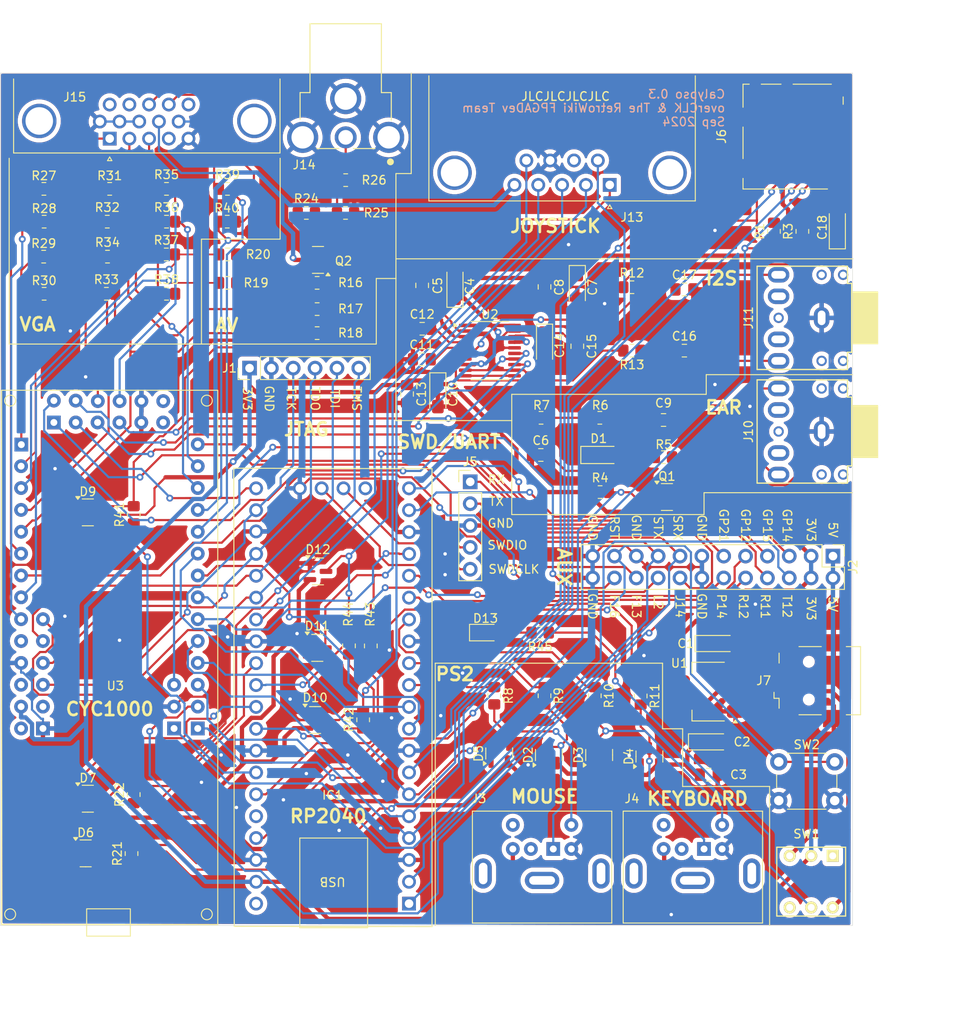
<source format=kicad_pcb>
(kicad_pcb (version 20240108) (generator "pcbnew") (generator_version "8.0")
  (layers (0 "F.Cu" signal) (31 "B.Cu" signal) (34 "B.Paste" user) (35 "F.Paste" user) (36 "B.SilkS" user "B.Silkscreen") (37 "F.SilkS" user "F.Silkscreen") (38 "B.Mask" user) (39 "F.Mask" user) (44 "Edge.Cuts" user))
  (net 0 "")
  (net 1 "Net-(D1-K)")
  (net 2 "Net-(C16-Pad1)")
  (net 3 "Net-(C17-Pad1)")
  (net 4 "RP_GP0")
  (net 5 "RP_GP1")
  (net 6 "RESET")
  (net 7 "Net-(C9-Pad2)")
  (net 8 "Net-(U2-VNEG)")
  (net 9 "+5V")
  (net 10 "+3.3VP")
  (net 11 "Net-(U2-CAPP)")
  (net 12 "Net-(U2-CAPM)")
  (net 13 "Net-(U2-LDOO)")
  (net 14 "Net-(D5-Pad3)")
  (net 15 "JOY_FIRE1")
  (net 16 "JOY_FIRE2")
  (net 17 "JOY_UP")
  (net 18 "JOY_DOWN")
  (net 19 "JOY_LEFT")
  (net 20 "JOY_RIGHT")
  (net 21 "Net-(D13-A)")
  (net 22 "RP_GP5")
  (net 23 "RP_GP17")
  (net 24 "C10_T13")
  (net 25 "C10_T14")
  (net 26 "C10_R13")
  (net 27 "C10_T15")
  (net 28 "C10_N16")
  (net 29 "PS2_M_CLK")
  (net 30 "RP_GP18")
  (net 31 "PS2_M_DAT")
  (net 32 "PS2_K_CLK")
  (net 33 "IN_5V")
  (net 34 "Net-(D2-Pad3)")
  (net 35 "Net-(D3-Pad3)")
  (net 36 "Net-(D4-Pad3)")
  (net 39 "C10_R14")
  (net 40 "C10_P14")
  (net 41 "C10_J14")
  (net 42 "C10_L2")
  (net 43 "C10_P11")
  (net 44 "C10_R11")
  (net 45 "C10_T12")
  (net 53 "Net-(J15-Pad2)")
  (net 54 "Net-(J15-Pad3)")
  (net 58 "Net-(J15-Pad13)")
  (net 59 "Net-(J15-Pad14)")
  (net 61 "C10_F15")
  (net 64 "C10_K2")
  (net 65 "C10_R1")
  (net 66 "C10_N2")
  (net 67 "C10_N1")
  (net 68 "C10_B16")
  (net 69 "C10_K15")
  (net 71 "C10_J2")
  (net 72 "C10_J1")
  (net 73 "C10_C16")
  (net 74 "C10_K16")
  (net 75 "C10_P2")
  (net 76 "C10_L15")
  (net 77 "C10_L16")
  (net 78 "Net-(Q1-B)")
  (net 79 "PS2_K_DAT")
  (net 80 "Net-(Q2-B)")
  (net 81 "BCK")
  (net 82 "C10_C15")
  (net 83 "C10_D16")
  (net 84 "RP_AUX2")
  (net 85 "C10_P1")
  (net 86 "Net-(Q2-E)")
  (net 87 "Net-(U2-OUTL)")
  (net 88 "Net-(U2-OUTR)")
  (net 89 "Net-(SW1-NO_2)")
  (net 91 "GND")
  (net 92 "RP_AUX0")
  (net 93 "RP_AUX1")
  (net 94 "C10_R12")
  (net 95 "RP_AUX3")
  (net 96 "RP_GP22")
  (net 97 "RP_GP26")
  (net 98 "RP_GP27")
  (net 99 "RP_GP28")
  (net 100 "RP_GP29")
  (net 101 "RP_GP23")
  (net 103 "Net-(U2-DEMP)")
  (net 104 "C10_F13")
  (net 105 "C10_F16")
  (net 106 "Net-(J15-Pad1)")
  (net 107 "RP_GP19")
  (net 109 "RP_GP20")
  (net 113 "Net-(J10-PadR)")
  (net 115 "Net-(R24-Pad2)")
  (net 117 "Net-(J14-Pad2)")
  (net 119 "RP_RESET")
  (net 121 "RP_SWDIO")
  (net 122 "RP_SWDCLK")
  (footprint "Capacitor_Tantalum_SMD:CP_EIA-3216-12_Kemet-S_Pad1.58x1.35mm_HandSolder" (layer "F.Cu") (at 107.8635 98.044)
    (property "Reference" "C2")
    (property "Value" "10uF")
  )
  (footprint "Connector_PinHeader_2.54mm:PinHeader_1x06_P2.54mm_Vertical" (layer "F.Cu") (at 54.356 54.61 90)
    (property "Reference" "J1")
    (property "Value" "Conn_01x06")
  )
  (footprint "Resistor_SMD:R_0805_2012Metric_Pad1.20x1.40mm_HandSolder" (layer "F.Cu") (at 118.618 38.719 90)
    (property "Reference" "R3")
    (property "Value" "10K")
  )
  (footprint "Resistor_SMD:R_0805_2012Metric_Pad1.20x1.40mm_HandSolder" (layer "F.Cu") (at 98.806 45.212)
    (property "Reference" "R12")
    (property "Value" "470")
  )
  (footprint "Resistor_SMD:R_0805_2012Metric_Pad1.20x1.40mm_HandSolder" (layer "F.Cu") (at 30.454 33.782 180)
    (property "Reference" "R27")
    (property "Value" "510")
  )
  (footprint "conn-ext:CUI_RCJ-013" (layer "F.Cu") (at 65.532 21.844 -90)
    (property "Reference" "J14")
    (property "Value" "Video Out")
  )
  (footprint "Package_TO_SOT_SMD:SOT-23" (layer "F.Cu") (at 102.875 69.591)
    (property "Reference" "Q1")
    (property "Value" "BC846")
  )
  (footprint "Capacitor_SMD:C_0805_2012Metric_Pad1.18x1.45mm_HandSolder" (layer "F.Cu") (at 74.3853 53.582)
    (property "Reference" "C11")
    (property "Value" "2.2uF")
  )
  (footprint "Resistor_SMD:R_0805_2012Metric_Pad1.20x1.40mm_HandSolder" (layer "F.Cu") (at 65.532 32.766 180)
    (property "Reference" "R26")
    (property "Value" "51")
  )
  (footprint "Package_TO_SOT_SMD:SOT-23" (layer "F.Cu") (at 35.56 71.374)
    (property "Reference" "D9")
    (property "Value" "BAT54S")
  )
  (footprint "Capacitor_SMD:C_0805_2012Metric_Pad1.18x1.45mm_HandSolder" (layer "F.Cu") (at 88.646 45.1735 -90)
    (property "Reference" "C8")
    (property "Value" "100nF")
  )
  (footprint "Resistor_SMD:R_0805_2012Metric_Pad1.20x1.40mm_HandSolder" (layer "F.Cu") (at 115.316 38.719 90)
    (property "Reference" "R1")
    (property "Value" "10K")
  )
  (footprint "Package_TO_SOT_SMD:SOT-223-3_TabPin2" (layer "F.Cu") (at 107.696 92.202 180)
    (property "Reference" "U1")
    (property "Value" "AMS1117-3.3")
  )
  (footprint "Resistor_SMD:R_0805_2012Metric_Pad1.20x1.40mm_HandSolder" (layer "F.Cu") (at 68.453 86.894 90)
    (property "Reference" "R43")
    (property "Value" "510")
  )
  (footprint "rp2040:RP2040-Breakout_swd" (layer "F.Cu") (at 64.008 92.71 180)
    (property "Reference" "IC1")
    (property "Value" "RP2040_breakout")
  )
  (footprint "Resistor_SMD:R_0805_2012Metric_Pad1.20x1.40mm_HandSolder" (layer "F.Cu") (at 44.704 37.592)
    (property "Reference" "R36")
    (property "Value" "1K")
  )
  (footprint "Capacitor_SMD:C_0805_2012Metric_Pad1.18x1.45mm_HandSolder" (layer "F.Cu") (at 88.2165 64.704)
    (property "Reference" "C6")
    (property "Value" "10nF")
  )
  (footprint "Package_TO_SOT_SMD:SOT-23" (layer "F.Cu") (at 62.3085 78.232)
    (property "Reference" "D12")
    (property "Value" "BAT54S")
  )
  (footprint "jack:pj307" (layer "F.Cu") (at 117.856 61.976 180)
    (property "Reference" "J10")
    (property "Value" "AudioJack3")
  )
  (footprint "Resistor_SMD:R_0805_2012Metric_Pad1.20x1.40mm_HandSolder" (layer "F.Cu") (at 88.2425 60.386 180)
    (property "Reference" "R7")
    (property "Value" "10K")
  )
  (footprint "Resistor_SMD:R_0805_2012Metric_Pad1.20x1.40mm_HandSolder" (layer "F.Cu") (at 88.646 92.684 -90)
    (property "Reference" "R9")
    (property "Value" "510")
  )
  (footprint "Connector_PinHeader_2.54mm:PinHeader_2x12_P2.54mm_Vertical" (layer "F.Cu") (at 122.174 76.454 -90)
    (property "Reference" "J2")
    (property "Value" "Conn_02x12_Odd_Even")
  )
  (footprint "Capacitor_Tantalum_SMD:CP_EIA-3216-12_Kemet-S_Pad1.58x1.35mm_HandSolder" (layer "F.Cu") (at 108.6255 86.614)
    (property "Reference" "C1")
    (property "Value" "10uF")
  )
  (footprint "Button_Switch_THT:SW_PUSH_6mm_H4.3mm" (layer "F.Cu") (at 115.876 100.366)
    (property "Reference" "SW2")
    (property "Value" "SW_Push")
  )
  (footprint "Resistor_SMD:R_0805_2012Metric_Pad1.20x1.40mm_HandSolder" (layer "F.Cu") (at 30.428 41.656 180)
    (property "Reference" "R29")
    (property "Value" "2K")
  )
  (footprint "Capacitor_SMD:C_0805_2012Metric_Pad1.18x1.45mm_HandSolder" (layer "F.Cu") (at 104.902 45.466)
    (property "Reference" "C17")
    (property "Value" "2.2nF")
  )
  (footprint "Resistor_SMD:R_0805_2012Metric_Pad1.20x1.40mm_HandSolder" (layer "F.Cu") (at 51.79 33.782)
    (property "Reference" "R39")
    (property "Value" "270")
  )
  (footprint "Capacitor_SMD:C_0805_2012Metric_Pad1.18x1.45mm_HandSolder" (layer "F.Cu") (at 72.6681 57.6191 -90)
    (property "Reference" "C13")
    (property "Value" "100nF")
  )
  (footprint "Capacitor_SMD:C_0805_2012Metric_Pad1.18x1.45mm_HandSolder" (layer "F.Cu") (at 74.422 50.038)
    (property "Reference" "C12")
    (property "Value" "2.2uF")
  )
  (footprint "microsd:microSD_HC_Molex_104031-0811" (layer "F.Cu") (at 117.5385 27.686 -90)
    (property "Reference" "J6")
    (property "Value" "Micro_SD_Card")
  )
  (footprint "Package_TO_SOT_SMD:SOT-23" (layer "F.Cu") (at 94.996 99.568 90)
    (property "Reference" "D3")
    (property "Value" "BAT54S")
  )
  (footprint "Resistor_SMD:R_0805_2012Metric_Pad1.20x1.40mm_HandSolder" (layer "F.Cu") (at 67.564 95.478 90)
    (property "Reference" "R42")
    (property "Value" "510")
  )
  (footprint "Capacitor_Tantalum_SMD:CP_EIA-3216-12_Kemet-S_Pad1.58x1.35mm_HandSolder" (layer "F.Cu") (at 78.2356 45.062 90)
    (property "Reference" "C4")
    (property "Value" "10uF")
  )
  (footprint "Resistor_SMD:R_0805_2012Metric_Pad1.20x1.40mm_HandSolder" (layer "F.Cu") (at 40.894 104.166 90)
    (property "Reference" "R22")
    (property "Value" "510")
  )
  (footprint "Resistor_SMD:R_0805_2012Metric_Pad1.20x1.40mm_HandSolder" (layer "F.Cu") (at 62.214 50.546 180)
    (property "Reference" "R18")
    (property "Value" "4K7")
  )
  (footprint "Capacitor_SMD:C_0805_2012Metric_Pad1.18x1.45mm_HandSolder" (layer "F.Cu") (at 104.902 52.578)
    (property "Reference" "C16")
    (property "Value" "2.2nF")
  )
  (footprint "Resistor_SMD:R_0805_2012Metric_Pad1.20x1.40mm_HandSolder" (layer "F.Cu") (at 37.82 37.592)
    (property "Reference" "R32")
    (property "Value" "1K")
  )
  (footprint "Capacitor_Tantalum_SMD:CP_EIA-3216-12_Kemet-S_Pad1.58x1.35mm_HandSolder" (layer "F.Cu") (at 76.2459 57.6432 -90)
    (property "Reference" "C10")
    (property "Value" "10uF")
  )
  (footprint "Package_TO_SOT_SMD:SOT-23" (layer "F.Cu") (at 100.838 99.7435 90)
    (property "Reference" "D4")
    (property "Value" "BAT54S")
  )
  (footprint "Resistor_SMD:R_0805_2012Metric_Pad1.20x1.40mm_HandSolder" (layer "F.Cu") (at 62.214 47.752 180)
    (property "Reference" "R17")
    (property "Value" "10K")
  )
  (footprint "Resistor_SMD:R_0805_2012Metric_Pad1.20x1.40mm_HandSolder" (layer "F.Cu") (at 51.816 41.402 180)
    (property "Reference" "R20")
    (property "Value" "1K2")
  )
  (footprint "Capacitor_SMD:C_0805_2012Metric_Pad1.18x1.45mm_HandSolder" (layer "F.Cu") (at 74.422 44.9965 90)
    (property "Reference" "C5")
    (property "Value" "100nF")
  )
  (footprint "c1000:cyc1000" (layer "F.Cu") (at 37.9624 81.2462 180)
    (property "Reference" "U3")
    (property "Value" "CYC1000")
  )
  (footprint "Resistor_SMD:R_0805_2012Metric_Pad1.20x1.40mm_HandSolder" (layer "F.Cu") (at 88.138 85.344 180)
    (property "Reference" "R45")
    (property "Value" "1K")
  )
  (footprint "Resistor_SMD:R_0805_2012Metric_Pad1.20x1.40mm_HandSolder" (layer "F.Cu") (at 37.846 41.656)
    (property "Reference" "R34")
    (property "Value" "3K9")
  )
  (footprint "Package_TO_SOT_SMD:SOT-23" (layer "F.Cu") (at 35.56 104.648)
    (property "Reference" "D7")
    (property "Value" "BAT54S")
  )
  (footprint "Package_TO_SOT_SMD:SOT-23" (layer "F.Cu") (at 35.306 110.998)
    (property "Reference" "D6")
    (property "Value" "BAT54S")
  )
  (footprint "Capacitor_Tantalum_SMD:CP_EIA-3216-12_Kemet-S_Pad1.58x1.35mm_HandSolder" (layer "F.Cu") (at 122.682 38.2675 90)
    (property "Reference" "C18")
    (property "Value" "10uF")
  )
  (footprint "Resistor_SMD:R_0805_2012Metric_Pad1.20x1.40mm_HandSolder" (layer "F.Cu") (at 95.0745 60.386 180)
    (property "Reference" "R6")
    (property "Value" "510")
  )
  (footprint "minidin:Connector_Mini-DIN_Female_6Pin_2rows" (layer "F.Cu") (at 89.662 110.49)
    (property "Reference" "J3")
    (property "Value" "Mini-DIN-6")
  )
  (footprint "Resistor_SMD:R_0805_2012Metric_Pad1.20x1.40mm_HandSolder" (layer "F.Cu") (at 40.64 111.024 90)
    (property "Reference" "R21")
    (property "Value" "510")
  )
  (footprint "Resistor_SMD:R_0805_2012Metric_Pad1.20x1.40mm_HandSolder" (layer "F.Cu") (at 30.48 37.592 180)
    (property "Reference" "R28")
    (property "Value" "1K")
  )
  (footprint "Resistor_SMD:R_0805_2012Metric_Pad1.20x1.40mm_HandSolder" (layer "F.Cu") (at 99.822 92.71 -90)
    (property "Reference" "R11")
    (property "Value" "510")
  )
  (footprint "Resistor_SMD:R_0805_2012Metric_Pad1.20x1.40mm_HandSolder" (layer "F.Cu") (at 65.913 86.884 90)
    (property "Reference" "R44")
    (property "Value" "510")
  )
  (footprint "Capacitor_Tantalum_SMD:CP_EIA-3216-12_Kemet-S_Pad1.58x1.35mm_HandSolder" (layer "F.Cu") (at 92.456 45.1735 -90)
    (property "Reference" "C7")
    (property "Value" "10uF")
  )
  (footprint "Package_TO_SOT_SMD:SOT-23" (layer "F.Cu") (at 62.3133 42.037 180)
    (property "Reference" "Q2")
    (property "Value" "BC846")
  )
  (footprint "Resistor_SMD:R_0805_2012Metric_Pad1.20x1.40mm_HandSolder" (layer "F.Cu") (at 65.516 36.576)
    (property "Reference" "R25")
    (property "Value" "100")
  )
  (footprint "Connector_Dsub:DSUB-15-HD_Female_Horizontal_P2.29x1.98mm_EdgePinOffset3.03mm_Housed_MountingHolesOffset4.94mm" (layer "F.Cu") (at 38.1 27.94 180)
    (property "Reference" "J15")
    (property "Value" "DB15_Female_HighDensity")
  )
  (footprint "Resistor_SMD:R_0805_2012Metric_Pad1.20x1.40mm_HandSolder" (layer "F.Cu") (at 44.704 33.782)
    (property "Reference" "R35")
    (property "Value" "510")
  )
  (footprint "Resistor_SMD:R_0805_2012Metric_Pad1.20x1.40mm_HandSolder" (layer "F.Cu") (at 40.894 71.654 90)
    (property "Reference" "R41")
    (property "Value" "510")
  )
  (footprint "Capacitor_SMD:C_0805_2012Metric_Pad1.18x1.45mm_HandSolder" (layer "F.Cu") (at 92.456 52.07 -90)
    (property "Reference" "C15")
    (property "Value" "100nF")
  )
  (footprint "Resistor_SMD:R_0805_2012Metric_Pad1.20x1.40mm_HandSolder" (layer "F.Cu") (at 98.806 52.578 180)
    (property "Reference" "R13")
    (property "Value" "470")
  )
  (footprint "Resistor_SMD:R_0805_2012Metric_Pad1.20x1.40mm_HandSolder" (layer "F.Cu") (at 44.704 45.974)
    (property "Reference" "R38")
    (property "Value" "3K9")
  )
  (footprint "conn-ext:SW_PUSH_x2" (layer "F.Cu") (at 122.1423 111.2837 180)
    (property "Reference" "SW1")
    (property "Value" "SWDPDTBLUE")
  )
  (footprint "Resistor_SMD:R_0805_2012Metric_Pad1.20x1.40mm_HandSolder" (layer "F.Cu") (at 60.96 36.576)
    (property "Reference" "R24")
    (property "Value" "33")
  )
  (footprint "Connector_PinHeader_2.54mm:PinHeader_1x05_P2.54mm_Vertical" (layer "F.Cu") (at 80.01 67.823)
    (property "Reference" "J5")
    (property "Value" "Conn_01x05")
  )
  (footprint "Resistor_SMD:R_0805_2012Metric_Pad1.20x1.40mm_HandSolder" (layer "F.Cu") (at 62.214 44.704 180)
    (property "Reference" "R16")
    (property "Value" "810")
  )
  (footprint "Diode_SMD:D_SOD-123F" (layer "F.Cu") (at 95.0745 64.704)
    (property "Reference" "D1")
    (property "Value" "1N4148")
  )
  (footprint "Connector_USB:USB_Mini-B_Wuerth_65100516121_Horizontal" (layer "F.Cu") (at 119.371 90.932 90)
    (property "Reference" "J7")
    (property "Value" "USB_B_Mini")
  )
  (footprint "Connector_Dsub:DSUB-9_Male_Horizontal_P2.77x2.84mm_EdgePinOffset9.90mm_Housed_MountingHolesOffset11.32mm" (layer "F.Cu") (at 96.228 33.3223 180)
    (property "Reference" "J13")
    (property "Value" "Joy")
  )
  (footprint "Resistor_SMD:R_0805_2012Metric_Pad1.20x1.40mm_HandSolder" (layer "F.Cu") (at 51.764 37.592 180)
    (property "Reference" "R40")
    (property "Value" "270")
  )
  (footprint "Resistor_SMD:R_0805_2012Metric_Pad1.20x1.40mm_HandSolder" (layer "F.Cu") (at 102.4665 64.958 180)
    (property "Reference" "R5")
    (property "Value" "10K")
  )
  (footprint "Resistor_SMD:R_0805_2012Metric_Pad1.20x1.40mm_HandSolder" (layer "F.Cu") (at 30.48 45.974 180)
    (property "Reference" "R30")
    (property "Value" "3K9")
  )
  (footprint "Resistor_SMD:R_0805_2012Metric_Pad1.20x1.40mm_HandSolder" (layer "F.Cu") (at 51.816 44.704 180)
    (property "Reference" "R19")
    (property "Value" "2K2")
  )
  (footprint "Capacitor_SMD:C_0805_2012Metric_Pad1.18x1.45mm_HandSolder" (layer "F.Cu") (at 107.7345 101.854 180)
    (property "Reference" "C3")
    (property "Value" "100nF")
  )
  (footprint "Resistor_SMD:R_0805_2012Metric_Pad1.20x1.40mm_HandSolder" (layer "F.Cu") (at 37.719 45.974)
    (property "Reference" "R33")
    (property "Value" "2K")
  )
  (footprint "Resistor_SMD:R_0805_2012Metric_Pad1.20x1.40mm_HandSolder" (layer "F.Cu") (at 95.1055 69.017)
    (property "Reference" "R4")
    (property "Value" "1K")
  )
  (footprint "Package_TO_SOT_SMD:SOT-23" (layer "F.Cu") (at 61.976 95.504)
    (property "Reference" "D10")
    (property "Value" "BAT54S")
  )
  (footprint "Package_TO_SOT_SMD:SOT-23" (layer "F.Cu") (at 62.23 87.122)
    (property "Reference" "D11")
    (property "Value" "BAT54S")
  )
  (footprint "Resistor_SMD:R_0805_2012Metric_Pad1.20x1.40mm_HandSolder" (layer "F.Cu") (at 38.1 33.782 180)
    (property "Reference" "R31")
    (property "Value" "510")
  )
  (footprint "Package_SO:TSSOP-20_4.4x6.5mm_P0.65mm" (layer "F.Cu") (at 82.296 52.578)
    (property "Reference" "U2")
    (property "Value" "PCM5102")
  )
  (footprint "minidin:Connector_Mini-DIN_Female_6Pin_2rows" (layer "F.Cu") (at 107.188 110.49)
    (property "Reference" "J4")
    (property "Value" "Mini-DIN-6")
  )
  (footprint "Resistor_SMD:R_0805_2012Metric_Pad1.20x1.40mm_HandSolder" (layer "F.Cu") (at 94.488 92.684 -90)
    (property "Reference" "R10")
    (property "Value" "510")
  )
  (footprint "LED_SMD:LED_0805_2012Metric_Pad1.15x1.40mm_HandSolder" (layer "F.Cu") (at 81.788 85.344)
    (property "Reference" "D13")
    (property "Value" "LED")
  )
  (footprint "Package_TO_SOT_SMD:SOT-23" (layer "F.Cu") (at 83.378 99.3925 90)
    (property "Reference" "D5")
    (property "Value" "BAT54S")
  )
  (footprint "Capacitor_SMD:C_0805_2012Metric_Pad1.18x1.45mm_HandSolder" (layer "F.Cu") (at 102.479 60.64 180)
    (property "Reference" "C9")
    (property "Value" "100nF")
  )
  (footprint "Resistor_SMD:R_0805_2012Metric_Pad1.20x1.40mm_HandSolder" (layer "F.Cu") (at 44.678 41.402)
    (property "Reference" "R37")
    (property "Value" "2K")
  )
  (footprint "Package_TO_SOT_SMD:SOT-23" (layer "F.Cu") (at 89.154 99.568 90)
    (property "Reference" "D2")
    (property "Value" "BAT54S")
  )
  (footprint "Resistor_SMD:R_0805_2012Metric_Pad1.20x1.40mm_HandSolder" (layer "F.Cu") (at 82.804 92.684 -90)
    (property "Reference" "R8")
    (property "Value" "510")
  )
  (footprint "Capacitor_Tantalum_SMD:CP_EIA-3216-12_Kemet-S_Pad1.58x1.35mm_HandSolder" (layer "F.Cu") (at 88.646 51.9835 -90)
    (property "Reference" "C14")
    (property "Value" "10uF")
  )
  (footprint "jack:pj307" (layer "F.Cu") (at 117.856 48.768 180)
    (property "Reference" "J11")
    (property "Value" "AudioJack3")
  )
  (gr_line (start 102.362 96.52) (end 104.6988 96.52) (stroke (width 0.12)) (layer "F.SilkS"))
  (gr_line (start 26.416 30.226) (end 26.416 51.816) (stroke (width 0.12)) (layer "F.SilkS"))
  (gr_line (start 104.6988 103.2256) (end 114.808 103.2256) (stroke (width 0.12)) (layer "F.SilkS"))
  (gr_line (start 71.374 32.004) (end 73.152 32.004) (stroke (width 0.12)) (layer "F.SilkS"))
  (gr_line (start 84.836 57.658) (end 107.442 57.658) (stroke (width 0.12)) (layer "F.SilkS"))
  (gr_line (start 124.46 69.088) (end 107.188 69.088) (stroke (width 0.12)) (layer "F.SilkS"))
  (gr_line (start 48.768 51.816) (end 48.768 39.624) (stroke (width 0.12)) (layer "F.SilkS"))
  (gr_line (start 48.768 51.816) (end 69.088 51.816) (stroke (width 0.12)) (layer "F.SilkS"))
  (gr_line (start 69.088 44.196) (end 71.374 44.196) (stroke (width 0.12)) (layer "F.SilkS"))
  (gr_line (start 107.442 55.372) (end 124.46 55.372) (stroke (width 0.12)) (layer "F.SilkS"))
  (gr_line (start 57.912 39.624) (end 57.912 30.226) (stroke (width 0.12)) (layer "F.SilkS"))
  (gr_line (start 71.374 44.196) (end 71.374 60.706) (stroke (width 0.12)) (layer "F.SilkS"))
  (gr_line (start 102.362 88.9) (end 102.362 96.52) (stroke (width 0.12)) (layer "F.SilkS"))
  (gr_line (start 107.442 57.658) (end 107.442 55.372) (stroke (width 0.12)) (layer "F.SilkS"))
  (gr_line (start 104.6988 96.52) (end 104.6988 103.2256) (stroke (width 0.12)) (layer "F.SilkS"))
  (gr_line (start 114.808 103.2256) (end 114.808 119.38) (stroke (width 0.12)) (layer "F.SilkS"))
  (gr_line (start 84.836 71.628) (end 84.836 60.706) (stroke (width 0.12)) (layer "F.SilkS"))
  (gr_line (start 75.946 88.9) (end 75.946 119.38) (stroke (width 0.12)) (layer "F.SilkS"))
  (gr_line (start 75.946 88.9) (end 102.362 88.9) (stroke (width 0.12)) (layer "F.SilkS"))
  (gr_line (start 73.152 32.004) (end 73.152 20.32) (stroke (width 0.12)) (layer "F.SilkS"))
  (gr_line (start 48.768 39.624) (end 57.912 39.624) (stroke (width 0.12)) (layer "F.SilkS"))
  (gr_line (start 71.374 44.196) (end 71.374 32.004) (stroke (width 0.12)) (layer "F.SilkS"))
  (gr_line (start 107.188 69.088) (end 107.188 71.628) (stroke (width 0.12)) (layer "F.SilkS"))
  (gr_line (start 124.5108 41.91) (end 71.374 41.91) (stroke (width 0.12)) (layer "F.SilkS"))
  (gr_line (start 26.416 51.816) (end 48.768 51.816) (stroke (width 0.12)) (layer "F.SilkS"))
  (gr_line (start 107.188 71.628) (end 84.836 71.628) (stroke (width 0.12)) (layer "F.SilkS"))
  (gr_line (start 71.374 60.706) (end 84.836 60.706) (stroke (width 0.12)) (layer "F.SilkS"))
  (gr_line (start 69.088 51.816) (end 69.088 44.196) (stroke (width 0.12)) (layer "F.SilkS"))
  (gr_line (start 84.836 60.706) (end 84.836 57.658) (stroke (width 0.12)) (layer "F.SilkS"))
  (gr_rect (start 25.4 20.32) (end 124.46 119.38) (stroke (width 0.05)) (fill none) (layer "Edge.Cuts"))
  (gr_text "Calypso 0.3\noverCLK & The RetroWiki FPGADev Team\nSep 2024" (at 109.728 24.384 0) (layer "B.SilkS") (effects (font (size 1 1)) (justify left mirror)))
  (gr_text "J14" (at 104.394 82.296 270) (layer "F.SilkS") (effects (font (size 1 1))))
  (gr_text "SWDCLK" (at 85.09 77.978 0) (layer "F.SilkS") (effects (font (size 1 1))))
  (gr_text "TDI" (at 64.262 58.166 270) (layer "F.SilkS") (effects (font (size 1 1))))
  (gr_text "PS2" (at 78.232 90.17 0) (layer "F.SilkS") (effects (font (size 1.524 1.524) (thickness 0.3048))))
  (gr_text "JOYSTICK" (at 89.916 38.1 0) (layer "F.SilkS") (effects (font (size 1.524 1.524) (thickness 0.3048))))
  (gr_text "R12" (at 111.76 82.296 270) (layer "F.SilkS") (effects (font (size 1 1))))
  (gr_text "GP15" (at 114.554 72.898 270) (layer "F.SilkS") (effects (font (size 1 1))))
  (gr_text "F13" (at 99.314 82.296 270) (layer "F.SilkS") (effects (font (size 1 1))))
  (gr_text "MOUSE" (at 88.646 104.394 0) (layer "F.SilkS") (effects (font (size 1.524 1.524) (thickness 0.3048))))
  (gr_text "KEYBOARD" (at 106.426 104.648 0) (layer "F.SilkS") (effects (font (size 1.524 1.524) (thickness 0.3048))))
  (gr_text "AUX" (at 90.932 77.724 -90) (layer "F.SilkS") (effects (font (size 1.524 1.524) (thickness 0.3048))))
  (gr_text "I2S" (at 109.22 44.196 0) (layer "F.SilkS") (effects (font (size 1.524 1.524) (thickness 0.3048))))
  (gr_text "RP2040" (at 63.5 106.68 0) (layer "F.SilkS") (effects (font (size 1.524 1.524) (thickness 0.3048))))
  (gr_text "CYC1000" (at 38.1 94.234 0) (layer "F.SilkS") (effects (font (size 1.524 1.524) (thickness 0.3048))))
  (gr_text "TCK" (at 59.182 58.166 270) (layer "F.SilkS") (effects (font (size 1 1))))
  (gr_text "GND" (at 83.566 72.644 0) (layer "F.SilkS") (effects (font (size 1 1))))
  (gr_text "L2" (at 101.854 81.788 270) (layer "F.SilkS") (effects (font (size 1 1))))
  (gr_text "SWDIO" (at 84.328 75.184 0) (layer "F.SilkS") (effects (font (size 1 1))))
  (gr_text "GND" (at 94.234 73.152 270) (layer "F.SilkS") (effects (font (size 1 1))))
  (gr_text "3V3" (at 119.634 82.55 270) (layer "F.SilkS") (effects (font (size 1 1))))
  (gr_text "F16" (at 96.774 82.296 270) (layer "F.SilkS") (effects (font (size 1 1))))
  (gr_text "TDO" (at 61.976 58.166 270) (layer "F.SilkS") (effects (font (size 1 1))))
  (gr_text "JLCJLCJLCJLC" (at 85.852 23.622 0) (layer "F.SilkS") (effects (font (size 1 1)) (justify left bottom)))
  (gr_text "GND" (at 56.642 58.166 270) (layer "F.SilkS") (effects (font (size 1 1))))
  (gr_text "EAR" (at 109.474 59.182 0) (layer "F.SilkS") (effects (font (size 1.524 1.524) (thickness 0.3048))))
  (gr_text "GND" (at 99.314 73.152 270) (layer "F.SilkS") (effects (font (size 1 1))))
  (gr_text "GND" (at 94.234 82.296 270) (layer "F.SilkS") (effects (font (size 1 1))))
  (gr_text "TMS" (at 66.802 58.166 270) (layer "F.SilkS") (effects (font (size 1 1))))
  (gr_text "SRX" (at 104.14 73.152 270) (layer "F.SilkS") (effects (font (size 1 1))))
  (gr_text "T12" (at 116.84 82.296 270) (layer "F.SilkS") (effects (font (size 1 1))))
  (gr_text "5V" (at 122.174 73.406 270) (layer "F.SilkS") (effects (font (size 1 1))))
  (gr_text "RX" (at 83.058 67.564 0) (layer "F.SilkS") (effects (font (size 1 1))))
  (gr_text "3V3" (at 54.102 58.166 270) (layer "F.SilkS") (effects (font (size 1 1))))
  (gr_text "GND" (at 106.934 82.296 270) (layer "F.SilkS") (effects (font (size 1 1))))
  (gr_text "GP14" (at 116.84 72.898 270) (layer "F.SilkS") (effects (font (size 1 1))))
  (gr_text "P14" (at 109.22 82.296 270) (layer "F.SilkS") (effects (font (size 1 1))))
  (gr_text "AV" (at 51.7144 49.6316 0) (layer "F.SilkS") (effects (font (size 1.524 1.524) (thickness 0.3048))))
  (gr_text "JTAG" (at 60.96 61.722 0) (layer "F.SilkS") (effects (font (size 1.524 1.524) (thickness 0.3048))))
  (gr_text "R11" (at 114.3 82.296 270) (layer "F.SilkS") (effects (font (size 1 1))))
  (gr_text "3V3" (at 119.634 73.406 270) (layer "F.SilkS") (effects (font (size 1 1))))
  (gr_text "SWD/UART" (at 77.5208 63.1952 0) (layer "F.SilkS") (effects (font (size 1.524 1.524) (thickness 0.3048))))
  (gr_text "5V" (at 122.174 82.042 270) (layer "F.SilkS") (effects (font (size 1 1))))
  (gr_text "TX" (at 83.058 70.104 0) (layer "F.SilkS") (effects (font (size 1 1))))
  (gr_text "GP12" (at 112.014 72.898 270) (layer "F.SilkS") (effects (font (size 1 1))))
  (gr_text "VGA" (at 29.718 49.53 0) (layer "F.SilkS") (effects (font (size 1.524 1.524) (thickness 0.3048))))
  (gr_text "GP21" (at 109.474 72.898 270) (layer "F.SilkS") (effects (font (size 1 1))))
  (gr_text "RST" (at 96.774 73.152 270) (layer "F.SilkS") (effects (font (size 1 1))))
  (gr_text "STX" (at 101.854 73.152 270) (layer "F.SilkS") (effects (font (size 1 1))))
  (gr_text "GND" (at 106.934 73.152 270) (layer "F.SilkS") (effects (font (size 1 1))))
  (segment (start 103.5165 60.64) (end 103.5165 62.5995) (width 0.25) (layer "F.Cu") (net 1))
  (segment (start 93.726 66.548) (end 91.098 66.548) (width 0.25) (layer "F.Cu") (net 1))
  (segment (start 91.098 66.548) (end 89.254 64.704) (width 0.25) (layer "F.Cu") (net 1))
  (segment (start 103.5165 62.5995) (end 103.124 62.992) (width 0.25) (layer "F.Cu") (net 1))
  (segment (start 101.4665 63.7351) (end 102.2096 62.992) (width 0.25) (layer "F.Cu") (net 1))
  (segment (start 93.6745 64.704) (end 93.6745 66.4965) (width 0.25) (layer "F.Cu") (net 1))
  (segment (start 101.4665 64.958) (end 101.4665 63.7351) (width 0.25) (layer "F.Cu") (net 1))
  (segment (start 103.124 62.992) (end 102.2096 62.992) (width 0.25) (layer "F.Cu") (net 1))
  (segment (start 99.888 64.958) (end 98.298 66.548) (width 0.25) (layer "F.Cu") (net 1))
  (segment (start 93.6745 66.4965) (end 93.726 66.548) (width 0.25) (layer "F.Cu") (net 1))
  (segment (start 100.9165 64.958) (end 99.888 64.958) (width 0.25) (layer "F.Cu") (net 1))
  (segment (start 98.298 66.548) (end 93.726 66.548) (width 0.25) (layer "F.Cu") (net 1))
  (segment (start 100.356 52.578) (end 103.8645 52.578) (width 0.25) (layer "F.Cu") (net 2))
  (segment (start 106.934 54.864) (end 104.394 54.864) (width 0.25) (layer "F.Cu") (net 2))
  (segment (start 104.394 54.864) (end 103.8645 54.3345) (width 0.25) (layer "F.Cu") (net 2))
  (segment (start 108.03 53.768) (end 106.934 54.864) (width 0.25) (layer "F.Cu") (net 2))
  (segment (start 103.8645 54.3345) (end 103.8645 52.578) (width 0.25) (layer "F.Cu") (net 2))
  (segment (start 115.856 53.768) (end 108.03 53.768) (width 0.25) (layer "F.Cu") (net 2))
  (segment (start 102.616 43.768) (end 115.856 43.768) (width 0.25) (layer "F.Cu") (net 3))
  (segment (start 102.616 43.768) (end 98.7 43.768) (width 0.25) (layer "F.Cu") (net 3))
  (segment (start 103.8645 45.0165) (end 102.616 43.768) (width 0.25) (layer "F.Cu") (net 3))
  (segment (start 97.256 45.212) (end 98.7 43.768) (width 0.25) (layer "F.Cu") (net 3))
  (segment (start 104.394 76.454) (end 102.2456 74.3056) (width 0.25) (layer "F.Cu") (net 4))
  (segment (start 87.6695 74.3056) (end 81.1869 67.823) (width 0.25) (layer "F.Cu") (net 4))
  (segment (start 102.2456 74.3056) (end 87.6695 74.3056) (width 0.25) (layer "F.Cu") (net 4))
  (segment (start 81.1869 67.823) (end 80.01 67.823) (width 0.25) (layer "F.Cu") (net 4))
  (segment (start 103.124 77.724) (end 103.124 82.0187) (width 0.25) (layer "B.Cu") (net 4))
  (segment (start 104.394 76.454) (end 103.124 77.724) (width 0.25) (layer "B.Cu") (net 4))
  (segment (start 75.4538 109.6889) (end 75.4538 114.2842) (width 0.25) (layer "B.Cu") (net 4))
  (segment (start 75.4538 114.2842) (end 72.898 116.84) (width 0.25) (layer "B.Cu") (net 4))
  (segment (start 103.124 82.0187) (end 75.4538 109.6889) (width 0.25) (layer "B.Cu") (net 4))
  (segment (start 85.6165 74.7926) (end 100.1926 74.7926) (width 0.25) (layer "F.Cu") (net 5))
  (segment (start 81.1869 70.363) (end 85.6165 74.7926) (width 0.25) (layer "F.Cu") (net 5))
  (segment (start 100.1926 74.7926) (end 101.854 76.454) (width 0.25) (layer "F.Cu") (net 5))
  (segment (start 80.01 70.363) (end 81.1869 70.363) (width 0.25) (layer "F.Cu") (net 5))
  (segment (start 74.6043 109.8993) (end 74.6043 112.5937) (width 0.25) (layer "B.Cu") (net 5))
  (segment (start 100.5825 83.9211) (end 74.6043 109.8993) (width 0.25) (layer "B.Cu") (net 5))
  (segment (start 101.854 76.454) (end 100.5825 77.7255) (width 0.25) (layer "B.Cu") (net 5))
  (segment (start 100.5825 77.7255) (end 100.5825 83.9211) (width 0.25) (layer "B.Cu") (net 5))
  (segment (start 74.6043 112.5937) (end 72.898 114.3) (width 0.25) (layer "B.Cu") (net 5))
  (segment (start 96.8785 60.64) (end 96.6245 60.386) (width 0.25) (layer "F.Cu") (net 7))
  (segment (start 101.4415 60.64) (end 96.8785 60.64) (width 0.25) (layer "F.Cu") (net 7))
  (segment (start 79.4335 52.253) (end 77.2768 52.253) (width 0.25) (layer "F.Cu") (net 8))
  (segment (start 77.2768 52.253) (end 75.9478 53.582) (width 0.25) (layer "F.Cu") (net 8))
  (segment (start 103.632 117.094) (end 113.832 117.094) (width 0.5) (layer "F.Cu") (net 9))
  (segment (start 122.174 78.994) (end 122.174 81.026) (width 0.5) (layer "F.Cu") (net 9))
  (segment (start 119.253 83.947) (end 110.77 83.947) (width 0.5) (layer "F.Cu") (net 9))
  (segment (start 108.966 85.09) (end 109.474 85.09) (width 0.5) (layer "F.Cu") (net 9))
  (segment (start 84.962 115.95) (end 84.962 110.49) (width 0.5) (layer "F.Cu") (net 9))
  (segment (start 109.474 85.09) (end 109.5505 85.1665) (width 0.5) (layer "F.Cu") (net 9))
  (segment (start 102.552 116.014) (end 103.632 117.094) (width 0.5) (layer "F.Cu") (net 9))
  (segment (start 107.188 85.598) (end 107.696 85.09) (width 0.5) (layer "F.Cu") (net 9))
  (segment (start 110.77 83.947) (end 110.3125 84.4045) (width 0.5) (layer "F.Cu") (net 9))
  (segment (start 108.966 85.09) (end 109.627 85.09) (width 0.5) (layer "F.Cu") (net 9))
  (segment (start 103.632 117.094) (end 88.392 117.094) (width 0.5) (layer "F.Cu") (net 9))
  (segment (start 59.5924 42.037) (end 60.9338 42.037) (width 0.5) (layer "F.Cu") (net 9))
  (segment (start 109.206 89.902) (end 107.188 87.884) (width 0.5) (layer "F.Cu") (net 9))
  (segment (start 110.3125 84.4045) (end 109.5505 85.1665) (width 0.5) (layer "F.Cu") (net 9))
  (segment (start 75.438 118.618) (end 63.5 118.618) (width 0.5) (layer "F.Cu") (net 9))
  (segment (start 107.188 86.614) (end 107.188 85.598) (width 0.5) (layer "F.Cu") (net 9))
  (segment (start 107.188 87.884) (end 107.188 86.614) (width 0.5) (layer "F.Cu") (net 9))
  (segment (start 110.846 89.902) (end 109.206 89.902) (width 0.5) (layer "F.Cu") (net 9))
  (segment (start 76.962 117.094) (end 75.438 118.618) (width 0.5) (layer "F.Cu") (net 9))
  (segment (start 119.6423 111.2837) (end 113.832 117.094) (width 0.5) (layer "F.Cu") (net 9))
  (segment (start 102.552 110.554) (end 102.552 116.014) (width 0.5) (layer "F.Cu") (net 9))
  (segment (start 86.106 117.094) (end 84.962 115.95) (width 0.5) (layer "F.Cu") (net 9))
  (segment (start 88.392 117.094) (end 86.106 117.094) (width 0.5) (layer "F.Cu") (net 9))
  (segment (start 55.118 114.3) (end 59.182 114.3) (width 0.5) (layer "F.Cu") (net 9))
  (segment (start 122.174 81.026) (end 119.253 83.947) (width 0.5) (layer "F.Cu") (net 9))
  (segment (start 88.392 117.094) (end 76.962 117.094) (width 0.5) (layer "F.Cu") (net 9))
  (segment (start 107.696 85.09) (end 108.966 85.09) (width 0.5) (layer "F.Cu") (net 9))
  (segment (start 59.4169 41.783) (end 59.5924 41.9585) (width 0.5) (layer "F.Cu") (net 9))
  (segment (start 63.5 118.618) (end 59.182 114.3) (width 0.5) (layer "F.Cu") (net 9))
  (segment (start 109.627 85.09) (end 110.3125 84.4045) (width 0.5) (layer "F.Cu") (net 9))
  (via (at 59.4169 41.783) (size 0.8) (drill 0.4) (layers "F.Cu" "B.Cu") (net 9))
  (segment (start 57.5818 34.2138) (end 55.245 31.877) (width 0.5) (layer "B.Cu") (net 9))
  (segment (start 50.4042 33.7948) (end 50.4042 68.3373) (width 0.5) (layer "B.Cu") (net 9))
  (segment (start 27.8024 93.9462) (end 27.8024 95.1981) (width 0.5) (layer "B.Cu") (net 9))
  (segment (start 59.4169 41.783) (end 59.4169 38.9445) (width 0.5) (layer "B.Cu") (net 9))
  (segment (start 48.9253 69.8162) (end 47.823 69.8162) (width 0.5) (layer "B.Cu") (net 9))
  (segment (start 58.166 34.798) (end 57.5818 34.2138) (width 0.5) (layer "B.Cu") (net 9))
  (segment (start 35.3573 100.3813) (end 35.3573 95.504) (width 0.5) (layer "B.Cu") (net 9))
  (segment (start 59.04465 35.67665) (end 57.5818 34.2138) (width 0.5) (layer "B.Cu") (net 9))
  (segment (start 122.174 95.758) (end 122.174 78.994) (width 0.5) (layer "B.Cu") (net 9))
  (segment (start 55.118 114.3) (end 49.276 114.3) (width 0.5) (layer "B.Cu") (net 9))
  (segment (start 52.322 31.877) (end 52.2595 31.9395) (width 0.5) (layer "B.Cu") (net 9))
  (segment (start 28.3212 95.1981) (end 29.0724 95.9493) (width 0.5) (layer "B.Cu") (net 9))
  (segment (start 82.79365 35.67665) (end 59.04465 35.67665) (width 0.5) (layer "B.Cu") (net 9))
  (segment (start 58.166 34.798) (end 58.166 37.6936) (width 0.5) (layer "B.Cu") (net 9))
  (segment (start 50.4042 68.3373) (end 48.9253 69.8162) (width 0.5) (layer "B.Cu") (net 9))
  (segment (start 35.3573 95.504) (end 35.3573 95.7912) (width 0.5) (layer "B.Cu") (net 9))
  (segment (start 119.6423 98.2897) (end 122.174 95.758) (width 0.5) (layer "B.Cu") (net 9))
  (segment (start 35.3573 82.2819) (end 35.3573 95.504) (width 0.5) (layer "B.Cu") (net 9))
  (segment (start 59.4169 38.9445) (end 58.166 37.6936) (width 0.5) (layer "B.Cu") (net 9))
  (segment (start 55.245 31.877) (end 52.322 31.877) (width 0.5) (layer "B.Cu") (net 9))
  (segment (start 52.2595 31.9395) (end 50.4042 33.7948) (width 0.5) (layer "B.Cu") (net 9))
  (segment (start 49.276 114.3) (end 35.3573 100.3813) (width 0.5) (layer "B.Cu") (net 9))
  (segment (start 33.4087 97.7398) (end 35.3573 95.7912) (width 0.5) (layer "B.Cu") (net 9))
  (segment (start 29.0724 97.4753) (end 29.3369 97.7398) (width 0.5) (layer "B.Cu") (net 9))
  (segment (start 119.6423 111.2837) (end 119.6423 98.2897) (width 0.5) (layer "B.Cu") (net 9))
  (segment (start 82.79365 35.67665) (end 85.148 33.3223) (width 0.5) (layer "B.Cu") (net 9))
  (segment (start 29.3369 97.7398) (end 33.4087 97.7398) (width 0.5) (layer "B.Cu") (net 9))
  (segment (start 47.823 69.8162) (end 35.3573 82.2819) (width 0.5) (layer "B.Cu") (net 9))
  (segment (start 43.825 25.96) (end 43.825 29.347) (width 0.25) (layer "B.Cu") (net 9))
  (segment (start 122.174 78.994) (end 122.174 76.454) (width 0.5) (layer "B.Cu") (net 9))
  (segment (start 46.4175 31.9395) (end 52.2595 31.9395) (width 0.25) (layer "B.Cu") (net 9))
  (segment (start 27.8024 95.1981) (end 28.3212 95.1981) (width 0.5) (layer "B.Cu") (net 9))
  (segment (start 29.0724 95.9493) (end 29.0724 97.4753) (width 0.5) (layer "B.Cu") (net 9))
  (segment (start 43.825 29.347) (end 46.4175 31.9395) (width 0.25) (layer "B.Cu") (net 9))
  (segment (start 85.7063 101.7083) (end 84.328 100.33) (width 0.5) (layer "F.Cu") (net 10))
  (segment (start 72.6681 56.0566) (end 76.0968 56.0566) (width 0.5) (layer "F.Cu") (net 10))
  (segment (start 86.3296 51.5653) (end 86.5367 51.5653) (width 0.5) (layer "F.Cu") (net 10))
  (segment (start 106.26185 83.98415) (end 108.48875 83.98415) (width 0.5) (layer "F.Cu") (net 10))
  (segment (start 53.4769 100.7209) (end 53.4769 96.3609) (width 0.5) (layer "F.Cu") (net 10))
  (segment (start 78.2356 46.4995) (end 78.486 46.4995) (width 0.5) (layer "F.Cu") (net 10))
  (segment (start 106.426 98.044) (end 106.426 94.5539) (width 0.5) (layer "F.Cu") (net 10))
  (segment (start 104.546 92.202) (end 104.546 85.7) (width 0.5) (layer "F.Cu") (net 10))
  (segment (start 122.9885 27.881) (end 121.9866 27.881) (width 0.5) (layer "F.Cu") (net 10))
  (segment (start 76.26 46.034) (end 76.7255 46.4995) (width 0.5) (layer "F.Cu") (net 10))
  (segment (start 105.2422 100.9242) (end 106.172 101.854) (width 0.5) (layer "F.Cu") (net 10))
  (segment (start 120.8732 39.6647) (end 118.9942 41.5437) (width 0.5) (layer "F.Cu") (net 10))
  (segment (start 116.332 33.5356) (end 121.9866 27.881) (width 0.5) (layer "F.Cu") (net 10))
  (segment (start 79.3131 46.4995) (end 78.2356 46.4995) (width 0.5) (layer "F.Cu") (net 10))
  (segment (start 80.8495 44.136) (end 88.646 44.136) (width 0.5) (layer "F.Cu") (net 10))
  (segment (start 108.7779 92.202) (end 110.846 92.202) (width 0.5) (layer "F.Cu") (net 10))
  (segment (start 71.6823 105.41) (end 71.2081 104.9358) (width 0.5) (layer "F.Cu") (net 10))
  (segment (start 37.3254 72.324) (end 37.9954 71.654) (width 0.25) (layer "F.Cu") (net 10))
  (segment (start 50.551 103.6468) (end 53.4769 100.7209) (width 0.5) (layer "F.Cu") (net 10))
  (segment (start 54.0909 95.7469) (end 53.8661 95.9717) (width 0.5) (layer "F.Cu") (net 10))
  (segment (start 77.7926 56.4764) (end 77.8124 56.4764) (width 0.5) (layer "F.Cu") (net 10))
  (segment (start 108.48875 83.98415) (end 112.014 80.4589) (width 0.5) (layer "F.Cu") (net 10))
  (segment (start 43.307 68.58) (end 44.5927 67.2943) (width 0.25) (layer "F.Cu") (net 10))
  (segment (start 104.546 92.202) (end 104.546 94.5539) (width 0.5) (layer "F.Cu") (net 10))
  (segment (start 104.546 94.5539) (end 106.426 94.5539) (width 0.5) (layer "F.Cu") (net 10))
  (segment (start 58.4222 97.5382) (end 58.4222 98.8038) (width 0.5) (layer "F.Cu") (net 10))
  (segment (start 80.619 54.102) (end 80.518 54.203) (width 0.4006) (layer "F.Cu") (net 10))
  (segment (start 42.265 71.654) (end 43.307 70.612) (width 0.25) (layer "F.Cu") (net 10))
  (segment (start 50.1333 106.8495) (end 35.4881 106.8495) (width 0.5) (layer "F.Cu") (net 10))
  (segment (start 116.967 36.195) (end 116.967 37.719) (width 0.5) (layer "F.Cu") (net 10))
  (segment (start 114.4833 71.3033) (end 95.8418 71.3033) (width 0.5) (layer "F.Cu") (net 10))
  (segment (start 116.332 33.5356) (end 116.332 35.56) (width 0.5) (layer "F.Cu") (net 10))
  (segment (start 74.422 46.034) (end 76.26 46.034) (width 0.5) (layer "F.Cu") (net 10))
  (segment (start 59.5064 96.454) (end 58.4222 97.5382) (width 0.5) (layer "F.Cu") (net 10))
  (segment (start 59.2183 86.0697) (end 61.2206 88.072) (width 0.5) (layer "F.Cu") (net 10))
  (segment (start 58.9951 85.09) (end 60.0846 84.0005) (width 0.5) (layer "F.Cu") (net 10))
  (segment (start 120.9135 39.705) (end 120.8732 39.6647) (width 0.5) (layer "F.Cu") (net 10))
  (segment (start 61.5527 104.9358) (end 56 110.4885) (width 0.5) (layer "F.Cu") (net 10))
  (segment (start 80.518 54.203) (end 79.4335 54.203) (width 0.4006) (layer "F.Cu") (net 10))
  (segment (start 119.87765 37.719) (end 120.61425 38.4556) (width 0.5) (layer "F.Cu") (net 10))
  (segment (start 85.37945 64.04345) (end 85.37945 64.77) (width 0.5) (layer "F.Cu") (net 10))
  (segment (start 54.356 56.642) (end 55.118 57.404) (width 0.5) (layer "F.Cu") (net 10))
  (segment (start 84.328 100.33) (end 79.248 105.41) (width 0.5) (layer "F.Cu") (net 10))
  (segment (start 105.2422 100.681) (end 101.788 100.681) (width 0.5) (layer "F.Cu") (net 10))
  (segment (start 112.014 80.4589) (end 118.1691 80.4589) (width 0.5) (layer "F.Cu") (net 10))
  (segment (start 97.3173 101.8768) (end 100.5922 101.8768) (width 0.5) (layer "F.Cu") (net 10))
  (segment (start 58.9951 85.8465) (end 59.2183 86.0697) (width 0.5) (layer "F.Cu") (net 10))
  (segment (start 88.9012 101.7083) (end 85.7063 101.7083) (width 0.5) (layer "F.Cu") (net 10))
  (segment (start 120.61425 39.40575) (end 120.61425 38.4556) (width 0.5) (layer "F.Cu") (net 10))
  (segment (start 92.456 43.611) (end 88.646 43.611) (width 0.5) (layer "F.Cu") (net 10))
  (segment (start 55.7007 95.25) (end 57.15 93.8007) (width 0.5) (layer "F.Cu") (net 10))
  (segment (start 54.6077 110.4885) (end 50.551 106.4318) (width 0.5) (layer "F.Cu") (net 10))
  (segment (start 88.8999 69.017) (end 85.88745 66.00455) (width 0.5) (layer "F.Cu") (net 10))
  (segment (start 57.15 93.8007) (end 57.15 88.138) (width 0.5) (layer "F.Cu") (net 10))
  (segment (start 86.3296 51.5653) (end 85.1962 51.5653) (width 0.4006) (layer "F.Cu") (net 10))
  (segment (start 81.28 54.102) (end 80.619 54.102) (width 0.4006) (layer "F.Cu") (net 10))
  (segment (start 58.4222 98.8038) (end 56.896 100.33) (width 0.5) (layer "F.Cu") (net 10))
  (segment (start 60.0846 80.4684) (end 61.371 79.182) (width 0.5) (layer "F.Cu") (net 10))
  (segment (start 118.9942 41.5437) (end 94.5233 41.5437) (width 0.5) (layer "F.Cu") (net 10))
  (segment (start 50.6217 67.2943) (end 44.5927 67.2943) (width 0.5) (layer "F.Cu") (net 10))
  (segment (start 69.0106 57.404) (end 69.6843 56.7303) (width 0.5) (layer "F.Cu") (net 10))
  (segment (start 90.104 100.5055) (end 88.9012 101.7083) (width 0.5) (layer "F.Cu") (net 10))
  (segment (start 104.546 85.7) (end 106.26185 83.98415) (width 0.5) (layer "F.Cu") (net 10))
  (segment (start 37.9954 71.654) (end 42.265 71.654) (width 0.25) (layer "F.Cu") (net 10))
  (segment (start 34.6225 105.9839) (end 34.6225 105.598) (width 0.5) (layer "F.Cu") (net 10))
  (segment (start 85.1585 49.653) (end 79.4335 49.653) (width 0.4006) (layer "F.Cu") (net 10))
  (segment (start 85.1962 51.5653) (end 85.1585 51.603) (width 0.4006) (layer "F.Cu") (net 10))
  (segment (start 106.426 98.044) (end 105.2422 99.2278) (width 0.5) (layer "F.Cu") (net 10))
  (segment (start 43.307 70.612) (end 43.307 68.58) (width 0.25) (layer "F.Cu") (net 10))
  (segment (start 120.8732 39.6647) (end 120.61425 39.40575) (width 0.5) (layer "F.Cu") (net 10))
  (segment (start 119.634 76.454) (end 114.4833 71.3033) (width 0.5) (layer "F.Cu") (net 10))
  (segment (start 118.1691 80.4589) (end 119.634 78.994) (width 0.5) (layer "F.Cu") (net 10))
  (segment (start 77.8124 56.4764) (end 85.37945 64.04345) (width 0.5) (layer "F.Cu") (net 10))
  (segment (start 35.4881 106.8495) (end 34.6225 105.9839) (width 0.5) (layer "F.Cu") (net 10))
  (segment (start 91.3381 101.7396) (end 94.7119 101.7396) (width 0.5) (layer "F.Cu") (net 10))
  (segment (start 105.2422 99.2278) (end 105.2422 100.681) (width 0.5) (layer "F.Cu") (net 10))
  (segment (start 50.551 103.6468) (end 50.551 106.4318) (width 0.5) (layer "F.Cu") (net 10))
  (segment (start 72.6681 56.5816) (end 69.833 56.5816) (width 0.5) (layer "F.Cu") (net 10))
  (segment (start 61.0385 96.454) (end 59.5064 96.454) (width 0.5) (layer "F.Cu") (net 10))
  (segment (start 50.551 106.4318) (end 50.1333 106.8495) (width 0.5) (layer "F.Cu") (net 10))
  (segment (start 93.5555 69.017) (end 88.8999 69.017) (width 0.5) (layer "F.Cu") (net 10))
  (segment (start 95.8418 71.3033) (end 93.5555 69.017) (width 0.5) (layer "F.Cu") (net 10))
  (segment (start 71.2081 104.9358) (end 61.5527 104.9358) (width 0.5) (layer "F.Cu") (net 10))
  (segment (start 118.618 37.719) (end 119.87765 37.719) (width 0.5) (layer "F.Cu") (net 10))
  (segment (start 56 110.4885) (end 54.6077 110.4885) (width 0.5) (layer "F.Cu") (net 10))
  (segment (start 78.486 46.4995) (end 80.8495 44.136) (width 0.5) (layer "F.Cu") (net 10))
  (segment (start 60.0846 84.0005) (end 60.0846 80.4684) (width 0.5) (layer "F.Cu") (net 10))
  (segment (start 80.5661 49.6522) (end 80.3539 49.6522) (width 0.4006) (layer "F.Cu") (net 10))
  (segment (start 100.5922 101.8768) (end 101.788 100.681) (width 0.5) (layer "F.Cu") (net 10))
  (segment (start 34.3685 111.948) (end 33.1762 110.7557) (width 0.5) (layer "F.Cu") (net 10))
  (segment (start 85.37945 64.77) (end 85.37945 65.49655) (width 0.5) (layer "F.Cu") (net 10))
  (segment (start 94.7119 101.7396) (end 95.946 100.5055) (width 0.5) (layer "F.Cu") (net 10))
  (segment (start 83.2436 50.43) (end 79.3131 46.4995) (width 0.5) (layer "F.Cu") (net 10))
  (segment (start 69.833 56.5816) (end 69.6843 56.7303) (width 0.5) (layer "F.Cu") (net 10))
  (segment (start 94.5233 41.5437) (end 92.456 43.611) (width 0.5) (layer "F.Cu") (net 10))
  (segment (start 57.15 88.138) (end 59.2183 86.0697) (width 0.5) (layer "F.Cu") (net 10))
  (segment (start 52.4509 65.4651) (end 50.6217 67.2943) (width 0.5) (layer "F.Cu") (net 10))
  (segment (start 116.967 37.719) (end 115.316 37.719) (width 0.5) (layer "F.Cu") (net 10))
  (segment (start 118.618 37.719) (end 116.967 37.719) (width 0.5) (layer "F.Cu") (net 10))
  (segment (start 116.332 35.56) (end 116.967 36.195) (width 0.5) (layer "F.Cu") (net 10))
  (segment (start 54.0909 95.7469) (end 54.5878 95.25) (width 0.5) (layer "F.Cu") (net 10))
  (segment (start 54.5878 95.25) (end 55.7007 95.25) (width 0.5) (layer "F.Cu") (net 10))
  (segment (start 33.1762 109.1614) (end 35.4881 106.8495) (width 0.5) (layer "F.Cu") (net 10))
  (segment (start 90.104 100.5055) (end 91.3381 101.7396) (width 0.5) (layer "F.Cu") (net 10))
  (segment (start 95.946 100.5055) (end 97.3173 101.8768) (width 0.5) (layer "F.Cu") (net 10))
  (segment (start 56.896 100.33) (end 53.8678 100.33) (width 0.5) (layer "F.Cu") (net 10))
  (segment (start 58.9951 85.09) (end 58.9951 85.8465) (width 0.5) (layer "F.Cu") (net 10))
  (segment (start 122.682 39.705) (end 120.9135 39.705) (width 0.5) (layer "F.Cu") (net 10))
  (segment (start 53.8678 100.33) (end 53.4769 100.7209) (width 0.5) (layer "F.Cu") (net 10))
  (segment (start 80.3539 49.6522) (end 79.4343 49.6522) (width 0.4006) (layer "F.Cu") (net 10))
  (segment (start 106.426 94.5539) (end 108.7779 92.202) (width 0.5) (layer "F.Cu") (net 10))
  (segment (start 85.37945 65.49655) (end 85.88745 66.00455) (width 0.5) (layer "F.Cu") (net 10))
  (segment (start 105.2422 100.681) (end 105.2422 100.9242) (width 0.5) (layer "F.Cu") (net 10))
  (segment (start 79.248 105.41) (end 71.6823 105.41) (width 0.5) (layer "F.Cu") (net 10))
  (segment (start 34.6225 72.324) (end 37.3254 72.324) (width 0.25) (layer "F.Cu") (net 10))
  (segment (start 33.1762 110.7557) (end 33.1762 109.1614) (width 0.5) (layer "F.Cu") (net 10))
  (segment (start 77.7926 56.4764) (end 76.5166 56.4764) (width 0.5) (layer "F.Cu") (net 10))
  (segment (start 54.356 54.61) (end 54.356 56.642) (width 0.5) (layer "F.Cu") (net 10))
  (segment (start 53.4769 96.3609) (end 54.5878 95.25) (width 0.5) (layer "F.Cu") (net 10))
  (segment (start 78.2356 46.4995) (end 76.7255 46.4995) (width 0.5) (layer "F.Cu") (net 10))
  (segment (start 55.118 57.404) (end 69.0106 57.404) (width 0.5) (layer "F.Cu") (net 10))
  (via (at 86.5367 51.5653) (size 0.8) (drill 0.4) (layers "F.Cu" "B.Cu") (net 10))
  (via (at 81.28 54.102) (size 0.8) (drill 0.4) (layers "F.Cu" "B.Cu") (net 10))
  (via (at 52.4509 65.4651) (size 0.8) (drill 0.4) (layers "F.Cu" "B.Cu") (net 10))
  (via (at 77.7926 56.4764) (size 0.8) (drill 0.4) (layers "F.Cu" "B.Cu") (net 10))
  (via (at 83.2436 50.43) (size 0.8) (drill 0.4) (layers "F.Cu" "B.Cu") (net 10))
  (segment (start 81.788 54.102) (end 82.804 53.086) (width 0.4006) (layer "B.Cu") (net 10))
  (segment (start 81.28 54.102) (end 81.788 54.102) (width 0.4006) (layer "B.Cu") (net 10))
  (segment (start 82.804 51.5613) (end 83.2448 51.1205) (width 0.4006) (layer "B.Cu") (net 10))
  (segment (start 54.356 54.61) (end 54.356 63.56) (width 0.5) (layer "B.Cu") (net 10))
  (segment (start 81.28 54.102) (end 80.167 54.102) (width 0.4006) (layer "B.Cu") (net 10))
  (segment (start 86.0919 51.1205) (end 86.5367 51.5653) (width 0.5) (layer "B.Cu") (net 10))
  (segment (start 83.2448 51.1205) (end 86.0919 51.1205) (width 0.5) (layer "B.Cu") (net 10))
  (segment (start 82.804 53.086) (end 82.804 51.5613) (width 0.4006) (layer "B.Cu") (net 10))
  (segment (start 83.2448 50.4312) (end 83.2436 50.43) (width 0.5) (layer "B.Cu") (net 10))
  (segment (start 119.634 78.994) (end 119.634 76.454) (width 0.5) (layer "B.Cu") (net 10))
  (segment (start 54.356 63.56) (end 52.4509 65.4651) (width 0.5) (layer "B.Cu") (net 10))
  (segment (start 80.167 54.102) (end 77.7926 56.4764) (width 0.4006) (layer "B.Cu") (net 10))
  (segment (start 83.2448 51.1205) (end 83.2448 50.4312) (width 0.5) (layer "B.Cu") (net 10))
  (segment (start 73.3845 48.4085) (end 73.3845 50.038) (width 0.25) (layer "F.Cu") (net 11))
  (segment (start 78.696001 50.303) (end 77.8273 49.434299) (width 0.25) (layer "F.Cu") (net 11))
  (segment (start 76.4652 47.879) (end 73.914 47.879) (width 0.25) (layer "F.Cu") (net 11))
  (segment (start 73.914 47.879) (end 73.3845 48.4085) (width 0.25) (layer "F.Cu") (net 11))
  (segment (start 77.8273 49.434299) (end 77.8273 49.2411) (width 0.25) (layer "F.Cu") (net 11))
  (segment (start 77.8273 49.2411) (end 76.4652 47.879) (width 0.25) (layer "F.Cu") (net 11))
  (segment (start 79.4335 50.303) (end 78.696001 50.303) (width 0.25) (layer "F.Cu") (net 11))
  (segment (start 77.5495 51.603) (end 79.4335 51.603) (width 0.25) (layer "F.Cu") (net 12))
  (segment (start 75.9845 50.038) (end 77.5495 51.603) (width 0.25) (layer "F.Cu") (net 12))
  (segment (start 85.2812 50.8303) (end 88.3617 50.8303) (width 0.25) (layer "F.Cu") (net 13))
  (segment (start 85.1585 50.953) (end 85.2812 50.8303) (width 0.25) (layer "F.Cu") (net 13))
  (segment (start 92.456 51.0325) (end 91.2153 51.0325) (width 0.25) (layer "F.Cu") (net 13))
  (segment (start 91.2153 51.0325) (end 90.7288 50.546) (width 0.25) (layer "F.Cu") (net 13))
  (segment (start 88.646 50.546) (end 90.7288 50.546) (width 0.25) (layer "F.Cu") (net 13))
  (segment (start 82.804 95.5978) (end 82.804 93.684) (width 0.25) (layer "F.Cu") (net 14))
  (segment (start 84.0362 96.83) (end 82.804 95.5978) (width 0.25) (layer "F.Cu") (net 14))
  (segment (start 84.0362 97.282) (end 84.0362 97.7968) (width 0.25) (layer "F.Cu") (net 14))
  (segment (start 84.0362 96.83) (end 89.9797 96.83) (width 0.25) (layer "F.Cu") (net 14))
  (segment (start 84.0362 97.282) (end 84.0362 96.83) (width 0.25) (layer "F.Cu") (net 14))
  (segment (start 84.0362 97.7968) (end 83.378 98.455) (width 0.25) (layer "F.Cu") (net 14))
  (via (at 89.9797 96.83) (size 0.8) (drill 0.4) (layers "F.Cu" "B.Cu") (net 14))
  (segment (start 91.762 98.6123) (end 89.9797 96.83) (width 0.25) (layer "B.Cu") (net 14))
  (segment (start 91.762 107.69) (end 91.762 98.6123) (width 0.25) (layer "B.Cu") (net 14))
  (segment (start 62.3936 112.8885) (end 69.4944 105.7877) (width 0.25) (layer "F.Cu") (net 15))
  (segment (start 44.9891 110.024) (end 47.8536 112.8885) (width 0.25) (layer "F.Cu") (net 15))
  (segment (start 40.64 110.024) (end 39.1248 110.024) (width 0.25) (layer "F.Cu") (net 15))
  (segment (start 39.1248 110.024) (end 38.1508 110.998) (width 0.25) (layer "F.Cu") (net 15))
  (segment (start 40.64 110.024) (end 44.9891 110.024) (width 0.25) (layer "F.Cu") (net 15))
  (segment (start 69.4944 105.7877) (end 70.8552 105.7877) (width 0.25) (layer "F.Cu") (net 15))
  (segment (start 36.2435 110.998) (end 38.1508 110.998) (width 0.25) (layer "F.Cu") (net 15))
  (segment (start 47.8536 112.8885) (end 62.3936 112.8885) (width 0.25) (layer "F.Cu") (net 15))
  (via (at 70.8552 105.7877) (size 0.8) (drill 0.4) (layers "F.Cu" "B.Cu") (net 15))
  (segment (start 97.9301 38.4976) (end 97.9301 50.8825) (width 0.25) (layer "B.Cu") (net 15))
  (segment (start 90.9672 81.7404) (end 78.2545 94.4531) (width 0.25) (layer "B.Cu") (net 15))
  (segment (start 90.9672 57.8454) (end 90.9672 81.7404) (width 0.25) (layer "B.Cu") (net 15))
  (segment (start 78.2545 94.4531) (end 78.2545 100.436) (width 0.25) (layer "B.Cu") (net 15))
  (segment (start 94.843 35.4105) (end 97.9301 38.4976) (width 0.25) (layer "B.Cu") (net 15))
  (segment (start 73.4236 105.2669) (end 71.376 105.2669) (width 0.25) (layer "B.Cu") (net 15))
  (segment (start 97.9301 50.8825) (end 90.9672 57.8454) (width 0.25) (layer "B.Cu") (net 15))
  (segment (start 71.376 105.2669) (end 70.8552 105.7877) (width 0.25) (layer "B.Cu") (net 15))
  (segment (start 78.2545 100.436) (end 73.4236 105.2669) (width 0.25) (layer "B.Cu") (net 15))
  (segment (start 94.843 30.4823) (end 94.843 35.4105) (width 0.25) (layer "B.Cu") (net 15))
  (segment (start 57.6389 80.4805) (end 55.5694 82.55) (width 0.25) (layer "F.Cu") (net 16))
  (segment (start 52.8012 84.5298) (end 52.8012 95.279404) (width 0.25) (layer "F.Cu") (net 16))
  (segment (start 40.894 103.166) (end 44.914604 103.166) (width 0.25) (layer "F.Cu") (net 16))
  (segment (start 44.914604 103.166) (end 45.947902 102.132702) (width 0.25) (layer "F.Cu") (net 16))
  (segment (start 39.2772 103.166) (end 37.7952 104.648) (width 0.25) (layer "F.Cu") (net 16))
  (segment (start 52.8012 95.279404) (end 45.464604 102.616) (width 0.25) (layer "F.Cu") (net 16))
  (segment (start 55.5694 82.55) (end 54.781 82.55) (width 0.25) (layer "F.Cu") (net 16))
  (segment (start 37.7952 104.648) (end 36.4975 104.648) (width 0.25) (layer "F.Cu") (net 16))
  (segment (start 54.781 82.55) (end 52.8012 84.5298) (width 0.25) (layer "F.Cu") (net 16))
  (segment (start 40.894 103.166) (end 39.2772 103.166) (width 0.25) (layer "F.Cu") (net 16))
  (via (at 57.6389 80.4805) (size 0.8) (drill 0.4) (layers "F.Cu" "B.Cu") (net 16))
  (segment (start 68.949 69.1704) (end 68.949 66.3658) (width 0.25) (layer "B.Cu") (net 16))
  (segment (start 68.8867 57.6053) (end 86.533 39.959) (width 0.25) (layer "B.Cu") (net 16))
  (segment (start 68.8867 66.3035) (end 68.8867 57.6053) (width 0.25) (layer "B.Cu") (net 16))
  (segment (start 86.533 39.959) (end 86.533 30.4823) (width 0.25) (layer "B.Cu") (net 16))
  (segment (start 68.949 66.3658) (end 68.8867 66.3035) (width 0.25) (layer "B.Cu") (net 16))
  (segment (start 57.6389 80.4805) (end 68.949 69.1704) (width 0.25) (layer "B.Cu") (net 16))
  (segment (start 40.894 70.654) (end 37.2175 70.654) (width 0.25) (layer "F.Cu") (net 17))
  (segment (start 76.708 37.338) (end 93.472 37.338) (width 0.25) (layer "F.Cu") (net 17))
  (segment (start 46.8376 60.0001) (end 46.8376 55.7784) (width 0.25) (layer "F.Cu") (net 17))
  (segment (start 40.894 65.5421) (end 43.9103 62.5258) (width 0.25) (layer "F.Cu") (net 17))
  (segment (start 43.9103 62.5258) (end 44.3119 62.5258) (width 0.25) (layer "F.Cu") (net 17))
  (segment (start 93.472 37.338) (end 96.228 34.582) (width 0.25) (layer "F.Cu") (net 17))
  (segment (start 37.2175 70.654) (end 37.17175 70.69975) (width 0.25) (layer "F.Cu") (net 17))
  (segment (start 96.228 34.582) (end 96.228 33.3223) (width 0.25) (layer "F.Cu") (net 17))
  (segment (start 44.3119 62.5258) (end 46.8376 60.0001) (width 0.25) (layer "F.Cu") (net 17))
  (segment (start 70.104 43.942) (end 76.708 37.338) (width 0.25) (layer "F.Cu") (net 17))
  (segment (start 37.17175 70.69975) (end 36.4975 71.374) (width 0.25) (layer "F.Cu") (net 17))
  (segment (start 40.894 70.104) (end 40.894 65.5421) (width 0.25) (layer "F.Cu") (net 17))
  (segment (start 70.104 49.53) (end 70.104 43.942) (width 0.25) (layer "F.Cu") (net 17))
  (segment (start 50.419 52.197) (end 67.437 52.197) (width 0.25) (layer "F.Cu") (net 17))
  (segment (start 46.8376 55.7784) (end 50.419 52.197) (width 0.25) (layer "F.Cu") (net 17))
  (segment (start 67.437 52.197) (end 70.104 49.53) (width 0.25) (layer "F.Cu") (net 17))
  (segment (start 67.564 92.3464) (end 67.8437 92.0667) (width 0.25) (layer "F.Cu") (net 18))
  (segment (start 65.796 94.478) (end 64.77 95.504) (width 0.25) (layer "F.Cu") (net 18))
  (segment (start 67.564 94.478) (end 67.564 92.3464) (width 0.25) (layer "F.Cu") (net 18))
  (segment (start 67.564 94.478) (end 65.796 94.478) (width 0.25) (layer "F.Cu") (net 18))
  (segment (start 62.9135 95.504) (end 64.77 95.504) (width 0.25) (layer "F.Cu") (net 18))
  (via (at 67.8437 92.0667) (size 0.8) (drill 0.4) (layers "F.Cu" "B.Cu") (net 18))
  (segment (start 71.4354 57.912) (end 71.4354 88.475) (width 0.25) (layer "B.Cu") (net 18))
  (segment (start 71.4354 88.475) (end 67.8437 92.0667) (width 0.25) (layer "B.Cu") (net 18))
  (segment (start 93.458 35.8894) (end 71.4354 57.912) (width 0.25) (layer "B.Cu") (net 18))
  (segment (start 93.458 33.3223) (end 93.458 35.8894) (width 0.25) (layer "B.Cu") (net 18))
  (segment (start 70.1417 78.6732) (end 69.596 78.6732) (width 0.25) (layer "F.Cu") (net 19))
  (segment (start 63.1675 87.122) (end 63.1675 85.217) (width 0.25) (layer "F.Cu") (net 19))
  (segment (start 66.8688 78.6732) (end 63.1675 82.3745) (width 0.25) (layer "F.Cu") (net 19))
  (segment (start 69.596 78.6732) (end 69.0002 78.6732) (width 0.25) (layer "F.Cu") (net 19))
  (segment (start 68.453 81.8595) (end 68.7785 81.534) (width 0.25) (layer "F.Cu") (net 19))
  (segment (start 69.596 78.6732) (end 66.8688 78.6732) (width 0.25) (layer "F.Cu") (net 19))
  (segment (start 68.453 83.058) (end 68.453 81.8595) (width 0.25) (layer "F.Cu") (net 19))
  (segment (start 69.0002 78.6732) (end 68.7785 78.8949) (width 0.25) (layer "F.Cu") (net 19))
  (segment (start 63.1675 82.3745) (end 63.1675 85.217) (width 0.25) (layer "F.Cu") (net 19))
  (segment (start 68.7785 81.534) (end 68.7785 78.8949) (width 0.25) (layer "F.Cu") (net 19))
  (segment (start 68.453 85.894) (end 68.453 83.058) (width 0.25) (layer "F.Cu") (net 19))
  (via (at 70.1417 78.6732) (size 0.8) (drill 0.4) (layers "F.Cu" "B.Cu") (net 19))
  (segment (start 90.688 33.3223) (end 90.688 37.836) (width 0.25) (layer "B.Cu") (net 19))
  (segment (start 70.9835 77.8314) (end 70.1417 78.6732) (width 0.25) (layer "B.Cu") (net 19))
  (segment (start 70.9835 57.5405) (end 70.9835 77.8314) (width 0.25) (layer "B.Cu") (net 19))
  (segment (start 90.688 37.836) (end 70.9835 57.5405) (width 0.25) (layer "B.Cu") (net 19))
  (segment (start 65.024 76.454) (end 65.9101 76.454) (width 0.25) (layer "F.Cu") (net 20))
  (segment (start 63.246 78.232) (end 65.024 76.454) (width 0.25) (layer "F.Cu") (net 20))
  (segment (start 65.913 85.884) (end 65.913 80.772) (width 0.25) (layer "F.Cu") (net 20))
  (via (at 65.913 80.772) (size 0.8) (drill 0.4) (layers "F.Cu" "B.Cu") (net 20))
  (via (at 65.9101 76.454) (size 0.8) (drill 0.4) (layers "F.Cu" "B.Cu") (net 20))
  (segment (start 65.913 80.772) (end 65.913 76.4569) (width 0.25) (layer "B.Cu") (net 20))
  (segment (start 87.918 39.59) (end 70.3945 57.1135) (width 0.25) (layer "B.Cu") (net 20))
  (segment (start 65.913 76.4569) (end 65.9101 76.454) (width 0.25) (layer "B.Cu") (net 20))
  (segment (start 70.3945 57.1135) (end 70.3945 71.9696) (width 0.25) (layer "B.Cu") (net 20))
  (segment (start 70.3945 71.9696) (end 65.9101 76.454) (width 0.25) (layer "B.Cu") (net 20))
  (segment (start 87.918 33.3223) (end 87.918 39.59) (width 0.25) (layer "B.Cu") (net 20))
  (segment (start 87.138 85.344) (end 82.813 85.344) (width 0.25) (layer "F.Cu") (net 21))
  (segment (start 122.9885 25.681) (end 122.1116 25.681) (width 0.25) (layer "F.Cu") (net 22))
  (segment (start 114.141 39.719) (end 113.3263 38.9043) (width 0.25) (layer "F.Cu") (net 22))
  (segment (start 113.3263 34.4663) (end 113.3263 37.338) (width 0.25) (layer "F.Cu") (net 22))
  (segment (start 113.3263 38.9043) (end 113.3263 37.338) (width 0.25) (layer "F.Cu") (net 22))
  (segment (start 100.4165 37.4695) (end 97.2032 40.6828) (width 0.25) (layer "F.Cu") (net 22))
  (segment (start 113.3263 37.338) (end 113.3263 37.4695) (width 0.25) (layer "F.Cu") (net 22))
  (segment (start 115.316 39.719) (end 114.141 39.719) (width 0.25) (layer "F.Cu") (net 22))
  (segment (start 122.1116 25.681) (end 113.3263 34.4663) (width 0.25) (layer "F.Cu") (net 22))
  (segment (start 113.3263 37.4695) (end 100.4165 37.4695) (width 0.25) (layer "F.Cu") (net 22))
  (via (at 97.2032 40.6828) (size 0.8) (drill 0.4) (layers "F.Cu" "B.Cu") (net 22))
  (segment (start 77.8026 94.2659) (end 90.5153 81.5532) (width 0.25) (layer "B.Cu") (net 22))
  (segment (start 90.5153 81.5532) (end 90.5153 47.3707) (width 0.25) (layer "B.Cu") (net 22))
  (segment (start 90.5153 47.3707) (end 97.2032 40.6828) (width 0.25) (layer "B.Cu") (net 22))
  (segment (start 77.8026 96.6954) (end 77.8026 94.2659) (width 0.25) (layer "B.Cu") (net 22))
  (segment (start 72.898 101.6) (end 77.8026 96.6954) (width 0.25) (layer "B.Cu") (net 22))
  (segment (start 38.6904 91.4062) (end 47.126 82.9706) (width 0.25) (layer "F.Cu") (net 23))
  (segment (start 30.3424 91.4062) (end 38.6904 91.4062) (width 0.25) (layer "F.Cu") (net 23))
  (via (at 47.126 82.9706) (size 0.8) (drill 0.4) (layers "F.Cu" "B.Cu") (net 23))
  (segment (start 48.6159 80.0501) (end 47.9095 80.0501) (width 0.25) (layer "B.Cu") (net 23))
  (segment (start 47.126 80.8336) (end 47.126 82.9706) (width 0.25) (layer "B.Cu") (net 23))
  (segment (start 55.118 71.12) (end 53.7749 72.4631) (width 0.25) (layer "B.Cu") (net 23))
  (segment (start 53.7749 72.4631) (end 53.7749 74.8911) (width 0.25) (layer "B.Cu") (net 23))
  (segment (start 53.7749 74.8911) (end 48.6159 80.0501) (width 0.25) (layer "B.Cu") (net 23))
  (segment (start 59.436 65.9086) (end 59.436 54.61) (width 0.25) (layer "B.Cu") (net 23))
  (segment (start 57.9733 68.2647) (end 57.9733 67.3713) (width 0.25) (layer "B.Cu") (net 23))
  (segment (start 57.9733 67.3713) (end 59.436 65.9086) (width 0.25) (layer "B.Cu") (net 23))
  (segment (start 47.9095 80.0501) (end 47.126 80.8336) (width 0.25) (layer "B.Cu") (net 23))
  (segment (start 55.118 71.12) (end 57.9733 68.2647) (width 0.25) (layer "B.Cu") (net 23))
  (segment (start 122.3475 28.981) (end 122.9885 28.981) (width 0.25) (layer "F.Cu") (net 24))
  (segment (start 117.348 34.036) (end 122.3475 28.981) (width 0.25) (layer "F.Cu") (net 24))
  (via (at 117.348 34.036) (size 0.8) (drill 0.4) (layers "F.Cu" "B.Cu") (net 24))
  (segment (start 51.8528 97.79) (end 49.4606 95.3978) (width 0.25) (layer "B.Cu") (net 24))
  (segment (start 61.8907 99.0656) (end 61.1852 99.0656) (width 0.25) (layer "B.Cu") (net 24))
  (segment (start 71.73695 108.05895) (end 70.88405 108.05895) (width 0.25) (layer "B.Cu") (net 24))
  (segment (start 117.348 34.036) (end 91.871 59.4575) (width 0.25) (layer "B.Cu") (net 24))
  (segment (start 49.4606 95.3978) (end 49.4606 94.7459) (width 0.25) (layer "B.Cu") (net 24))
  (segment (start 79.2401 102.8779) (end 72.898 109.22) (width 0.25) (layer "B.Cu") (net 24))
  (segment (start 79.2401 94.7457) (end 79.2401 102.8779) (width 0.25) (layer "B.Cu") (net 24))
  (segment (start 61.1852 99.0656) (end 59.9096 97.79) (width 0.25) (layer "B.Cu") (net 24))
  (segment (start 59.9096 97.79) (end 51.8528 97.79) (width 0.25) (layer "B.Cu") (net 24))
  (segment (start 49.4606 94.7459) (end 49.4631 94.7434) (width 0.25) (layer "B.Cu") (net 24))
  (segment (start 91.871 82.1148) (end 79.2401 94.7457) (width 0.25) (layer "B.Cu") (net 24))
  (segment (start 48.3362 91.4062) (end 49.4631 92.5331) (width 0.25) (layer "B.Cu") (net 24))
  (segment (start 70.88405 108.05895) (end 61.8907 99.0656) (width 0.25) (layer "B.Cu") (net 24))
  (segment (start 91.871 59.4575) (end 91.871 82.1148) (width 0.25) (layer "B.Cu") (net 24))
  (segment (start 49.4631 92.5331) (end 49.4631 94.7434) (width 0.25) (layer "B.Cu") (net 24))
  (segment (start 72.898 109.22) (end 71.73695 108.05895) (width 0.25) (layer "B.Cu") (net 24))
  (segment (start 115.0427 33.8499) (end 115.0427 34.1201) (width 0.25) (layer "F.Cu") (net 25))
  (segment (start 122.9885 26.781) (end 122.1116 26.781) (width 0.25) (layer "F.Cu") (net 25))
  (segment (start 122.1116 26.781) (end 115.0427 33.8499) (width 0.25) (layer "F.Cu") (net 25))
  (via (at 115.0427 34.1201) (size 0.8) (drill 0.4) (layers "F.Cu" "B.Cu") (net 25))
  (segment (start 47.8652 90.0247) (end 49.428 90.0247) (width 0.25) (layer "B.Cu") (net 25))
  (segment (start 49.428 90.0247) (end 52.1766 92.7733) (width 0.25) (layer "B.Cu") (net 25))
  (segment (start 78.7064 100.8716) (end 72.898 106.68) (width 0.25) (layer "B.Cu") (net 25))
  (segment (start 91.4191 58.0326) (end 91.4191 81.9276) (width 0.25) (layer "B.Cu") (net 25))
  (segment (start 70.1283 105.8037) (end 70.1283 106.0887) (width 0.25) (layer "B.Cu") (net 25))
  (segment (start 115.0427 34.1201) (end 115.0427 34.409) (width 0.25) (layer "B.Cu") (net 25))
  (segment (start 78.7064 94.6403) (end 78.7064 100.8716) (width 0.25) (layer "B.Cu") (net 25))
  (segment (start 115.0427 34.409) (end 91.4191 58.0326) (width 0.25) (layer "B.Cu") (net 25))
  (segment (start 70.7196 106.68) (end 72.898 106.68) (width 0.25) (layer "B.Cu") (net 25))
  (segment (start 47.1878 89.3473) (end 47.8652 90.0247) (width 0.25) (layer "B.Cu") (net 25))
  (segment (start 57.0979 92.7733) (end 70.1283 105.8037) (width 0.25) (layer "B.Cu") (net 25))
  (segment (start 91.4191 81.9276) (end 78.7064 94.6403) (width 0.25) (layer "B.Cu") (net 25))
  (segment (start 52.1766 92.7733) (end 57.0979 92.7733) (width 0.25) (layer "B.Cu") (net 25))
  (segment (start 47.1878 87.4746) (end 47.1878 89.3473) (width 0.25) (layer "B.Cu") (net 25))
  (segment (start 70.1283 106.0887) (end 70.7196 106.68) (width 0.25) (layer "B.Cu") (net 25))
  (segment (start 48.3362 86.3262) (end 47.1878 87.4746) (width 0.25) (layer "B.Cu") (net 25))
  (segment (start 121.473 31.181) (end 122.9885 31.181) (width 0.25) (layer "F.Cu") (net 26))
  (segment (start 111.9295 40.6828) (end 117.6542 40.6828) (width 0.25) (layer "F.Cu") (net 26))
  (segment (start 72.898 104.14) (end 74.0249 104.14) (width 0.25) (layer "F.Cu") (net 26))
  (segment (start 74.0249 104.14) (end 79.0841 99.0808) (width 0.25) (layer "F.Cu") (net 26))
  (segment (start 79.0841 99.0808) (end 79.967 99.0808) (width 0.25) (layer "F.Cu") (net 26))
  (segment (start 117.6542 40.6828) (end 118.618 39.719) (width 0.25) (layer "F.Cu") (net 26))
  (segment (start 118.618 34.036) (end 121.473 31.181) (width 0.25) (layer "F.Cu") (net 26))
  (via (at 118.618 34.036) (size 0.8) (drill 0.4) (layers "F.Cu" "B.Cu") (net 26))
  (via (at 79.967 99.0808) (size 0.8) (drill 0.4) (layers "F.Cu" "B.Cu") (net 26))
  (via (at 111.9295 40.6828) (size 0.8) (drill 0.4) (layers "F.Cu" "B.Cu") (net 26))
  (segment (start 79.967 99.0808) (end 93.043 86.0048) (width 0.25) (layer "B.Cu") (net 26))
  (segment (start 50.1787 88.8662) (end 51.5564 90.2439) (width 0.25) (layer "B.Cu") (net 26))
  (segment (start 93.043 86.0048) (end 93.043 74.7083) (width 0.25) (layer "B.Cu") (net 26))
  (segment (start 61.2734 91.622) (end 70.9952 101.3438) (width 0.25) (layer "B.Cu") (net 26))
  (segment (start 93.043 74.7083) (end 111.9295 55.8218) (width 0.25) (layer "B.Cu") (net 26))
  (segment (start 70.9952 102.2372) (end 70.9952 101.3438) (width 0.25) (layer "B.Cu") (net 26))
  (segment (start 72.898 104.14) (end 70.9952 102.2372) (width 0.25) (layer "B.Cu") (net 26))
  (segment (start 60.4185 90.2439) (end 61.2734 91.0988) (width 0.25) (layer "B.Cu") (net 26))
  (segment (start 118.618 34.036) (end 111.9295 40.6828) (width 0.25) (layer "B.Cu") (net 26))
  (segment (start 61.2734 91.0988) (end 61.2734 91.622) (width 0.25) (layer "B.Cu") (net 26))
  (segment (start 48.3362 88.8662) (end 50.1787 88.8662) (width 0.25) (layer "B.Cu") (net 26))
  (segment (start 51.5564 90.2439) (end 60.4185 90.2439) (width 0.25) (layer "B.Cu") (net 26))
  (segment (start 111.9295 55.8218) (end 111.9295 40.6828) (width 0.25) (layer "B.Cu") (net 26))
  (segment (start 48.3362 78.7062) (end 49.4631 78.7062) (width 0.25) (layer "F.Cu") (net 27))
  (segment (start 49.4631 78.7062) (end 50.5653 77.604) (width 0.25) (layer "F.Cu") (net 27))
  (segment (start 50.5653 77.604) (end 55.7972 77.604) (width 0.25) (layer "F.Cu") (net 27))
  (segment (start 58.9817 80.7885) (end 58.9817 83.5279) (width 0.25) (layer "F.Cu") (net 27))
  (segment (start 55.7972 77.604) (end 58.9817 80.7885) (width 0.25) (layer "F.Cu") (net 27))
  (via (at 58.9817 83.5279) (size 0.8) (drill 0.4) (layers "F.Cu" "B.Cu") (net 27))
  (segment (start 60.9219 83.5279) (end 65.8542 88.4602) (width 0.25) (layer "B.Cu") (net 27))
  (segment (start 74.0306 93.4669) (end 74.0306 95.3874) (width 0.25) (layer "B.Cu") (net 27))
  (segment (start 73.3869 92.8232) (end 74.0306 93.4669) (width 0.25) (layer "B.Cu") (net 27))
  (segment (start 67.5283 92.8232) (end 73.3869 92.8232) (width 0.25) (layer "B.Cu") (net 27))
  (segment (start 74.0306 95.3874) (end 72.898 96.52) (width 0.25) (layer "B.Cu") (net 27))
  (segment (start 65.8542 91.1491) (end 67.5283 92.8232) (width 0.25) (layer "B.Cu") (net 27))
  (segment (start 65.8542 88.4602) (end 65.8542 91.1491) (width 0.25) (layer "B.Cu") (net 27))
  (segment (start 58.9817 83.5279) (end 60.9219 83.5279) (width 0.25) (layer "B.Cu") (net 27))
  (segment (start 46.3619 83.4072) (end 47.8678 84.9131) (width 0.25) (layer "B.Cu") (net 28))
  (segment (start 47.8678 84.9131) (end 48.9387 84.9131) (width 0.25) (layer "B.Cu") (net 28))
  (segment (start 65.4596 93.98) (end 72.898 93.98) (width 0.25) (layer "B.Cu") (net 28))
  (segment (start 46.3619 78.1405) (end 46.3619 83.4072) (width 0.25) (layer "B.Cu") (net 28))
  (segment (start 51.5817 87.5561) (end 59.0357 87.5561) (width 0.25) (layer "B.Cu") (net 28))
  (segment (start 59.0357 87.5561) (end 65.4596 93.98) (width 0.25) (layer "B.Cu") (net 28))
  (segment (start 48.3362 76.1662) (end 46.3619 78.1405) (width 0.25) (layer "B.Cu") (net 28))
  (segment (start 48.9387 84.9131) (end 51.5817 87.5561) (width 0.25) (layer "B.Cu") (net 28))
  (segment (start 79.4004 91.44) (end 72.898 91.44) (width 0.25) (layer "F.Cu") (net 29))
  (segment (start 79.4004 91.44) (end 79.6444 91.684) (width 0.25) (layer "F.Cu") (net 29))
  (segment (start 79.6444 91.684) (end 82.804 91.684) (width 0.25) (layer "F.Cu") (net 29))
  (segment (start 30.3424 88.8662) (end 31.4693 88.8662) (width 0.25) (layer "F.Cu") (net 30))
  (segment (start 47.5907 82.4073) (end 47.4271 82.2437) (width 0.25) (layer "F.Cu") (net 30))
  (segment (start 51.4522 81.0153) (end 50.0602 82.4073) (width 0.25) (layer "F.Cu") (net 30))
  (segment (start 50.0602 82.4073) (end 47.5907 82.4073) (width 0.25) (layer "F.Cu") (net 30))
  (segment (start 38.0918 82.2437) (end 31.4693 88.8662) (width 0.25) (layer "F.Cu") (net 30))
  (segment (start 47.4271 82.2437) (end 38.0918 82.2437) (width 0.25) (layer "F.Cu") (net 30))
  (via (at 51.4522 81.0153) (size 0.8) (drill 0.4) (layers "F.Cu" "B.Cu") (net 30))
  (segment (start 51.4522 79.8658) (end 55.118 76.2) (width 0.25) (layer "B.Cu") (net 30))
  (segment (start 61.4884 69.8296) (end 61.4884 56.2745) (width 0.25) (layer "B.Cu") (net 30))
  (segment (start 61.4884 56.2745) (end 61.976 55.7869) (width 0.25) (layer "B.Cu") (net 30))
  (segment (start 55.118 76.2) (end 61.4884 69.8296) (width 0.25) (layer "B.Cu") (net 30))
  (segment (start 61.976 55.7869) (end 61.976 54.61) (width 0.25) (layer "B.Cu") (net 30))
  (segment (start 51.4522 81.0153) (end 51.4522 79.8658) (width 0.25) (layer "B.Cu") (net 30))
  (segment (start 87.239 91.684) (end 84.455 88.9) (width 0.25) (layer "F.Cu") (net 31))
  (segment (start 84.455 88.9) (end 72.898 88.9) (width 0.25) (layer "F.Cu") (net 31))
  (segment (start 88.646 91.684) (end 87.239 91.684) (width 0.25) (layer "F.Cu") (net 31))
  (segment (start 93.589 91.684) (end 94.488 91.684) (width 0.25) (layer "F.Cu") (net 32))
  (segment (start 72.5503 87.63) (end 89.535 87.63) (width 0.25) (layer "F.Cu") (net 32))
  (segment (start 89.535 87.63) (end 93.589 91.684) (width 0.25) (layer "F.Cu") (net 32))
  (segment (start 71.7501 84.9679) (end 71.7501 86.8298) (width 0.25) (layer "F.Cu") (net 32))
  (segment (start 72.898 83.82) (end 71.7501 84.9679) (width 0.25) (layer "F.Cu") (net 32))
  (segment (start 71.7501 86.8298) (end 72.5503 87.63) (width 0.25) (layer "F.Cu") (net 32))
  (segment (start 123.9729 94.1204) (end 123.9729 108.204) (width 0.5) (layer "F.Cu") (net 33))
  (segment (start 117.1423 111.2837) (end 119.46 108.966) (width 0.5) (layer "F.Cu") (net 33))
  (segment (start 123.9729 115.4531) (end 122.1423 117.2837) (width 0.5) (layer "F.Cu") (net 33))
  (segment (start 123.9729 108.204) (end 123.9729 115.4531) (width 0.5) (layer "F.Cu") (net 33))
  (segment (start 119.46 108.966) (end 123.2109 108.966) (width 0.5) (layer "F.Cu") (net 33))
  (segment (start 118.8503 92.1546) (end 122.0071 92.1546) (width 0.5) (layer "F.Cu") (net 33))
  (segment (start 118.4729 92.532) (end 118.8503 92.1546) (width 0.5) (layer "F.Cu") (net 33))
  (segment (start 122.0071 92.1546) (end 123.9729 94.1204) (width 0.5) (layer "F.Cu") (net 33))
  (segment (start 123.2109 108.966) (end 123.9729 108.204) (width 0.5) (layer "F.Cu") (net 33))
  (segment (start 116.771 92.532) (end 118.4729 92.532) (width 0.5) (layer "F.Cu") (net 33))
  (segment (start 90.3825 98.6305) (end 90.5517 98.4613) (width 0.25) (layer "F.Cu") (net 34))
  (segment (start 89.154 98.6305) (end 90.3825 98.6305) (width 0.25) (layer "F.Cu") (net 34))
  (segment (start 91.2486 96.2866) (end 91.2486 97.7644) (width 0.25) (layer "F.Cu") (net 34))
  (segment (start 91.2486 97.7644) (end 90.5517 98.4613) (width 0.25) (layer "F.Cu") (net 34))
  (segment (start 88.646 93.684) (end 91.2486 96.2866) (width 0.25) (layer "F.Cu") (net 34))
  (via (at 90.5517 98.4613) (size 0.8) (drill 0.4) (layers "F.Cu" "B.Cu") (net 34))
  (segment (start 89.662 106.5537) (end 90.5517 105.664) (width 0.25) (layer "B.Cu") (net 34))
  (segment (start 89.662 110.49) (end 89.662 106.5537) (width 0.25) (layer "B.Cu") (net 34))
  (segment (start 90.5517 105.664) (end 90.5517 98.4613) (width 0.25) (layer "B.Cu") (net 34))
  (segment (start 94.488 93.684) (end 94.488 95.504) (width 0.25) (layer "F.Cu") (net 35))
  (segment (start 94.996 97.536) (end 95.758 96.774) (width 0.25) (layer "F.Cu") (net 35))
  (segment (start 94.488 95.504) (end 95.758 96.774) (width 0.25) (layer "F.Cu") (net 35))
  (segment (start 94.996 98.6305) (end 94.996 97.536) (width 0.25) (layer "F.Cu") (net 35))
  (via (at 95.758 96.774) (size 0.8) (drill 0.4) (layers "F.Cu" "B.Cu") (net 35))
  (segment (start 100.33 96.774) (end 109.288 105.732) (width 0.25) (layer "B.Cu") (net 35))
  (segment (start 109.288 105.732) (end 109.288 107.69) (width 0.25) (layer "B.Cu") (net 35))
  (segment (start 95.758 96.774) (end 100.33 96.774) (width 0.25) (layer "B.Cu") (net 35))
  (segment (start 99.822 96.266) (end 99.822 93.71) (width 0.25) (layer "F.Cu") (net 36))
  (segment (start 100.838 100.2688) (end 100.8403 100.2711) (width 0.25) (layer "F.Cu") (net 36))
  (segment (start 100.838 98.806) (end 100.838 97.282) (width 0.25) (layer "F.Cu") (net 36))
  (segment (start 100.838 98.806) (end 100.838 100.2688) (width 0.25) (layer "F.Cu") (net 36))
  (segment (start 100.838 97.282) (end 99.822 96.266) (width 0.25) (layer "F.Cu") (net 36))
  (via (at 100.8403 100.2711) (size 0.8) (drill 0.4) (layers "F.Cu" "B.Cu") (net 36))
  (segment (start 100.8403 103.0154) (end 100.8403 100.2711) (width 0.25) (layer "B.Cu") (net 36))
  (segment (start 107.188 110.49) (end 107.188 109.3631) (width 0.25) (layer "B.Cu") (net 36))
  (segment (start 107.188 109.3631) (end 100.8403 103.0154) (width 0.25) (layer "B.Cu") (net 36))
  (segment (start 71.7225 76.1477) (end 70.2193 76.1477) (width 0.25) (layer "F.Cu") (net 39))
  (segment (start 72.9054 76.2037) (end 71.7785 76.2037) (width 0.25) (layer "F.Cu") (net 39))
  (segment (start 71.7785 76.2037) (end 71.7225 76.1477) (width 0.25) (layer "F.Cu") (net 39))
  (via (at 70.2193 76.1477) (size 0.8) (drill 0.4) (layers "F.Cu" "B.Cu") (net 39))
  (segment (start 58.3802 82.4379) (end 59.1866 81.6315) (width 0.25) (layer "B.Cu") (net 39))
  (segment (start 50.6548 82.4379) (end 58.3802 82.4379) (width 0.25) (layer "B.Cu") (net 39))
  (segment (start 68.707 79.502) (end 68.707 77.66) (width 0.25) (layer "B.Cu") (net 39))
  (segment (start 48.3362 81.2462) (end 49.4631 81.2462) (width 0.25) (layer "B.Cu") (net 39))
  (segment (start 66.5775 81.6315) (end 68.707 79.502) (width 0.25) (layer "B.Cu") (net 39))
  (segment (start 68.707 77.66) (end 70.2193 76.1477) (width 0.25) (layer "B.Cu") (net 39))
  (segment (start 59.1866 81.6315) (end 66.5775 81.6315) (width 0.25) (layer "B.Cu") (net 39))
  (segment (start 49.4631 81.2462) (end 50.6548 82.4379) (width 0.25) (layer "B.Cu") (net 39))
  (segment (start 74.3474 80.1261) (end 70.121 80.1261) (width 0.25) (layer "F.Cu") (net 40))
  (segment (start 109.474 78.994) (end 107.3837 81.0843) (width 0.25) (layer "F.Cu") (net 40))
  (segment (start 80.9942 81.0843) (end 80.8501 80.9402) (width 0.25) (layer "F.Cu") (net 40))
  (segment (start 75.1801 80.9588) (end 74.3474 80.1261) (width 0.25) (layer "F.Cu") (net 40))
  (segment (start 107.3837 81.0843) (end 80.9942 81.0843) (width 0.25) (layer "F.Cu") (net 40))
  (via (at 80.8501 80.9402) (size 0.8) (drill 0.4) (layers "F.Cu" "B.Cu") (net 40))
  (via (at 75.1801 80.9588) (size 0.8) (drill 0.4) (layers "F.Cu" "B.Cu") (net 40))
  (via (at 70.121 80.1261) (size 0.8) (drill 0.4) (layers "F.Cu" "B.Cu") (net 40))
  (segment (start 52.8124 84.9815) (end 51.6171 83.7862) (width 0.25) (layer "B.Cu") (net 40))
  (segment (start 58.8387 82.628) (end 56.4852 84.9815) (width 0.25) (layer "B.Cu") (net 40))
  (segment (start 56.4852 84.9815) (end 52.8124 84.9815) (width 0.25) (layer "B.Cu") (net 40))
  (segment (start 51.6171 83.7862) (end 48.3362 83.7862) (width 0.25) (layer "B.Cu") (net 40))
  (segment (start 70.121 80.1261) (end 67.6191 82.628) (width 0.25) (layer "B.Cu") (net 40))
  (segment (start 75.1801 80.9588) (end 80.8315 80.9588) (width 0.25) (layer "B.Cu") (net 40))
  (segment (start 67.6191 82.628) (end 58.8387 82.628) (width 0.25) (layer "B.Cu") (net 40))
  (segment (start 80.8315 80.9588) (end 80.8501 80.9402) (width 0.25) (layer "B.Cu") (net 40))
  (segment (start 104.394 78.994) (end 105.5875 80.1875) (width 0.25) (layer "F.Cu") (net 41))
  (segment (start 88.0897 73.7064) (end 79.7662 65.3829) (width 0.25) (layer "F.Cu") (net 41))
  (segment (start 107.4166 80.1875) (end 108.1136 79.4905) (width 0.25) (layer "F.Cu") (net 41))
  (segment (start 108.1136 75.9487) (end 105.8713 73.7064) (width 0.25) (layer "F.Cu") (net 41))
  (segment (start 105.8713 73.7064) (end 88.0897 73.7064) (width 0.25) (layer "F.Cu") (net 41))
  (segment (start 53.8488 63.4662) (end 48.3362 63.4662) (width 0.25) (layer "F.Cu") (net 41))
  (segment (start 108.1136 79.4905) (end 108.1136 75.9487) (width 0.25) (layer "F.Cu") (net 41))
  (segment (start 105.5875 80.1875) (end 107.4166 80.1875) (width 0.25) (layer "F.Cu") (net 41))
  (segment (start 55.7655 65.3829) (end 53.8488 63.4662) (width 0.25) (layer "F.Cu") (net 41))
  (segment (start 79.7662 65.3829) (end 55.7655 65.3829) (width 0.25) (layer "F.Cu") (net 41))
  (segment (start 47.806 74.8962) (end 51.1244 74.8962) (width 0.25) (layer "F.Cu") (net 42))
  (segment (start 27.8024 78.7062) (end 43.996 78.7062) (width 0.25) (layer "F.Cu") (net 42))
  (segment (start 58.589 68.5324) (end 60.1465 66.9749) (width 0.25) (layer "F.Cu") (net 42))
  (segment (start 87.3678 80.6317) (end 85.067 78.3309) (width 0.25) (layer "F.Cu") (net 42))
  (segment (start 101.854 78.994) (end 100.2163 80.6317) (width 0.25) (layer "F.Cu") (net 42))
  (segment (start 55.5377 72.3543) (end 58.589 69.303) (width 0.25) (layer "F.Cu") (net 42))
  (segment (start 51.1244 74.8962) (end 53.6663 72.3543) (width 0.25) (layer "F.Cu") (net 42))
  (segment (start 73.2004 67.2887) (end 76.4598 70.5481) (width 0.25) (layer "F.Cu") (net 42))
  (segment (start 71.8141 67.2887) (end 73.2004 67.2887) (width 0.25) (layer "F.Cu") (net 42))
  (segment (start 43.996 78.7062) (end 47.806 74.8962) (width 0.25) (layer "F.Cu") (net 42))
  (segment (start 100.2163 80.6317) (end 87.3678 80.6317) (width 0.25) (layer "F.Cu") (net 42))
  (segment (start 76.4598 70.5481) (end 76.4598 70.817) (width 0.25) (layer "F.Cu") (net 42))
  (segment (start 58.589 69.303) (end 58.589 68.5324) (width 0.25) (layer "F.Cu") (net 42))
  (segment (start 60.1465 66.9749) (end 71.5003 66.9749) (width 0.25) (layer "F.Cu") (net 42))
  (segment (start 53.6663 72.3543) (end 55.5377 72.3543) (width 0.25) (layer "F.Cu") (net 42))
  (segment (start 71.5003 66.9749) (end 71.8141 67.2887) (width 0.25) (layer "F.Cu") (net 42))
  (via (at 76.4598 70.817) (size 0.8) (drill 0.4) (layers "F.Cu" "B.Cu") (net 42))
  (via (at 85.067 78.3309) (size 0.8) (drill 0.4) (layers "F.Cu" "B.Cu") (net 42))
  (segment (start 85.067 78.3309) (end 85.067 76.2956) (width 0.25) (layer "B.Cu") (net 42))
  (segment (start 80.4975 71.7261) (end 77.3689 71.7261) (width 0.25) (layer "B.Cu") (net 42))
  (segment (start 77.3689 71.7261) (end 76.4598 70.817) (width 0.25) (layer "B.Cu") (net 42))
  (segment (start 85.067 76.2956) (end 80.4975 71.7261) (width 0.25) (layer "B.Cu") (net 42))
  (segment (start 67.2076 102.2104) (end 64.0075 102.2104) (width 0.25) (layer "F.Cu") (net 43))
  (segment (start 98.6078 69.0372) (end 99.1616 69.591) (width 0.25) (layer "F.Cu") (net 43))
  (segment (start 97.536 69.0372) (end 98.6078 69.0372) (width 0.25) (layer "F.Cu") (net 43))
  (segment (start 96.1055 69.017) (end 96.581 69.017) (width 0.25) (layer "F.Cu") (net 43))
  (segment (start 97.536 69.0372) (end 96.1257 69.0372) (width 0.25) (layer "F.Cu") (net 43))
  (segment (start 96.1257 69.0372) (end 96.1055 69.017) (width 0.25) (layer "F.Cu") (net 43))
  (segment (start 80.3154 94.6983) (end 77.3668 97.6469) (width 0.25) (layer "F.Cu") (net 43))
  (segment (start 71.7711 97.6469) (end 67.2076 102.2104) (width 0.25) (layer "F.Cu") (net 43))
  (segment (start 77.3668 97.6469) (end 71.7711 97.6469) (width 0.25) (layer "F.Cu") (net 43))
  (segment (start 103.8125 69.591) (end 99.1616 69.591) (width 0.25) (layer "F.Cu") (net 43))
  (via (at 97.536 69.0372) (size 0.8) (drill 0.4) (layers "F.Cu" "B.Cu") (net 43))
  (via (at 80.3154 94.6983) (size 0.8) (drill 0.4) (layers "F.Cu" "B.Cu") (net 43))
  (via (at 64.0075 102.2104) (size 0.8) (drill 0.4) (layers "F.Cu" "B.Cu") (net 43))
  (segment (start 53.4253 100.4484) (end 49.4631 96.4862) (width 0.25) (layer "B.Cu") (net 43))
  (segment (start 97.028 69.0372) (end 92.5249 73.5403) (width 0.25) (layer "B.Cu") (net 43))
  (segment (start 48.3362 96.4862) (end 49.4631 96.4862) (width 0.25) (layer "B.Cu") (net 43))
  (segment (start 92.5249 73.5403) (end 92.5249 82.4888) (width 0.25) (layer "B.Cu") (net 43))
  (segment (start 97.536 69.0372) (end 97.028 69.0372) (width 0.25) (layer "B.Cu") (net 43))
  (segment (start 62.2455 100.4484) (end 53.4253 100.4484) (width 0.25) (layer "B.Cu") (net 43))
  (segment (start 64.0075 102.2104) (end 62.2455 100.4484) (width 0.25) (layer "B.Cu") (net 43))
  (segment (start 92.5249 82.4888) (end 80.3154 94.6983) (width 0.25) (layer "B.Cu") (net 43))
  (segment (start 79.6544 63.8048) (end 88.646 72.7964) (width 0.25) (layer "F.Cu") (net 44))
  (segment (start 113.189 75.967299) (end 110.019001 72.7973) (width 0.25) (layer "F.Cu") (net 44))
  (segment (start 88.646 72.7973) (end 110.019001 72.7973) (width 0.25) (layer "F.Cu") (net 44))
  (segment (start 57.0484 63.8048) (end 79.6544 63.8048) (width 0.25) (layer "F.Cu") (net 44))
  (segment (start 88.646 72.7964) (end 88.646 72.7973) (width 0.25) (layer "F.Cu") (net 44))
  (segment (start 113.189 77.629) (end 113.189 75.967299) (width 0.25) (layer "F.Cu") (net 44))
  (segment (start 114.554 78.994) (end 113.189 77.629) (width 0.25) (layer "F.Cu") (net 44))
  (via (at 57.0484 63.8048) (size 0.8) (drill 0.4) (layers "F.Cu" "B.Cu") (net 44))
  (segment (start 45.5824 77.2885) (end 47.9747 74.8962) (width 0.25) (layer "B.Cu") (net 44))
  (segment (start 47.9747 74.8962) (end 48.6627 74.8962) (width 0.25) (layer "B.Cu") (net 44))
  (segment (start 48.6627 74.8962) (end 53.1763 70.3826) (width 0.25) (layer "B.Cu") (net 44))
  (segment (start 53.1763 70.3826) (end 53.1763 67.6769) (width 0.25) (layer "B.Cu") (net 44))
  (segment (start 45.5824 91.4062) (end 45.5824 77.2885) (width 0.25) (layer "B.Cu") (net 44))
  (segment (start 53.1763 67.6769) (end 57.0484 63.8048) (width 0.25) (layer "B.Cu") (net 44))
  (segment (start 62.7575 102.876) (end 51.9722 102.876) (width 0.25) (layer "B.Cu") (net 45))
  (segment (start 51.9722 102.876) (end 45.5824 96.4862) (width 0.25) (layer "B.Cu") (net 45))
  (segment (start 117.094 78.994) (end 115.824 77.724) (width 0.25) (layer "B.Cu") (net 45))
  (segment (start 96.7949 74.7633) (end 95.504 76.0542) (width 0.25) (layer "B.Cu") (net 45))
  (segment (start 73.3861 110.352) (end 70.2335 110.352) (width 0.25) (layer "B.Cu") (net 45))
  (segment (start 95.504 82.0886) (end 95.1808 82.4118) (width 0.25) (layer "B.Cu") (net 45))
  (segment (start 95.1808 82.4118) (end 95.1808 88.5573) (width 0.25) (layer "B.Cu") (net 45))
  (segment (start 115.824 75.819) (end 114.7683 74.7633) (width 0.25) (layer "B.Cu") (net 45))
  (segment (start 95.504 76.0542) (end 95.504 82.0886) (width 0.25) (layer "B.Cu") (net 45))
  (segment (start 115.824 77.724) (end 115.824 75.819) (width 0.25) (layer "B.Cu") (net 45))
  (segment (start 95.1808 88.5573) (end 73.3861 110.352) (width 0.25) (layer "B.Cu") (net 45))
  (segment (start 70.2335 110.352) (end 62.7575 102.876) (width 0.25) (layer "B.Cu") (net 45))
  (segment (start 114.7683 74.7633) (end 96.7949 74.7633) (width 0.25) (layer "B.Cu") (net 45))
  (segment (start 36.82 41.656) (end 36.82 37.592) (width 0.25) (layer "F.Cu") (net 53))
  (segment (start 36.82 37.592) (end 36.82 36.586) (width 0.25) (layer "F.Cu") (net 53))
  (segment (start 37.846 35.56) (end 38.354 35.56) (width 0.25) (layer "F.Cu") (net 53))
  (segment (start 39.1 34.814) (end 39.1 33.782) (width 0.25) (layer "F.Cu") (net 53))
  (segment (start 39.1 33.782) (end 39.1 30.496) (width 0.25) (layer "F.Cu") (net 53))
  (segment (start 40.39 27.94) (end 40.39 29.206) (width 0.25) (layer "F.Cu") (net 53))
  (segment (start 38.354 35.56) (end 39.1 34.814) (width 0.25) (layer "F.Cu") (net 53))
  (segment (start 36.82 36.586) (end 37.846 35.56) (width 0.25) (layer "F.Cu") (net 53))
  (segment (start 39.1 30.496) (end 40.39 29.206) (width 0.25) (layer "F.Cu") (net 53))
  (segment (start 36.846 45.974) (end 36.846 41.682) (width 0.25) (layer "F.Cu") (net 53))
  (segment (start 42.68 30.514) (end 43.704 31.538) (width 0.25) (layer "F.Cu") (net 54))
  (segment (start 43.704 37.592) (end 43.704 33.909) (width 0.25) (layer "F.Cu") (net 54))
  (segment (start 43.678 41.402) (end 43.678 37.618) (width 0.25) (layer "F.Cu") (net 54))
  (segment (start 42.68 27.94) (end 42.68 30.514) (width 0.25) (layer "F.Cu") (net 54))
  (segment (start 43.704 33.782) (end 43.704 31.538) (width 0.25) (layer "F.Cu") (net 54))
  (segment (start 43.704 45.974) (end 43.704 41.428) (width 0.25) (layer "F.Cu") (net 54))
  (segment (start 54.864 36.322) (end 54.864 32.004) (width 0.25) (layer "F.Cu") (net 58))
  (segment (start 44.2811 22.3789) (end 48.7949 22.3789) (width 0.25) (layer "F.Cu") (net 58))
  (segment (start 54.864 32.004) (end 51.2287 28.3687) (width 0.25) (layer "F.Cu") (net 58))
  (segment (start 52.764 37.592) (end 53.594 37.592) (width 0.25) (layer "F.Cu") (net 58))
  (segment (start 42.68 23.98) (end 44.2811 22.3789) (width 0.25) (layer "F.Cu") (net 58))
  (segment (start 53.594 37.592) (end 54.864 36.322) (width 0.25) (layer "F.Cu") (net 58))
  (segment (start 51.2287 24.8127) (end 51.2287 28.3687) (width 0.25) (layer "F.Cu") (net 58))
  (segment (start 48.7949 22.3789) (end 51.2287 24.8127) (width 0.25) (layer "F.Cu") (net 58))
  (segment (start 44.97 23.98) (end 46.1021 22.8479) (width 0.25) (layer "F.Cu") (net 59))
  (segment (start 48.5019 22.8479) (end 50.24 24.586) (width 0.25) (layer "F.Cu") (net 59))
  (segment (start 46.1021 22.8479) (end 48.5019 22.8479) (width 0.25) (layer "F.Cu") (net 59))
  (segment (start 50.24 24.586) (end 50.24 33.782) (width 0.25) (layer "F.Cu") (net 59))
  (segment (start 53.9911 68.58) (end 55.118 68.58) (width 0.25) (layer "F.Cu") (net 61))
  (segment (start 52.8799 69.6912) (end 53.9911 68.58) (width 0.25) (layer "F.Cu") (net 61))
  (segment (start 45.085 69.723) (end 52.8799 69.6912) (width 0.25) (layer "F.Cu") (net 61))
  (via (at 45.085 69.723) (size 0.8) (drill 0.4) (layers "F.Cu" "B.Cu") (net 61))
  (segment (start 44.9203 69.4537) (end 41.7859 66.3193) (width 0.25) (layer "B.Cu") (net 61))
  (segment (start 41.7859 66.3193) (end 39.5455 66.3193) (width 0.25) (layer "B.Cu") (net 61))
  (segment (start 39.5455 66.3193) (end 34.1524 60.9262) (width 0.25) (layer "B.Cu") (net 61))
  (segment (start 45.085 69.723) (end 44.9203 69.4537) (width 0.25) (layer "B.Cu") (net 61))
  (segment (start 26.6305 36.691896) (end 27.343198 35.979198) (width 0.25) (layer "F.Cu") (net 64))
  (segment (start 26.67 36.652396) (end 27.343198 35.979198) (width 0.25) (layer "F.Cu") (net 64))
  (segment (start 26.6305 74.9943) (end 26.6305 36.691896) (width 0.25) (layer "F.Cu") (net 64))
  (segment (start 27.343198 35.979198) (end 29.497198 33.825198) (width 0.25) (layer "F.Cu") (net 64))
  (segment (start 27.8024 76.1662) (end 26.6305 74.9943) (width 0.25) (layer "F.Cu") (net 64))
  (segment (start 28.702 37.592) (end 27.94 38.354) (width 0.25) (layer "F.Cu") (net 65))
  (segment (start 29.48 37.592) (end 28.702 37.592) (width 0.25) (layer "F.Cu") (net 65))
  (segment (start 27.94 38.354) (end 27.94 39.624) (width 0.25) (layer "F.Cu") (net 65))
  (via (at 27.94 39.624) (size 0.8) (drill 0.4) (layers "F.Cu" "B.Cu") (net 65))
  (segment (start 26.653 44.0933) (end 27.94 42.8063) (width 0.25) (layer "B.Cu") (net 65))
  (segment (start 26.653 82.6368) (end 27.8024 83.7862) (width 0.25) (layer "B.Cu") (net 65))
  (segment (start 27.94 39.624) (end 27.94 42.8063) (width 0.25) (layer "B.Cu") (net 65))
  (segment (start 26.653 44.0933) (end 26.653 82.6368) (width 0.25) (layer "B.Cu") (net 65))
  (segment (start 27.8284 63.5009) (end 27.8284 43.2556) (width 0.25) (layer "F.Cu") (net 66))
  (segment (start 29.428 41.656) (end 27.8284 43.2556) (width 0.25) (layer "F.Cu") (net 66))
  (segment (start 27.8024 66.0062) (end 29.48 64.3286) (width 0.2) (layer "F.Cu") (net 67))
  (segment (start 29.48 64.3286) (end 29.48 45.974) (width 0.2) (layer "F.Cu") (net 67))
  (segment (start 35.306 53.701922) (end 36.722078 55.118) (width 0.25) (layer "F.Cu") (net 68))
  (segment (start 37.1 33.782) (end 35.814 33.782) (width 0.25) (layer "F.Cu") (net 68))
  (segment (start 35.306 34.29) (end 35.306 53.701922) (width 0.25) (layer "F.Cu") (net 68))
  (segment (start 35.814 33.782) (end 35.306 34.29) (width 0.25) (layer "F.Cu") (net 68))
  (segment (start 36.722078 58.443851) (end 36.722078 55.118) (width 0.25) (layer "F.Cu") (net 68))
  (segment (start 41.1461 45.5786) (end 41.1461 39.3681) (width 0.25) (layer "F.Cu") (net 69))
  (segment (start 41.1461 39.3681) (end 39.37 37.592) (width 0.25) (layer "F.Cu") (net 69))
  (segment (start 45.3301 49.7626) (end 41.1461 45.5786) (width 0.25) (layer "F.Cu") (net 69))
  (via (at 45.3301 49.7626) (size 0.8) (drill 0.4) (layers "F.Cu" "B.Cu") (net 69))
  (segment (start 46.6244 66.8344) (end 46.6244 51.0569) (width 0.25) (layer "B.Cu") (net 69))
  (segment (start 48.3362 68.5462) (end 46.6244 66.8344) (width 0.25) (layer "B.Cu") (net 69))
  (segment (start 46.6244 51.0569) (end 45.3301 49.7626) (width 0.25) (layer "B.Cu") (net 69))
  (segment (start 38.719 48.879) (end 40.513 50.673) (width 0.25) (layer "F.Cu") (net 71))
  (segment (start 40.513 50.673) (end 40.513 53.594) (width 0.25) (layer "F.Cu") (net 71))
  (segment (start 38.719 45.974) (end 38.719 48.879) (width 0.25) (layer "F.Cu") (net 71))
  (segment (start 40.513 52.832) (end 40.513 53.594) (width 0.25) (layer "F.Cu") (net 71))
  (segment (start 40.64 52.705) (end 40.513 52.832) (width 0.25) (layer "F.Cu") (net 71))
  (segment (start 29.5136 72.3126) (end 40.513 61.3132) (width 0.25) (layer "F.Cu") (net 71))
  (segment (start 61.1632 50.546) (end 48.2854 50.546) (width 0.25) (layer "F.Cu") (net 71))
  (segment (start 46.1264 52.705) (end 40.64 52.705) (width 0.25) (layer "F.Cu") (net 71))
  (segment (start 27.8024 73.6262) (end 29.116 72.3126) (width 0.25) (layer "F.Cu") (net 71))
  (segment (start 40.513 61.3132) (end 40.513 53.594) (width 0.25) (layer "F.Cu") (net 71))
  (segment (start 48.2854 50.546) (end 46.1264 52.705) (width 0.25) (layer "F.Cu") (net 71))
  (segment (start 29.116 72.3126) (end 29.5136 72.3126) (width 0.25) (layer "F.Cu") (net 71))
  (segment (start 40.259 46.228) (end 40.259 43.069) (width 0.25) (layer "F.Cu") (net 72))
  (segment (start 44.831 50.8) (end 40.259 46.228) (width 0.25) (layer "F.Cu") (net 72))
  (segment (start 45.974 50.8) (end 44.831 50.8) (width 0.25) (layer "F.Cu") (net 72))
  (segment (start 37.794 49.732) (end 37.794 42.708) (width 0.25) (layer "F.Cu") (net 72))
  (segment (start 61.103 47.752) (end 49.022 47.752) (width 0.25) (layer "F.Cu") (net 72))
  (segment (start 40.259 43.069) (end 38.846 41.656) (width 0.25) (layer "F.Cu") (net 72))
  (segment (start 37.973 49.911) (end 37.794 49.732) (width 0.25) (layer "F.Cu") (net 72))
  (segment (start 49.022 47.752) (end 45.974 50.8) (width 0.25) (layer "F.Cu") (net 72))
  (segment (start 37.973 62.0425) (end 37.973 49.911) (width 0.25) (layer "F.Cu") (net 72))
  (segment (start 28.9293 71.0862) (end 37.973 62.0425) (width 0.25) (layer "F.Cu") (net 72))
  (segment (start 37.794 42.708) (end 38.514802 41.987198) (width 0.25) (layer "F.Cu") (net 72))
  (segment (start 27.8024 71.0862) (end 28.9293 71.0862) (width 0.25) (layer "F.Cu") (net 72))
  (segment (start 45.704 35.6395) (end 45.7515 35.687) (width 0.25) (layer "F.Cu") (net 73))
  (segment (start 45.704 33.782) (end 45.704 35.6395) (width 0.25) (layer "F.Cu") (net 73))
  (via (at 45.7515 35.687) (size 0.8) (drill 0.4) (layers "F.Cu" "B.Cu") (net 73))
  (segment (start 45.7515 47.117) (end 39.255672 53.612828) (width 0.25) (layer "B.Cu") (net 73))
  (segment (start 39.255672 53.612828) (end 39.255672 58.443851) (width 0.25) (layer "B.Cu") (net 73))
  (segment (start 45.7515 35.687) (end 45.7515 47.117) (width 0.25) (layer "B.Cu") (net 73))
  (segment (start 45.704 37.592) (end 46.228 37.592) (width 0.25) (layer "F.Cu") (net 74))
  (segment (start 46.228 37.592) (end 47.1424 38.5064) (width 0.25) (layer "F.Cu") (net 74))
  (segment (start 47.1977 38.5357) (end 46.254 37.592) (width 0.25) (layer "F.Cu") (net 74))
  (via (at 47.1424 38.5064) (size 0.8) (drill 0.4) (layers "F.Cu" "B.Cu") (net 74))
  (segment (start 47.164 64.834) (end 47.164 38.528) (width 0.25) (layer "B.Cu") (net 74))
  (segment (start 48.3362 66.0062) (end 47.164 64.834) (width 0.25) (layer "B.Cu") (net 74))
  (segment (start 47.164 38.528) (end 47.1424 38.5064) (width 0.25) (layer "B.Cu") (net 74))
  (segment (start 45.678 42.4435) (end 45.0102 43.1113) (width 0.2) (layer "F.Cu") (net 75))
  (segment (start 45.678 41.402) (end 50.816 41.402) (width 0.2) (layer "F.Cu") (net 75))
  (segment (start 45.678 41.402) (end 45.678 42.4435) (width 0.2) (layer "F.Cu") (net 75))
  (via (at 45.0102 43.1113) (size 0.8) (drill 0.4) (layers "F.Cu" "B.Cu") (net 75))
  (segment (start 28.9553 67.3933) (end 28.9553 56.6427) (width 0.25) (layer "B.Cu") (net 75))
  (segment (start 42.4867 43.1113) (end 45.0102 43.1113) (width 0.25) (layer "B.Cu") (net 75))
  (segment (start 28.9553 56.6427) (end 42.4867 43.1113) (width 0.25) (layer "B.Cu") (net 75))
  (segment (start 27.8024 68.5462) (end 28.9553 67.3933) (width 0.25) (layer "B.Cu") (net 75))
  (segment (start 52.79 34.6279) (end 53.5419 35.3798) (width 0.25) (layer "F.Cu") (net 76))
  (segment (start 52.79 33.782) (end 52.79 34.6279) (width 0.25) (layer "F.Cu") (net 76))
  (via (at 53.5419 35.3798) (size 0.8) (drill 0.4) (layers "F.Cu" "B.Cu") (net 76))
  (segment (start 51.724 70.2384) (end 51.724 41.4419) (width 0.25) (layer "B.Cu") (net 76))
  (segment (start 48.3362 73.6262) (end 51.724 70.2384) (width 0.25) (layer "B.Cu") (net 76))
  (segment (start 51.724 41.4419) (end 53.5419 39.624) (width 0.25) (layer "B.Cu") (net 76))
  (segment (start 53.5419 39.624) (end 53.5419 35.3798) (width 0.25) (layer "B.Cu") (net 76))
  (segment (start 53.3908 39.7764) (end 58.3184 44.704) (width 0.25) (layer "F.Cu") (net 77))
  (segment (start 50.764 37.592) (end 50.764 38.6736) (width 0.25) (layer "F.Cu") (net 77))
  (segment (start 58.3184 44.704) (end 61.214 44.704) (width 0.25) (layer "F.Cu") (net 77))
  (segment (start 51.8668 39.7764) (end 53.3908 39.7764) (width 0.25) (layer "F.Cu") (net 77))
  (segment (start 50.764 38.6736) (end 51.8668 39.7764) (width 0.25) (layer "F.Cu") (net 77))
  (via (at 51.8668 39.7764) (size 0.8) (drill 0.4) (layers "F.Cu" "B.Cu") (net 77))
  (segment (start 49.4631 71.0862) (end 51.0649 69.4844) (width 0.25) (layer "B.Cu") (net 77))
  (segment (start 48.3362 71.0862) (end 49.4631 71.0862) (width 0.25) (layer "B.Cu") (net 77))
  (segment (start 51.0649 40.5783) (end 51.8668 39.7764) (width 0.25) (layer "B.Cu") (net 77))
  (segment (start 51.0649 69.4844) (end 51.0649 40.5783) (width 0.25) (layer "B.Cu") (net 77))
  (segment (start 101.9375 68.641) (end 101.9375 67.2265) (width 0.25) (layer "F.Cu") (net 78))
  (segment (start 103.4665 65.6975) (end 101.9375 67.2265) (width 0.25) (layer "F.Cu") (net 78))
  (segment (start 103.4665 64.958) (end 103.4665 65.6975) (width 0.25) (layer "F.Cu") (net 78))
  (segment (start 98.77645 84.55355) (end 96.2118 81.9889) (width 0.25) (layer "F.Cu") (net 79))
  (segment (start 96.2118 81.9889) (end 90.5581 81.9889) (width 0.25) (layer "F.Cu") (net 79))
  (segment (start 90.3998 82.1472) (end 74.8921 82.1472) (width 0.25) (layer "F.Cu") (net 79))
  (segment (start 74.8921 82.1472) (end 74.0249 81.28) (width 0.25) (layer "F.Cu") (net 79))
  (segment (start 90.5581 81.9889) (end 90.3998 82.1472) (width 0.25) (layer "F.Cu") (net 79))
  (segment (start 99.822 91.71) (end 99.822 90.3561) (width 0.25) (layer "F.Cu") (net 79))
  (segment (start 74.0249 81.28) (end 72.898 81.28) (width 0.25) (layer "F.Cu") (net 79))
  (segment (start 99.822 90.3561) (end 98.77645 89.31055) (width 0.25) (layer "F.Cu") (net 79))
  (segment (start 98.77645 89.31055) (end 98.77645 84.55355) (width 0.25) (layer "F.Cu") (net 79))
  (segment (start 63.2508 44.6672) (end 63.214 44.704) (width 0.25) (layer "F.Cu") (net 80))
  (segment (start 52.816 41.402) (end 52.816 44.704) (width 0.25) (layer "F.Cu") (net 80))
  (segment (start 63.214 46.228) (end 54.34 46.228) (width 0.25) (layer "F.Cu") (net 80))
  (segment (start 63.2508 42.987) (end 63.2508 44.6672) (width 0.25) (layer "F.Cu") (net 80))
  (segment (start 63.214 47.752) (end 63.214 46.228) (width 0.25) (layer "F.Cu") (net 80))
  (segment (start 63.214 50.546) (end 63.214 47.752) (width 0.25) (layer "F.Cu") (net 80))
  (segment (start 54.34 46.228) (end 52.816 44.704) (width 0.25) (layer "F.Cu") (net 80))
  (segment (start 63.214 46.228) (end 63.214 44.704) (width 0.25) (layer "F.Cu") (net 80))
  (segment (start 85.1585 54.203) (end 86.5801 54.203) (width 0.25) (layer "F.Cu") (net 81))
  (segment (start 52.1343 72.2697) (end 54.4721 69.9319) (width 0.25) (layer "F.Cu") (net 81))
  (segment (start 72.1366 66.5046) (end 72.1938 66.5618) (width 0.25) (layer "F.Cu") (net 81))
  (segment (start 42.926 72.2697) (end 52.1343 72.2697) (width 0.25) (layer "F.Cu") (net 81))
  (segment (start 86.5801 54.203) (end 86.6739 54.1092) (width 0.25) (layer "F.Cu") (net 81))
  (segment (start 56.4949 69.9319) (end 59.9222 66.5046) (width 0.25) (layer "F.Cu") (net 81))
  (segment (start 59.9222 66.5046) (end 72.1366 66.5046) (width 0.25) (layer "F.Cu") (net 81))
  (segment (start 54.4721 69.9319) (end 56.4949 69.9319) (width 0.25) (layer "F.Cu") (net 81))
  (via (at 42.926 72.2697) (size 0.8) (drill 0.4) (layers "F.Cu" "B.Cu") (net 81))
  (via (at 86.6739 54.1092) (size 0.8) (drill 0.4) (layers "F.Cu" "B.Cu") (net 81))
  (via (at 72.1938 66.5618) (size 0.8) (drill 0.4) (layers "F.Cu" "B.Cu") (net 81))
  (segment (start 30.4855 59.5131) (end 31.6124 58.3862) (width 0.25) (layer "B.Cu") (net 81))
  (segment (start 42.926 72.2697) (end 40.8559 72.2697) (width 0.25) (layer "B.Cu") (net 81))
  (segment (start 86.6739 54.1092) (end 74.2213 66.5618) (width 0.25) (layer "B.Cu") (net 81))
  (segment (start 74.2213 66.5618) (end 72.1938 66.5618) (width 0.25) (layer "B.Cu") (net 81))
  (segment (start 30.4855 61.8993) (end 30.4855 59.5131) (width 0.25) (layer "B.Cu") (net 81))
  (segment (start 40.8559 72.2697) (end 30.4855 61.8993) (width 0.25) (layer "B.Cu") (net 81))
  (segment (start 45.744 63.2538) (end 44.3495 63.2538) (width 0.25) (layer "F.Cu") (net 82))
  (segment (start 47.6217 61.3761) (end 45.744 63.2538) (width 0.25) (layer "F.Cu") (net 82))
  (segment (start 73.9971 61.3761) (end 47.6217 61.3761) (width 0.25) (layer "F.Cu") (net 82))
  (segment (start 44.3495 63.2538) (end 44.3495 63.2539) (width 0.25) (layer "F.Cu") (net 82))
  (segment (start 85.1585 53.553) (end 83.7495 53.553) (width 0.25) (layer "F.Cu") (net 82))
  (via (at 83.7495 53.553) (size 0.8) (drill 0.4) (layers "F.Cu" "B.Cu") (net 82))
  (via (at 73.9971 61.3761) (size 0.8) (drill 0.4) (layers "F.Cu" "B.Cu") (net 82))
  (via (at 44.3495 63.2539) (size 0.8) (drill 0.4) (layers "F.Cu" "B.Cu") (net 82))
  (segment (start 73.9971 61.3761) (end 73.9971 60.8544) (width 0.25) (layer "B.Cu") (net 82))
  (segment (start 34.1524 58.3862) (end 35.4562 59.69) (width 0.25) (layer "B.Cu") (net 82))
  (segment (start 80.0877 57.2148) (end 83.7495 53.553) (width 0.25) (layer "B.Cu") (net 82))
  (segment (start 35.4562 59.69) (end 37.0891 59.69) (width 0.25) (layer "B.Cu") (net 82))
  (segment (start 37.0891 59.69) (end 37.9624 60.5633) (width 0.25) (layer "B.Cu") (net 82))
  (segment (start 37.9624 61.3257) (end 39.8906 63.2539) (width 0.25) (layer "B.Cu") (net 82))
  (segment (start 37.9624 60.5633) (end 37.9624 61.3257) (width 0.25) (layer "B.Cu") (net 82))
  (segment (start 73.9971 60.8544) (end 77.6367 57.2148) (width 0.25) (layer "B.Cu") (net 82))
  (segment (start 39.8906 63.2539) (end 44.3495 63.2539) (width 0.25) (layer "B.Cu") (net 82))
  (segment (start 77.6367 57.2148) (end 80.0877 57.2148) (width 0.25) (layer "B.Cu") (net 82))
  (segment (start 47.4114 60.4597) (end 45.8096 62.0615) (width 0.25) (layer "F.Cu") (net 83))
  (segment (start 85.1585 52.903) (end 86.5051 52.903) (width 0.25) (layer "F.Cu") (net 83))
  (segment (start 77.47 60.4597) (end 47.4114 60.4597) (width 0.25) (layer "F.Cu") (net 83))
  (via (at 45.8096 62.0615) (size 0.8) (drill 0.4) (layers "F.Cu" "B.Cu") (net 83))
  (via (at 86.5051 52.903) (size 0.8) (drill 0.4) (layers "F.Cu" "B.Cu") (net 83))
  (via (at 77.47 60.4597) (size 0.8) (drill 0.4) (layers "F.Cu" "B.Cu") (net 83))
  (segment (start 39.2324 60.9262) (end 40.3677 62.0615) (width 0.25) (layer "B.Cu") (net 83))
  (segment (start 77.47 60.4597) (end 75.4493 60.4596) (width 0.25) (layer "B.Cu") (net 83))
  (segment (start 40.3677 62.0615) (end 45.8096 62.0615) (width 0.25) (layer "B.Cu") (net 83))
  (segment (start 78.9485 60.4596) (end 86.5051 52.903) (width 0.25) (layer "B.Cu") (net 83))
  (segment (start 75.4493 60.4596) (end 78.9485 60.4596) (width 0.25) (layer "B.Cu") (net 83))
  (segment (start 74.0249 78.74) (end 72.898 78.74) (width 0.25) (layer "F.Cu") (net 84))
  (segment (start 90.2338 81.6741) (end 76.959 81.6741) (width 0.25) (layer "F.Cu") (net 84))
  (segment (start 112.014 76.454) (end 110.744 77.724) (width 0.25) (layer "F.Cu") (net 84))
  (segment (start 110.744 79.4019) (end 108.6089 81.537) (width 0.25) (layer "F.Cu") (net 84))
  (segment (start 108.6089 81.537) (end 90.3709 81.537) (width 0.25) (layer "F.Cu") (net 84))
  (segment (start 90.3709 81.537) (end 90.2338 81.6741) (width 0.25) (layer "F.Cu") (net 84))
  (segment (start 110.744 77.724) (end 110.744 79.4019) (width 0.25) (layer "F.Cu") (net 84))
  (segment (start 76.959 81.6741) (end 74.0249 78.74) (width 0.25) (layer "F.Cu") (net 84))
  (segment (start 45.72 44.704) (end 45.2546 44.704) (width 0.2) (layer "F.Cu") (net 85))
  (segment (start 50.816 44.704) (end 45.72 44.704) (width 0.2) (layer "F.Cu") (net 85))
  (segment (start 45.704 45.974) (end 45.704 44.72) (width 0.2) (layer "F.Cu") (net 85))
  (segment (start 45.2546 44.704) (end 45.0006 44.45) (width 0.2) (layer "F.Cu") (net 85))
  (segment (start 45.704 44.72) (end 45.72 44.704) (width 0.2) (layer "F.Cu") (net 85))
  (via (at 45.0006 44.45) (size 0.8) (drill 0.4) (layers "F.Cu" "B.Cu") (net 85))
  (segment (start 29.528198 56.896) (end 41.974198 44.45) (width 0.25) (layer "B.Cu") (net 85))
  (segment (start 41.974198 44.45) (end 45.0006 44.45) (width 0.25) (layer "B.Cu") (net 85))
  (segment (start 29.528198 79.520402) (end 29.528198 56.896) (width 0.25) (layer "B.Cu") (net 85))
  (segment (start 27.8024 81.2462) (end 29.528198 79.520402) (width 0.25) (layer "B.Cu") (net 85))
  (segment (start 59.96 37.608) (end 61.214 38.862) (width 0.25) (layer "F.Cu") (net 86))
  (segment (start 62.23 38.862) (end 61.214 38.862) (width 0.25) (layer "F.Cu") (net 86))
  (segment (start 63.2508 39.8828) (end 62.23 38.862) (width 0.25) (layer "F.Cu") (net 86))
  (segment (start 63.2508 41.087) (end 63.2508 39.8828) (width 0.25) (layer "F.Cu") (net 86))
  (segment (start 59.96 36.576) (end 59.96 37.608) (width 0.25) (layer "F.Cu") (net 86))
  (segment (start 96.5844 48.9836) (end 88.2169 48.9836) (width 0.25) (layer "F.Cu") (net 87))
  (segment (start 80.1759 52.903) (end 81.2755 51.8034) (width 0.25) (layer "F.Cu") (net 87))
  (segment (start 100.356 45.212) (end 96.5844 48.9836) (width 0.25) (layer "F.Cu") (net 87))
  (segment (start 79.4335 52.903) (end 80.1759 52.903) (width 0.25) (layer "F.Cu") (net 87))
  (via (at 88.2169 48.9836) (size 0.8) (drill 0.4) (layers "F.Cu" "B.Cu") (net 87))
  (via (at 81.2755 51.8034) (size 0.8) (drill 0.4) (layers "F.Cu" "B.Cu") (net 87))
  (segment (start 81.2755 51.3702) (end 81.2755 51.8034) (width 0.25) (layer "B.Cu") (net 87))
  (segment (start 88.2169 48.9836) (end 83.6621 48.9836) (width 0.25) (layer "B.Cu") (net 87))
  (segment (start 83.6621 48.9836) (end 81.2755 51.3702) (width 0.25) (layer "B.Cu") (net 87))
  (segment (start 78.7152 53.553) (end 78.3418 53.9264) (width 0.25) (layer "F.Cu") (net 88))
  (segment (start 79.4335 53.553) (end 78.7152 53.553) (width 0.25) (layer "F.Cu") (net 88))
  (segment (start 78.3418 53.9264) (end 78.3418 55.7673) (width 0.25) (layer "F.Cu") (net 88))
  (segment (start 78.614 56.0395) (end 91.9316 56.0395) (width 0.25) (layer "F.Cu") (net 88))
  (segment (start 91.9316 56.0395) (end 95.3931 52.578) (width 0.25) (layer "F.Cu") (net 88))
  (segment (start 97.256 52.578) (end 95.3931 52.578) (width 0.25) (layer "F.Cu") (net 88))
  (segment (start 78.3418 55.7673) (end 78.614 56.0395) (width 0.25) (layer "F.Cu") (net 88))
  (segment (start 94.107 85.344) (end 95.5675 86.8045) (width 0.25) (layer "F.Cu") (net 89))
  (segment (start 95.5675 86.8045) (end 96.877 88.114) (width 0.25) (layer "F.Cu") (net 89))
  (segment (start 89.138 85.344) (end 94.107 85.344) (width 0.25) (layer "F.Cu") (net 89))
  (segment (start 96.877 88.114) (end 96.877 90.9727) (width 0.25) (layer "F.Cu") (net 89))
  (via (at 96.877 90.9727) (size 0.8) (drill 0.4) (layers "F.Cu" "B.Cu") (net 89))
  (segment (start 114.77565 108.87135) (end 96.877 90.9727) (width 0.25) (layer "B.Cu") (net 89))
  (segment (start 114.77565 112.41705) (end 114.77565 108.87135) (width 0.25) (layer "B.Cu") (net 89))
  (segment (start 119.6423 117.2837) (end 114.77565 112.41705) (width 0.25) (layer "B.Cu") (net 89))
  (segment (start 122.0829 42.2381) (end 122.0829 46.1369) (width 0.25) (layer "F.Cu") (net 91))
  (segment (start 111.0996 96.7526) (end 110.846 96.499) (width 0.25) (layer "F.Cu") (net 91))
  (segment (start 46.734 92.7946) (end 45.5824 93.9462) (width 0.25) (layer "F.Cu") (net 91))
  (segment (start 116.0116 21.946) (end 115.0847 22.8729) (width 0.25) (layer "F.Cu") (net 91))
  (segment (start 106.8409 77.724) (end 106.934 77.6309) (width 0.25) (layer "F.Cu") (net 91))
  (segment (start 106.934 76.454) (end 106.934 77.978) (width 0.25) (layer "F.Cu") (net 91))
  (segment (start 37.3004 108.4956) (end 50.7267 108.4956) (width 0.25) (layer "F.Cu") (net 91))
  (segment (start 88.204 100.5055) (end 86.9465 100.5055) (width 0.25) (layer "F.Cu") (net 91))
  (segment (start 76.708 111.76) (end 82.55 105.918) (width 0.25) (layer "F.Cu") (net 91))
  (segment (start 108.772 100.1986) (end 109.301 99.6696) (width 0.25) (layer "F.Cu") (net 91))
  (segment (start 85.1585 52.253) (end 84.0099 52.253) (width 0.25) (layer "F.Cu") (net 91))
  (segment (start 123.6793 23.8291) (end 119.5485 23.8291) (width 0.25) (layer "F.Cu") (net 91))
  (segment (start 109.301 98.044) (end 110.998 98.044) (width 0.25) (layer "F.Cu") (net 91))
  (segment (start 61.371 77.282) (end 62.6313 76.0217) (width 0.25) (layer "F.Cu") (net 91))
  (segment (start 60.198 68.58) (end 61.3328 67.4452) (width 0.25) (layer "F.Cu") (net 91))
  (segment (start 82.428 100.33) (end 82.428 99.1412) (width 0.25) (layer "F.Cu") (net 91))
  (segment (start 75.0409 85.344) (end 74.73145 85.65345) (width 0.25) (layer "F.Cu") (net 91))
  (segment (start 111.506 108.272) (end 111.413 108.365) (width 0.25) (layer "F.Cu") (net 91))
  (segment (start 66.929 76.835) (end 66.929 75.8393) (width 0.25) (layer "F.Cu") (net 91))
  (segment (start 122.3264 41.656) (end 123.3932 41.656) (width 0.25) (layer "F.Cu") (net 91))
  (segment (start 114.128 95.332) (end 113.9541 95.1581) (width 0.25) (layer "F.Cu") (net 91))
  (segment (start 74.2519 58.6566) (end 74.676 59.0807) (width 0.25) (layer "F.Cu") (net 91))
  (segment (start 114.824 105.918) (end 115.876 104.866) (width 0.25) (layer "F.Cu") (net 91))
  (segment (start 79.4335 50.953) (end 78.131 50.953) (width 0.25) (layer "F.Cu") (net 91))
  (segment (start 122.271 86.532) (end 122.271 84.6834) (width 0.25) (layer "F.Cu") (net 91))
  (segment (start 86.2584 54.853) (end 85.1585 54.853) (width 0.25) (layer "F.Cu") (net 91))
  (segment (start 61.2925 85.4583) (end 61.2925 85.598) (width 0.25) (layer "F.Cu") (net 91))
  (segment (start 93.98 108.272) (end 91.762 110.49) (width 0.25) (layer "F.Cu") (net 91))
  (segment (start 70.3376 58.6566) (end 69.85 59.1442) (width 0.25) (layer "F.Cu") (net 91))
  (segment (start 82.804 52.5272) (end 82.804 51.562) (width 0.25) (layer "F.Cu") (net 91))
  (segment (start 74.0249 86.36) (end 74.73145 85.65345) (width 0.25) (layer "F.Cu") (net 91))
  (segment (start 119.634 42.5411) (end 119.7649 42.5411) (width 0.25) (layer "F.Cu") (net 91))
  (segment (start 119.5485 23.8291) (end 117.6654 21.946) (width 0.25) (layer "F.Cu") (net 91))
  (segment (start 71.4425 51.816) (end 69.9185 53.34) (width 0.25) (layer "F.Cu") (net 91))
  (segment (start 74.168 51.816) (end 71.4425 51.816) (width 0.25) (layer "F.Cu") (net 91))
  (segment (start 84.7379 76.454) (end 81.1869 72.903) (width 0.25) (layer "F.Cu") (net 91))
  (segment (start 26.162 77.597) (end 26.162 88.773) (width 0.25) (layer "F.Cu") (net 91))
  (segment (start 98.4885 99.6315) (end 98.4885 100.2665) (width 0.25) (layer "F.Cu") (net 91))
  (segment (start 36.54665 101.77385) (end 39.4618 98.8587) (width 0.25) (layer "F.Cu") (net 91))
  (segment (start 112.649 86.741) (end 112.649 89.199924) (width 0.25) (layer "F.Cu") (net 91))
  (segment (start 116.771 95.332) (end 114.128 95.332) (width 0.25) (layer "F.Cu") (net 91))
  (segment (start 86.868 50.038) (end 86.868 46.228) (width 0.25) (layer "F.Cu") (net 91))
  (segment (start 26.2552 88.8662) (end 27.8024 88.8662) (width 0.25) (layer "F.Cu") (net 91))
  (segment (start 39.4618 98.8587) (end 48.585508 98.8587) (width 0.25) (layer "F.Cu") (net 91))
  (segment (start 69.4772 67.4452) (end 69.85 67.818) (width 0.25) (layer "F.Cu") (net 91))
  (segment (start 116.771 89.332) (end 114.122 89.332) (width 0.25) (layer "F.Cu") (net 91))
  (segment (start 88.646 53.421) (end 88.646 55.118) (width 0.25) (layer "F.Cu") (net 91))
  (segment (start 82.804 52.5272) (end 82.804 52.324) (width 0.25) (layer "F.Cu") (net 91))
  (segment (start 123.698 83.2564) (end 123.698 75.1283) (width 0.25) (layer "F.Cu") (net 91))
  (segment (start 119.999 102.489) (end 118.253 102.489) (width 0.25) (layer "F.Cu") (net 91))
  (segment (start 74.8879 48.8101) (end 74.422 49.276) (width 0.25) (layer "F.Cu") (net 91))
  (segment (start 74.422 51.562) (end 74.168 51.816) (width 0.25) (layer "F.Cu") (net 91))
  (segment (start 52.4256 55.0418) (end 52.4256 52.9844) (width 0.25) (layer "F.Cu") (net 91))
  (segment (start 45.5824 93.9462) (end 35.814 93.9462) (width 0.25) (layer "F.Cu") (net 91))
  (segment (start 59.0721 94.2125) (end 58.6083 94.6763) (width 0.25) (layer "F.Cu") (net 91))
  (segment (start 33.528 53.848) (end 35.306 55.626) (width 0.25) (layer "F.Cu") (net 91))
  (segment (start 48.585508 98.8587) (end 51.562 95.882208) (width 0.25) (layer "F.Cu") (net 91))
  (segment (start 80.6196 50.953) (end 79.4335 50.953) (width 0.25) (layer "F.Cu") (net 91))
  (segment (start 51.562 93.599) (end 50.7576 92.7946) (width 0.25) (layer "F.Cu") (net 91))
  (segment (start 124.0028 37.4904) (end 124.0028 36.8808) (width 0.25) (layer "F.Cu") (net 91))
  (segment (start 55.118 73.5885) (end 56.2449 73.5885) (width 0.25) (layer "F.Cu") (net 91))
  (segment (start 108.772 101.854) (end 108.772 104.6388) (width 0.25) (layer "F.Cu") (net 91))
  (segment (start 95.4109 75.2771) (end 94.234 76.454) (width 0.25) (layer "F.Cu") (net 91))
  (segment (start 115.0847 22.8729) (end 96.9124 22.8729) (width 0.25) (layer "F.Cu") (net 91))
  (segment (start 93.98 105.918) (end 93.98 108.272) (width 0.25) (layer "F.Cu") (net 91))
  (segment (start 35.748 110.048) (end 37.3004 108.4956) (width 0.25) (layer "F.Cu") (net 91))
  (segment (start 88.646 55.118) (end 86.5234 55.118) (width 0.25) (layer "F.Cu") (net 91))
  (segment (start 34.6225 69.203) (end 41.7724 62.0531) (width 0.25) (layer "F.Cu") (net 91))
  (segment (start 61.3328 67.4452) (end 69.4772 67.4452) (width 0.25) (layer "F.Cu") (net 91))
  (segment (start 101.9375 70.541) (end 105.481 70.541) (width 0.25) (layer "F.Cu") (net 91))
  (segment (start 92.456 53.1075) (end 90.8982 53.1075) (width 0.25) (layer "F.Cu") (net 91))
  (segment (start 34.3685 110.048) (end 35.748 110.048) (width 0.25) (layer "F.Cu") (net 91))
  (segment (start 85.1585 50.303) (end 84.3989 50.303) (width 0.25) (layer "F.Cu") (net 91))
  (segment (start 79.0404 97.4852) (end 77.4656 99.06) (width 0.25) (layer "F.Cu") (net 91))
  (segment (start 30.5576 75.9954) (end 29.083 77.47) (width 0.25) (layer "F.Cu") (net 91))
  (segment (start 55.118 99.06) (end 56.642 99.06) (width 0.25) (layer "F.Cu") (net 91))
  (segment (start 86.885 46.211) (end 88.646 46.211) (width 0.25) (layer "F.Cu") (net 91))
  (segment (start 110.846 94.502) (end 113.5441 94.502) (width 0.25) (layer "F.Cu") (net 91))
  (segment (start 116.771 87.1954) (end 116.771 87.8589) (width 0.25) (layer "F.Cu") (net 91))
  (segment (start 80.763 85.344) (end 75.0409 85.344) (width 0.25) (layer "F.Cu") (net 91))
  (segment (start 111.0996 97.9424) (end 111.0996 96.7526) (width 0.25) (layer "F.Cu") (net 91))
  (segment (start 56.642 99.06) (end 56.896 98.806) (width 0.25) (layer "F.Cu") (net 91))
  (segment (start 116.7726 68.2029) (end 106.172 68.2029) (width 0.25) (layer "F.Cu") (net 91))
  (segment (start 81.788 50.546) (end 81.0266 50.546) (width 0.25) (layer "F.Cu") (net 91))
  (segment (start 114.122 89.332) (end 113.9541 89.4999) (width 0.25) (layer "F.Cu") (net 91))
  (segment (start 81.0266 50.546) (end 80.6196 50.953) (width 0.25) (layer "F.Cu") (net 91))
  (segment (start 72.898 86.36) (end 74.0249 86.36) (width 0.25) (layer "F.Cu") (net 91))
  (segment (start 123.3932 41.656) (end 124.0028 41.0464) (width 0.25) (layer "F.Cu") (net 91))
  (segment (start 113.9541 89.4999) (end 113.9541 90.932) (width 0.25) (layer "F.Cu") (net 91))
  (segment (start 57.2113 96.9667) (end 57.2113 96.0733) (width 0.25) (layer "F.Cu") (net 91))
  (segment (start 122.0829 46.1369) (end 123.19 47.244) (width 0.25) (layer "F.Cu") (net 91))
  (segment (start 61.2925 85.4583) (end 61.2925 85.09) (width 0.25) (layer "F.Cu") (net 91))
  (segment (start 69.85 70.612) (end 71.501 72.263) (width 0.25) (layer "F.Cu") (net 91))
  (segment (start 80.772 97.4852) (end 79.0404 97.4852) (width 0.25) (layer "F.Cu") (net 91))
  (segment (start 122.9885 30.081) (end 123.752 30.081) (width 0.25) (layer "F.Cu") (net 91))
  (segment (start 76.73495 49.55695) (end 76.73495 48.99505) (width 0.25) (layer "F.Cu") (net 91))
  (segment (start 85.1585 50.303) (end 86.603 50.303) (width 0.25) (layer "F.Cu") (net 91))
  (segment (start 77.4656 99.06) (end 72.898 99.06) (width 0.25) (layer "F.Cu") (net 91))
  (segment (start 50.7267 108.4956) (end 53.9911 111.76) (width 0.25) (layer "F.Cu") (net 91))
  (segment (start 58.7306 94.554) (end 58.6083 94.6763) (width 0.25) (layer "F.Cu") (net 91))
  (segment (start 82.296 54.853) (end 82.804 54.345) (width 0.25) (layer "F.Cu") (net 91))
  (segment (start 110.998 98.044) (end 111.0996 97.9424) (width 0.25) (layer "F.Cu") (net 91))
  (segment (start 41.7724 60.9262) (end 41.7724 62.0531) (width 0.25) (layer "F.Cu") (net 91))
  (segment (start 58.3543 94.9303) (end 57.2113 96.0733) (width 0.25) (layer "F.Cu") (net 91))
  (segment (start 76.55 48.8101) (end 74.8879 48.8101) (width 0.25) (layer "F.Cu") (net 91))
  (segment (start 66.929 75.8393) (end 66.548 75.4583) (width 0.25) (layer "F.Cu") (net 91))
  (segment (start 123.7996 36.8808) (end 123.7488 36.83) (width 0.25) (layer "F.Cu") (net 91))
  (segment (start 105.481 70.541) (end 106.172 69.85) (width 0.25) (layer "F.Cu") (net 91))
  (segment (start 106.934 77.6309) (end 106.934 76.454) (width 0.25) (layer "F.Cu") (net 91))
  (segment (start 123.8654 30.081) (end 123.8654 24.0152) (width 0.25) (layer "F.Cu") (net 91))
  (segment (start 34.6225 70.424) (end 33.081 70.424) (width 0.25) (layer "F.Cu") (net 91))
  (segment (start 109.301 98.044) (end 109.301 99.6696) (width 0.25) (layer "F.Cu") (net 91))
  (segment (start 61.0385 94.554) (end 58.7306 94.554) (width 0.25) (layer "F.Cu") (net 91))
  (segment (start 94.105 46.611) (end 94.488 46.228) (width 0.25) (layer "F.Cu") (net 91))
  (segment (start 94.488 46.228) (end 94.488 44.704) (width 0.25) (layer "F.Cu") (net 91))
  (segment (start 96.6509 42.5411) (end 119.634 42.5411) (width 0.25) (layer "F.Cu") (net 91))
  (segment (start 66.548 75.4583) (end 63.1947 75.4583) (width 0.25) (layer "F.Cu") (net 91))
  (segment (start 124.0028 38.5572) (end 124.0028 38.1508) (width 0.25) (layer "F.Cu") (net 91))
  (segment (start 110.063 86.614) (end 112.522 86.614) (width 0.25) (layer "F.Cu") (net 91))
  (segment (start 113.5441 94.502) (end 113.9541 94.092) (width 0.25) (layer "F.Cu") (net 91))
  (segment (start 113.9541 94.092) (end 113.9541 90.932) (width 0.25) (layer "F.Cu") (net 91))
  (segment (start 120.65 41.656) (end 122.3264 41.656) (width 0.25) (layer "F.Cu") (net 91))
  (segment (start 69.9185 53.34) (end 69.9185 54.5923) (width 0.25) (layer "F.Cu") (net 91))
  (segment (start 123.698 75.1283) (end 116.7726 68.2029) (width 0.25) (layer "F.Cu") (net 91))
  (segment (start 69.9185 54.5923) (end 68.2244 56.2864) (width 0.25) (layer "F.Cu") (net 91))
  (segment (start 110.998 105.918) (end 114.824 105.918) (width 0.25) (layer "F.Cu") (net 91))
  (segment (start 98.4885 100.2665) (end 98.903 100.681) (width 0.25) (layer "F.Cu") (net 91))
  (segment (start 113.9541 90.572) (end 113.9876 90.5385) (width 0.25) (layer "F.Cu") (net 91))
  (segment (start 83.7184 50.9835) (end 83.7184 51.562) (width 0.25) (layer "F.Cu") (net 91))
  (segment (start 69.85 59.1442) (end 53.6578 59.1442) (width 0.25) (layer "F.Cu") (net 91))
  (segment (start 115.9826 89.332) (end 115.1941 89.332) (width 0.25) (layer "F.Cu") (net 91))
  (segment (start 122.271 95.332) (end 116.771 95.332) (width 0.25) (layer "F.Cu") (net 91))
  (segment (start 56.896 53.1368) (end 56.896 54.61) (width 0.25) (layer "F.Cu") (net 91))
  (segment (start 30.5576 72.9474) (end 30.5576 75.9954) (width 0.25) (layer "F.Cu") (net 91))
  (segment (start 71.501 72.263) (end 71.501 73.66) (width 0.25) (layer "F.Cu") (net 91))
  (segment (start 118.253 102.489) (end 115.876 104.866) (width 0.25) (layer "F.Cu") (net 91))
  (segment (start 26.162 88.773) (end 26.2552 88.8662) (width 0.25) (layer "F.Cu") (net 91))
  (segment (start 120.856 61.976) (end 120.856 64.1195) (width 0.25) (layer "F.Cu") (net 91))
  (segment (start 110.998 105.918) (end 111.506 105.918) (width 0.25) (layer "F.Cu") (net 91))
  (segment (start 72.898 99.06) (end 71.628 99.06) (width 0.25) (layer "F.Cu") (net 91))
  (segment (start 82.55 105.918) (end 93.98 105.918) (width 0.25) (layer "F.Cu") (net 91))
  (segment (start 116.8385 21.946) (end 116.0116 21.946) (width 0.25) (layer "F.Cu") (net 91))
  (segment (start 82.804 54.345) (end 82.804 52.5272) (width 0.25) (layer "F.Cu") (net 91))
  (segment (start 30.3424 96.4862) (end 33.274 96.4862) (width 0.25) (layer "F.Cu") (net 91))
  (segment (start 123.19 48.768) (end 120.856 48.768) (width 0.25) (layer "F.Cu") (net 91))
  (segment (start 122.0829 42.2381) (end 122.665 41.656) (width 0.25) (layer "F.Cu") (net 91))
  (segment (start 120.856 64.1195) (end 116.7726 68.2029) (width 0.25) (layer "F.Cu") (net 91))
  (segment (start 106.172 69.85) (end 106.172 68.2029) (width 0.25) (layer "F.Cu") (net 91))
  (segment (start 59.0721 93.0739) (end 59.0721 94.2125) (width 0.25) (layer "F.Cu") (net 91))
  (segment (start 33.274 96.4862) (end 35.814 93.9462) (width 0.25) (layer "F.Cu") (net 91))
  (segment (start 124.0028 35.784) (end 123.8654 35.6466) (width 0.25) (layer "F.Cu") (net 91))
  (segment (start 33.081 70.424) (end 30.5576 72.9474) (width 0.25) (layer "F.Cu") (net 91))
  (segment (start 94.234 76.454) (end 84.7379 76.454) (width 0.25) (layer "F.Cu") (net 91))
  (segment (start 53.9911 111.76) (end 55.118 111.76) (width 0.25) (layer "F.Cu") (net 91))
  (segment (start 52.451 57.9374) (end 52.451 55.0672) (width 0.25) (layer "F.Cu") (net 91))
  (segment (start 107.4928 105.918) (end 108.458 105.918) (width 0.25) (layer "F.Cu") (net 91))
  (segment (start 84.3989 50.303) (end 83.7184 50.9835) (width 0.25) (layer "F.Cu") (net 91))
  (segment (start 113.9541 95.1581) (end 113.9541 94.092) (width 0.25) (layer "F.Cu") (net 91))
  (segment (start 123.19 47.244) (end 123.19 48.768) (width 0.25) (layer "F.Cu") (net 91))
  (segment (start 86.868 46.228) (end 86.885 46.211) (width 0.25) (layer "F.Cu") (net 91))
  (segment (start 123.8639 30.081) (end 123.8654 30.081) (width 0.25) (layer "F.Cu") (net 91))
  (segment (start 93.98 105.918) (end 107.4928 105.918) (width 0.25) (layer "F.Cu") (net 91))
  (segment (start 80.01 72.903) (end 81.1869 72.903) (width 0.25) (layer "F.Cu") (net 91))
  (segment (start 36.54665 103.15335) (end 36.54665 101.77385) (width 0.25) (layer "F.Cu") (net 91))
  (segment (start 52.4256 52.9844) (end 56.7436 52.9844) (width 0.25) (layer "F.Cu") (net 91))
  (segment (start 96.9124 22.8729) (end 89.303 30.4823) (width 0.25) (layer "F.Cu") (net 91))
  (segment (start 26.289 77.47) (end 26.162 77.597) (width 0.25) (layer "F.Cu") (net 91))
  (segment (start 52.451 55.0672) (end 52.4256 55.0418) (width 0.25) (layer "F.Cu") (net 91))
  (segment (start 69.85 67.818) (end 69.85 70.612) (width 0.25) (layer "F.Cu") (net 91))
  (segment (start 90.5847 53.421) (end 90.8982 53.1075) (width 0.25) (layer "F.Cu") (net 91))
  (segment (start 76.2459 59.0807) (end 74.676 59.0807) (width 0.25) (layer "F.Cu") (net 91))
  (segment (start 74.422 49.276) (end 74.422 51.562) (width 0.25) (layer "F.Cu") (net 91))
  (segment (start 108.458 105.918) (end 110.998 105.918) (width 0.25) (layer "F.Cu") (net 91))
  (segment (start 50.7576 92.7946) (end 46.734 92.7946) (width 0.25) (layer "F.Cu") (net 91))
  (segment (start 53.6578 59.1442) (end 52.451 57.9374) (width 0.25) (layer "F.Cu") (net 91))
  (segment (start 82.296 54.853) (end 85.1585 54.853) (width 0.25) (layer "F.Cu") (net 91))
  (segment (start 109.288 110.49) (end 111.413 108.365) (width 0.25) (layer "F.Cu") (net 91))
  (segment (start 61.2925 85.598) (end 61.2925 82.4715) (width 0.25) (layer "F.Cu") (net 91))
  (segment (start 124.0028 38.5572) (end 124.0028 37.4904) (width 0.25) (layer "F.Cu") (net 91))
  (segment (start 56.896 97.282) (end 57.2113 96.9667) (width 0.25) (layer "F.Cu") (net 91))
  (segment (start 62.6313 76.0217) (end 60.198 73.5885) (width 0.25) (layer "F.Cu") (net 91))
  (segment (start 82.804 51.562) (end 81.788 50.546) (width 0.25) (layer "F.Cu") (net 91))
  (segment (start 112.649 89.199924) (end 113.007038 89.557962) (width 0.25) (layer "F.Cu") (net 91))
  (segment (start 106.934 77.978) (end 106.934 78.994) (width 0.25) (layer "F.Cu") (net 91))
  (segment (start 99.314 76.454) (end 100.584 77.724) (width 0.25) (layer "F.Cu") (net 91))
  (segment (start 56.896 56.2864) (end 56.896 54.61) (width 0.25) (layer "F.Cu") (net 91))
  (segment (start 123.8654 24.0152) (end 123.6793 23.8291) (width 0.25) (layer "F.Cu") (net 91))
  (segment (start 36.002 103.698) (end 36.54665 103.15335) (width 0.25) (layer "F.Cu") (net 91))
  (segment (start 76.73495 48.99505) (end 76.55 48.8101) (width 0.25) (layer "F.Cu") (net 91))
  (segment (start 85.8603 50.303) (end 85.1585 50.303) (width 0.25) (layer "F.Cu") (net 91))
  (segment (start 86.9465 100.5055) (end 86.741 100.711) (width 0.25) (layer "F.Cu") (net 91))
  (segment (start 123.752 30.081) (end 123.8639 30.081) (width 0.25) (layer "F.Cu") (net 91))
  (segment (start 86.5234 55.118) (end 86.2584 54.853) (width 0.25) (layer "F.Cu") (net 91))
  (segment (start 34.6225 103.698) (end 36.002 103.698) (width 0.25) (layer "F.Cu") (net 91))
  (segment (start 34.6225 70.424) (end 34.6225 69.203) (width 0.25) (layer "F.Cu") (net 91))
  (segment (start 69.85 100.838) (end 69.85 102.616) (width 0.25) (layer "F.Cu") (net 91))
  (segment (start 124.0028 36.8808) (end 123.7996 36.8808) (width 0.25) (layer "F.Cu") (net 91))
  (segment (start 108.772 101.854) (end 108.772 100.1986) (width 0.25) (layer "F.Cu") (net 91))
  (segment (start 122.3264 41.656) (end 122.665 41.656) (width 0.25) (layer "F.Cu") (net 91))
  (segment (start 124.0028 37.4904) (end 124.0028 35.784) (width 0.25) (layer "F.Cu") (net 91))
  (segment (start 123.7488 36.83) (end 122.682 36.83) (width 0.25) (layer "F.Cu") (net 91))
  (segment (start 100.584 77.724) (end 106.8409 77.724) (width 0.25) (layer "F.Cu") (net 91))
  (segment (start 123.8654 35.6466) (end 123.8654 30.081) (width 0.25) (layer "F.Cu") (net 91))
  (segment (start 113.9541 90.932) (end 113.9541 90.572) (width 0.25) (layer "F.Cu") (net 91))
  (segment (start 98.903 100.681) (end 99.888 100.681) (width 0.25) (layer "F.Cu") (net 91))
  (segment (start 56.896 98.806) (end 56.896 97.282) (width 0.25) (layer "F.Cu") (net 91))
  (segment (start 58.6083 94.6763) (end 58.3543 94.9303) (width 0.25) (layer "F.Cu") (net 91))
  (segment (start 111.506 105.918) (end 111.506 108.272) (width 0.25) (layer "F.Cu") (net 91))
  (segment (start 68.2244 56.2864) (end 56.896 56.2864) (width 0.25) (layer "F.Cu") (net 91))
  (segment (start 92.8855 100.5055) (end 94.046 100.5055) (width 0.25) (layer "F.Cu") (net 91))
  (segment (start 51.562 95.882208) (end 51.562 93.599) (width 0.25) (layer "F.Cu") (net 91))
  (segment (start 113.9876 90.5385) (end 113.007038 89.557962) (width 0.25) (layer "F.Cu") (net 91))
  (segment (start 56.7436 52.9844) (end 56.896 53.1368) (width 0.25) (layer "F.Cu") (net 91))
  (segment (start 33.528 50.292) (end 33.528 53.848) (width 0.25) (layer "F.Cu") (net 91))
  (segment (start 108.772 104.6388) (end 107.4928 105.918) (width 0.25) (layer "F.Cu") (net 91))
  (segment (start 78.131 50.953) (end 76.73495 49.55695) (width 0.25) (layer "F.Cu") (net 91))
  (segment (start 124.0028 41.0464) (end 124.0028 38.5572) (width 0.25) (layer "F.Cu") (net 91))
  (segment (start 83.9681 54.853) (end 85.1585 54.853) (width 0.25) (layer "F.Cu") (net 91))
  (segment (start 116.8385 21.946) (end 117.6654 21.946) (width 0.25) (layer "F.Cu") (net 91))
  (segment (start 122.271 84.6834) (end 123.698 83.2564) (width 0.25) (layer "F.Cu") (net 91))
  (segment (start 82.428 99.1412) (end 80.772 97.4852) (width 0.25) (layer "F.Cu") (net 91))
  (segment (start 88.646 53.421) (end 90.5847 53.421) (width 0.25) (layer "F.Cu") (net 91))
  (segment (start 116.771 86.532) (end 116.771 89.332) (width 0.25) (layer "F.Cu") (net 91))
  (segment (start 61.2925 85.4583) (end 59.8773 85.4583) (width 0.25) (layer "F.Cu") (net 91))
  (segment (start 63.1947 75.4583) (end 62.6313 76.0217) (width 0.25) (layer "F.Cu") (net 91))
  (segment (start 61.2925 85.598) (end 61.2925 86.172) (width 0.25) (layer "F.Cu") (net 91))
  (segment (start 60.198 73.5885) (end 60.198 68.58) (width 0.25) (layer "F.Cu") (net 91))
  (segment (start 98.1371 75.2771) (end 95.4109 75.2771) (width 0.25) (layer "F.Cu") (net 91))
  (segment (start 83.7184 51.562) (end 82.804 51.562) (width 0.25) (layer "F.Cu") (net 91))
  (segment (start 82.804 52.324) (end 82.875 52.253) (width 0.25) (layer "F.Cu") (net 91))
  (segment (start 60.198 73.5885) (end 56.2449 73.5885) (width 0.25) (layer "F.Cu") (net 91))
  (segment (start 72.6681 58.6566) (end 70.3376 58.6566) (width 0.25) (layer "F.Cu") (net 91))
  (segment (start 94.488 44.704) (end 94.615 44.577) (width 0.25) (layer "F.Cu") (net 91))
  (segment (start 92.6465 99.6315) (end 92.6465 100.2665) (width 0.25) (layer "F.Cu") (net 91))
  (segment (start 122.376 104.866) (end 119.999 102.489) (width 0.25) (layer "F.Cu") (net 91))
  (segment (start 86.603 50.303) (end 86.868 50.038) (width 0.25) (layer "F.Cu") (net 91))
  (segment (start 119.7649 42.5411) (end 120.65 41.656) (width 0.25) (layer "F.Cu") (net 91))
  (segment (start 79.4335 54.853) (end 82.296 54.853) (width 0.25) (layer "F.Cu") (net 91))
  (segment (start 29.083 77.47) (end 26.289 77.47) (width 0.25) (layer "F.Cu") (net 91))
  (segment (start 92.456 46.611) (end 94.105 46.611) (width 0.25) (layer "F.Cu") (net 91))
  (segment (start 92.6465 100.2665) (end 92.8855 100.5055) (width 0.25) (layer "F.Cu") (net 91))
  (segment (start 94.615 44.577) (end 96.6509 42.5411) (width 0.25) (layer "F.Cu") (net 91))
  (segment (start 112.522 86.614) (end 112.649 86.741) (width 0.25) (layer "F.Cu") (net 91))
  (segment (start 71.501 73.66) (end 72.898 73.66) (width 0.25) (layer "F.Cu") (net 91))
  (segment (start 116.771 86.532) (end 122.271 86.532) (width 0.25) (layer "F.Cu") (net 91))
  (segment (start 71.628 99.06) (end 69.85 100.838) (width 0.25) (layer "F.Cu") (net 91))
  (segment (start 99.314 76.454) (end 98.1371 75.2771) (width 0.25) (layer "F.Cu") (net 91))
  (segment (start 61.2925 82.4715) (end 66.929 76.835) (width 0.25) (layer "F.Cu") (net 91))
  (segment (start 72.6681 58.6566) (end 74.2519 58.6566) (width 0.25) (layer "F.Cu") (net 91))
  (segment (start 72.898 111.76) (end 76.708 111.76) (width 0.25) (layer "F.Cu") (net 91))
  (segment (start 82.875 52.253) (end 85.1585 52.253) (width 0.25) (layer "F.Cu") (net 91))
  (segment (start 110.846 94.502) (end 110.846 96.499) (width 0.25) (layer "F.Cu") (net 91))
  (via (at 100.203 88.011) (size 0.8) (drill 0.4) (layers "F.Cu" "B.Cu") (net 91))
  (via (at 59.0721 93.0739) (size 0.8) (drill 0.4) (layers "F.Cu" "B.Cu") (net 91))
  (via (at 108.458 38.608) (size 0.8) (drill 0.4) (layers "F.Cu" "B.Cu") (net 91))
  (via (at 64.77 108.331) (size 0.8) (drill 0.4) (layers "F.Cu" "B.Cu") (net 91))
  (via (at 95.631 47.117) (size 0.8) (drill 0.4) (layers "F.Cu" "B.Cu") (net 91))
  (via (at 112.522 59.055) (size 0.8) (drill 0.4) (layers "F.Cu" "B.Cu") (net 91))
  (via (at 60.96 101.727) (size 0.8) (drill 0.4) (layers "F.Cu" "B.Cu") (net 91))
  (via (at 65.786 99.568) (size 0.8) (drill 0.4) (layers "F.Cu" "B.Cu") (net 91))
  (via (at 70.866 95.25) (size 0.8) (drill 0.4) (layers "F.Cu" "B.Cu") (net 91))
  (via (at 92.6465 99.6315) (size 0.8) (drill 0.4) (layers "F.Cu" "B.Cu") (net 91))
  (via (at 103.378 118.11) (size 0.8) (drill 0.4) (layers "F.Cu" "B.Cu") (net 91))
  (via (at 58.293 104.775) (size 0.8) (drill 0.4) (layers "F.Cu" "B.Cu") (net 91))
  (via (at 77.089 76.2) (size 0.8) (drill 0.4) (layers "F.Cu" "B.Cu") (net 91))
  (via (at 76.581 94.996) (size 0.8) (drill 0.4) (layers "F.Cu" "B.Cu") (net 91))
  (via (at 39.243 86.233) (size 0.8) (drill 0.4) (layers "F.Cu" "B.Cu") (net 91))
  (via (at 31.75 66.294) (size 0.8) (drill 0.4) (layers "F.Cu" "B.Cu") (net 91))
  (via (at 77.089 78.613) (size 0.8) (drill 0.4) (layers "F.Cu" "B.Cu") (net 91))
  (via (at 86.741 100.711) (size 0.8) (drill 0.4) (layers "F.Cu" "B.Cu") (net 91))
  (via (at 69.85 102.616) (size 0.8) (drill 0.4) (layers "F.Cu" "B.Cu") (net 91))
  (via (at 108.458 56.515) (size 0.8) (drill 0.4) (layers "F.Cu" "B.Cu") (net 91))
  (via (at 59.8773 85.4583) (size 0.8) (drill 0.4) (layers "F.Cu" "B.Cu") (net 91))
  (via (at 79.121 90.043) (size 0.8) (drill 0.4) (layers "F.Cu" "B.Cu") (net 91))
  (via (at 113.157 82.042) (size 0.8) (drill 0.4) (layers "F.Cu" "B.Cu") (net 91))
  (via (at 69.596 108.077) (size 0.8) (drill 0.4) (layers "F.Cu" "B.Cu") (net 91))
  (via (at 51.816 85.852) (size 0.8) (drill 0.4) (layers "F.Cu" "B.Cu") (net 91))
  (via (at 70.612 87.376) (size 0.8) (drill 0.4) (layers "F.Cu" "B.Cu") (net 91))
  (via (at 48.768 102.743) (size 0.8) (drill 0.4) (layers "F.Cu" "B.Cu") (net 91))
  (via (at 51.054 99.568) (size 0.8) (drill 0.4) (layers "F.Cu" "B.Cu") (net 91))
  (via (at 35.306 55.626) (size 0.8) (drill 0.4) (layers "F.Cu" "B.Cu") (net 91))
  (via (at 91.44 40.259) (size 0.8) (drill 0.4) (layers "F.Cu" "B.Cu") (net 91))
  (via (at 33.528 50.292) (size 0.8) (drill 0.4) (layers "F.Cu" "B.Cu") (net 91))
  (via (at 32.893 83.439) (size 0.8) (drill 0.4) (layers "F.Cu" "B.Cu") (net 91))
  (via (at 98.4885 99.6315) (size 0.8) (drill 0.4) (layers "F.Cu" "B.Cu") (net 91))
  (via (at 52.832 105.664) (size 0.8) (drill 0.4) (layers "F.Cu" "B.Cu") (net 91))
  (segment (start 27.8024 88.8662) (end 27.8024 89.9931) (width 0.25) (layer "B.Cu") (net 91))
  (segment (start 72.898 99.06) (end 74.168 99.06) (width 0.25) (layer "B.Cu") (net 91))
  (segment (start 73.18 25.146) (end 83.9667 25.146) (width 0.25) (layer "B.Cu") (net 91))
  (segment (start 30.133 95.3593) (end 29.0724 94.2987) (width 0.25) (layer "B.Cu") (net 91))
  (segment (start 41.7893 58.4439) (end 41.7893 59.5708) (width 0.25) (layer "B.Cu") (net 91))
  (segment (start 70.532 27.794) (end 68.355 25.617) (width 0.25) (layer "B.Cu") (net 91))
  (segment (start 75.057 96.52) (end 75.311 96.266) (width 0.25) (layer "B.Cu") (net 91))
  (segment (start 92.6465 99.6315) (end 92.6465 101.1555) (width 0.25) (layer "B.Cu") (net 91))
  (segment (start 92.6465 101.1555) (end 94.107 102.616) (width 0.25) (layer "B.Cu") (net 91))
  (segment (start 120.856 48.768) (end 120.856 50.3449) (width 0.25) (layer "B.Cu") (net 91))
  (segment (start 75.311 86.614) (end 75.057 86.36) (width 0.25) (layer "B.Cu") (net 91))
  (segment (start 29.0724 94.2987) (end 29.0724 91.0296) (width 0.25) (layer "B.Cu") (net 91))
  (segment (start 46.115 25.96) (end 48.058 25.96) (width 0.25) (layer "B.Cu") (net 91))
  (segment (start 43.815 93.98) (end 43.815 94.361) (width 0.25) (layer "B.Cu") (net 91))
  (segment (start 80.01 72.903) (end 75.8372 72.903) (width 0.25) (layer "B.Cu") (net 91))
  (segment (start 36.955 25.96) (end 34.798 23.803) (width 0.25) (layer "B.Cu") (net 91))
  (segment (start 78.486 82.931) (end 81.915 82.931) (width 0.25) (layer "B.Cu") (net 91))
  (segment (start 60.532 27.794) (end 62.705 25.621) (width 0.25) (layer "B.Cu") (net 91))
  (segment (start 55.118 86.36) (end 56.2449 86.36) (width 0.25) (layer "B.Cu") (net 91))
  (segment (start 56.388 21.336) (end 58.42 23.368) (width 0.25) (layer "B.Cu") (net 91))
  (segment (start 75.057 86.36) (end 78.486 82.931) (width 0.25) (layer "B.Cu") (net 91))
  (segment (start 120.856 50.3449) (end 121.7935 51.2824) (width 0.25) (layer "B.Cu") (net 91))
  (segment (start 63.205 25.621) (end 62.705 25.621) (width 0.25) (layer "B.Cu") (net 91))
  (segment (start 81.915 82.931) (end 82.677 82.169) (width 0.25) (layer "B.Cu") (net 91))
  (segment (start 82.423 79.629) (end 79.883 79.629) (width 0.25) (layer "B.Cu") (net 91))
  (segment (start 57.1466 85.4583) (end 56.2449 86.36) (width 0.25) (layer "B.Cu") (net 91))
  (segment (start 58.42 25.682) (end 60.532 27.794) (width 0.25) (layer "B.Cu") (net 91))
  (segment (start 72.898 111.76) (end 71.7711 111.76) (width 0.25) (layer "B.Cu") (net 91))
  (segment (start 94.107 102.616) (end 94.107 108.145) (width 0.25) (layer "B.Cu") (net 91))
  (segment (start 34.798 22.86) (end 36.322 21.336) (width 0.25) (layer "B.Cu") (net 91))
  (segment (start 60.3079 93.0739) (end 59.0721 93.0739) (width 0.25) (layer "B.Cu") (net 91))
  (segment (start 45.5824 93.9462) (end 43.8488 93.9462) (width 0.25) (layer "B.Cu") (net 91))
  (segment (start 94.234 78.994) (end 94.234 76.454) (width 0.25) (layer "B.Cu") (net 91))
  (segment (start 79.629 79.883) (end 76.962 79.883) (width 0.25) (layer "B.Cu") (net 91))
  (segment (start 41.7893 59.5708) (end 41.7724 59.5877) (width 0.25) (layer "B.Cu") (net 91))
  (segment (start 65.532 23.294) (end 63.205 25.621) (width 0.25) (layer "B.Cu") (net 91))
  (segment (start 75.057 98.171) (end 75.057 96.52) (width 0.25) (layer "B.Cu") (net 91))
  (segment (start 75.311 96.266) (end 75.311 86.614) (width 0.25) (layer "B.Cu") (net 91))
  (segment (start 75.057 77.978) (end 75.057 73.787) (width 0.25) (layer "B.Cu") (net 91))
  (segment (start 34.798 23.803) (end 34.798 22.86) (width 0.25) (layer "B.Cu") (net 91))
  (segment (start 76.962 79.883) (end 75.057 77.978) (width 0.25) (layer "B.Cu") (net 91))
  (segment (start 36.322 21.336) (end 56.388 21.336) (width 0.25) (layer "B.Cu") (net 91))
  (segment (start 44.069 100.1524) (end 55.118 111.2014) (width 0.25) (layer "B.Cu") (net 91))
  (segment (start 69.85 102.616) (end 60.3079 93.0739) (width 0.25) (layer "B.Cu") (net 91))
  (segment (start 65.532 23.294) (end 67.855 25.617) (width 0.25) (layer "B.Cu") (net 91))
  (segment (start 43.8488 93.9462) (end 43.815 93.98) (width 0.25) (layer "B.Cu") (net 91))
  (segment (start 70.532 27.794) (end 73.18 25.146) (width 0.25) (layer "B.Cu") (net 91))
  (segment (start 74.93 73.66) (end 75.0051 73.7351) (width 0.25) (layer "B.Cu") (net 91))
  (segment (start 48.514 26.686) (end 47.26 27.94) (width 0.25) (layer "B.Cu") (net 91))
  (segment (start 30.3424 96.4862) (end 30.3424 95.3593) (width 0.25) (layer "B.Cu") (net 91))
  (segment (start 58.42 23.368) (end 58.42 25.682) (width 0.25) (layer "B.Cu") (net 91))
  (segment (start 59.8773 85.4583) (end 57.1466 85.4583) (width 0.25) (layer "B.Cu") (net 91))
  (segment (start 43.815 94.361) (end 44.069 94.615) (width 0.25) (layer "B.Cu") (net 91))
  (segment (start 98.4885 99.6315) (end 92.6465 99.6315) (width 0.25) (layer "B.Cu") (net 91))
  (segment (start 120.856 61.976) (end 120.856 60.3991) (width 0.25) (layer "B.Cu") (net 91))
  (segment (start 30.3424 95.3593) (end 30.133 95.3593) (width 0.25) (layer "B.Cu") (net 91))
  (segment (start 72.898 73.66) (end 74.93 73.66) (width 0.25) (layer "B.Cu") (net 91))
  (segment (start 44.069 94.615) (end 44.069 100.1524) (width 0.25) (layer "B.Cu") (net 91))
  (segment (start 72.898 86.36) (end 75.057 86.36) (width 0.25) (layer "B.Cu") (net 91))
  (segment (start 29.0724 91.0296) (end 28.0359 89.9931) (width 0.25) (layer "B.Cu") (net 91))
  (segment (start 75.8372 72.903) (end 75.0051 73.7351) (width 0.25) (layer "B.Cu") (net 91))
  (segment (start 83.9667 25.146) (end 89.303 30.4823) (width 0.25) (layer "B.Cu") (net 91))
  (segment (start 41.7724 59.5877) (end 41.7724 60.9262) (width 0.25) (layer "B.Cu") (net 91))
  (segment (start 121.7935 51.2824) (end 121.7935 59.4616) (width 0.25) (layer "B.Cu") (net 91))
  (segment (start 71.7711 111.76) (end 55.6766 111.76) (width 0.25) (layer "B.Cu") (net 91))
  (segment (start 74.168 99.06) (end 75.057 98.171) (width 0.25) (layer "B.Cu") (net 91))
  (segment (start 41.535 25.96) (end 39.245 25.96) (width 0.25) (layer "B.Cu") (net 91))
  (segment (start 79.883 79.629) (end 79.629 79.883) (width 0.25) (layer "B.Cu") (net 91))
  (segment (start 28.0359 89.9931) (end 27.8024 89.9931) (width 0.25) (layer "B.Cu") (net 91))
  (segment (start 39.245 25.96) (end 36.955 25.96) (width 0.25) (layer "B.Cu") (net 91))
  (segment (start 68.355 25.617) (end 67.855 25.617) (width 0.25) (layer "B.Cu") (net 91))
  (segment (start 94.107 108.145) (end 91.762 110.49) (width 0.25) (layer "B.Cu") (net 91))
  (segment (start 75.057 73.787) (end 75.0051 73.7351) (width 0.25) (layer "B.Cu") (net 91))
  (segment (start 48.058 25.96) (end 48.514 26.416) (width 0.25) (layer "B.Cu") (net 91))
  (segment (start 82.677 82.169) (end 82.677 79.883) (width 0.25) (layer "B.Cu") (net 91))
  (segment (start 48.514 26.416) (end 48.514 26.686) (width 0.25) (layer "B.Cu") (net 91))
  (segment (start 121.7935 59.4616) (end 120.856 60.3991) (width 0.25) (layer "B.Cu") (net 91))
  (segment (start 82.677 79.883) (end 82.423 79.629) (width 0.25) (layer "B.Cu") (net 91))
  (segment (start 89.7599 71.8783) (end 86.9188 69.0372) (width 0.25) (layer "F.Cu") (net 92))
  (segment (start 117.094 76.454) (end 112.5183 71.8783) (width 0.25) (layer "F.Cu") (net 92))
  (segment (start 112.5183 71.8783) (end 89.7599 71.8783) (width 0.25) (layer "F.Cu") (net 92))
  (via (at 86.9188 69.0372) (size 0.8) (drill 0.4) (layers "F.Cu" "B.Cu") (net 92))
  (segment (start 76.0839 69.061) (end 74.0249 71.12) (width 0.25) (layer "B.Cu") (net 92))
  (segment (start 74.0249 71.12) (end 72.898 71.12) (width 0.25) (layer "B.Cu") (net 92))
  (segment (start 86.9188 69.0372) (end 76.0839 69.061) (width 0.25) (layer "B.Cu") (net 92))
  (segment (start 110.4283 72.3283) (end 88.8383 72.3283) (width 0.25) (layer "F.Cu") (net 93))
  (segment (start 114.554 76.454) (end 110.4283 72.3283) (width 0.25) (layer "F.Cu") (net 93))
  (segment (start 88.8383 72.3283) (end 85.6488 69.1388) (width 0.25) (layer "F.Cu") (net 93))
  (segment (start 85.6488 69.1388) (end 85.6488 67.818) (width 0.25) (layer "F.Cu") (net 93))
  (via (at 85.6488 67.818) (size 0.8) (drill 0.4) (layers "F.Cu" "B.Cu") (net 93))
  (segment (start 77.3684 65.9892) (end 83.82 65.9892) (width 0.25) (layer "B.Cu") (net 93))
  (segment (start 83.82 65.9892) (end 85.6488 67.818) (width 0.25) (layer "B.Cu") (net 93))
  (segment (start 74.7776 68.58) (end 77.3684 65.9892) (width 0.25) (layer "B.Cu") (net 93))
  (segment (start 72.898 68.58) (end 74.7776 68.58) (width 0.25) (layer "B.Cu") (net 93))
  (segment (start 45.9393 95.2162) (end 47.2093 93.9462) (width 0.25) (layer "F.Cu") (net 94))
  (segment (start 42.7546 96.8143) (end 44.3527 95.2162) (width 0.25) (layer "F.Cu") (net 94))
  (segment (start 48.3362 93.9462) (end 47.2093 93.9462) (width 0.25) (layer "F.Cu") (net 94))
  (segment (start 103.7684 82.423) (end 100.7983 85.3931) (width 0.25) (layer "F.Cu") (net 94))
  (segment (start 112.014 78.994) (end 108.585 82.423) (width 0.25) (layer "F.Cu") (net 94))
  (segment (start 44.3527 95.2162) (end 45.9393 95.2162) (width 0.25) (layer "F.Cu") (net 94))
  (segment (start 108.585 82.423) (end 103.7684 82.423) (width 0.25) (layer "F.Cu") (net 94))
  (via (at 100.7983 85.3931) (size 0.8) (drill 0.4) (layers "F.Cu" "B.Cu") (net 94))
  (via (at 42.7546 96.8143) (size 0.8) (drill 0.4) (layers "F.Cu" "B.Cu") (net 94))
  (segment (start 60.5851 117.9669) (end 55.6482 113.03) (width 0.25) (layer "B.Cu") (net 94))
  (segment (start 100.3887 85.3931) (end 76.2455 109.5363) (width 0.25) (layer "B.Cu") (net 94))
  (segment (start 53.848 113.03) (end 42.7546 101.9366) (width 0.25) (layer "B.Cu") (net 94))
  (segment (start 76.2455 115.6267) (end 73.9053 117.9669) (width 0.25) (layer "B.Cu") (net 94))
  (segment (start 55.6482 113.03) (end 53.848 113.03) (width 0.25) (layer "B.Cu") (net 94))
  (segment (start 100.7983 85.3931) (end 100.3887 85.3931) (width 0.25) (layer "B.Cu") (net 94))
  (segment (start 73.9053 117.9669) (end 60.5851 117.9669) (width 0.25) (layer "B.Cu") (net 94))
  (segment (start 76.2455 109.5363) (end 76.2455 115.6267) (width 0.25) (layer "B.Cu") (net 94))
  (segment (start 42.7546 101.9366) (end 42.7546 96.8143) (width 0.25) (layer "B.Cu") (net 94))
  (segment (start 69.6676 64.5668) (end 79.586496 64.5668) (width 0.25) (layer "F.Cu") (net 95))
  (segment (start 81.0696 66.0472) (end 88.2697 73.2473) (width 0.25) (layer "F.Cu") (net 95))
  (segment (start 55.7532 83.82) (end 57.9024 81.6708) (width 0.25) (layer "F.Cu") (net 95))
  (segment (start 106.2673 73.2473) (end 109.474 76.454) (width 0.25) (layer "F.Cu") (net 95))
  (segment (start 79.586496 64.5668) (end 81.066896 66.0472) (width 0.25) (layer "F.Cu") (net 95))
  (segment (start 81.066896 66.0472) (end 81.0696 66.0472) (width 0.25) (layer "F.Cu") (net 95))
  (segment (start 88.2697 73.2473) (end 106.2673 73.2473) (width 0.25) (layer "F.Cu") (net 95))
  (via (at 69.6676 64.5668) (size 0.8) (drill 0.4) (layers "F.Cu" "B.Cu") (net 95))
  (via (at 57.9024 81.6708) (size 0.8) (drill 0.4) (layers "F.Cu" "B.Cu") (net 95))
  (segment (start 69.6675 64.7541) (end 69.6675 69.9057) (width 0.25) (layer "B.Cu") (net 95))
  (segment (start 69.6676 64.5668) (end 69.6675 64.7541) (width 0.25) (layer "B.Cu") (net 95))
  (segment (start 69.6675 69.9057) (end 57.9024 81.6708) (width 0.25) (layer "B.Cu") (net 95))
  (segment (start 53.7034 90.3146) (end 53.7034 95.0136) (width 0.25) (layer "F.Cu") (net 96))
  (segment (start 55.118 88.9) (end 53.7034 90.3146) (width 0.25) (layer "F.Cu") (net 96))
  (segment (start 43.551 105.166) (end 44.2595 104.4575) (width 0.25) (layer "F.Cu") (net 96))
  (segment (start 40.894 105.166) (end 43.551 105.166) (width 0.25) (layer "F.Cu") (net 96))
  (segment (start 53.7034 95.0136) (end 44.2595 104.4575) (width 0.25) (layer "F.Cu") (net 96))
  (segment (start 46.5504 97.6131) (end 47.0181 97.1454) (width 0.25) (layer "F.Cu") (net 97))
  (segment (start 47.0181 95.742) (end 47.4008 95.3593) (width 0.25) (layer "F.Cu") (net 97))
  (segment (start 47.0181 97.1454) (end 47.0181 95.742) (width 0.25) (layer "F.Cu") (net 97))
  (segment (start 33.6427 112.6386) (end 32.589 111.5849) (width 0.25) (layer "F.Cu") (net 97))
  (segment (start 32.589 104.3187) (end 39.2946 97.6131) (width 0.25) (layer "F.Cu") (net 97))
  (segment (start 39.2946 97.6131) (end 46.5504 97.6131) (width 0.25) (layer "F.Cu") (net 97))
  (segment (start 47.4008 95.3593) (end 49.8751 95.3593) (width 0.25) (layer "F.Cu") (net 97))
  (segment (start 49.8751 95.3593) (end 50.1875 95.0469) (width 0.25) (layer "F.Cu") (net 97))
  (segment (start 40.5754 112.6386) (end 33.6427 112.6386) (width 0.25) (layer "F.Cu") (net 97))
  (segment (start 32.589 111.5849) (end 32.589 104.3187) (width 0.25) (layer "F.Cu") (net 97))
  (via (at 50.1875 95.0469) (size 0.8) (drill 0.4) (layers "F.Cu" "B.Cu") (net 97))
  (segment (start 51.2544 93.98) (end 50.1875 95.0469) (width 0.25) (layer "B.Cu") (net 97))
  (segment (start 55.118 93.98) (end 51.2544 93.98) (width 0.25) (layer "B.Cu") (net 97))
  (segment (start 64.77 97.3777) (end 60.6287 97.3777) (width 0.25) (layer "F.Cu") (net 98))
  (segment (start 67.564 96.478) (end 65.6697 96.478) (width 0.25) (layer "F.Cu") (net 98))
  (segment (start 65.6697 96.478) (end 64.77 97.3777) (width 0.25) (layer "F.Cu") (net 98))
  (via (at 60.6287 97.3777) (size 0.8) (drill 0.4) (layers "F.Cu" "B.Cu") (net 98))
  (segment (start 59.771 96.52) (end 60.6287 97.3777) (width 0.25) (layer "B.Cu") (net 98))
  (segment (start 55.118 96.52) (end 59.771 96.52) (width 0.25) (layer "B.Cu") (net 98))
  (segment (start 40.894 74.9453) (end 42.4895 76.5408) (width 0.25) (layer "F.Cu") (net 99))
  (segment (start 40.894 73.204) (end 40.894 74.9453) (width 0.25) (layer "F.Cu") (net 99))
  (via (at 42.4895 76.5408) (size 0.8) (drill 0.4) (layers "F.Cu" "B.Cu") (net 99))
  (segment (start 42.4895 89.9763) (end 42.4895 76.5408) (width 0.25) (layer "B.Cu") (net 99))
  (segment (start 46.8009 97.0437) (end 46.8009 93.5672) (width 0.25) (layer "B.Cu") (net 99))
  (segment (start 51.3572 101.6) (end 55.118 101.6) (width 0.25) (layer "B.Cu") (net 99))
  (segment (start 51.3572 101.6) (end 46.8009 97.0437) (width 0.25) (layer "B.Cu") (net 99))
  (segment (start 45.1894 92.6762) (end 42.4895 89.9763) (width 0.25) (layer "B.Cu") (net 99))
  (segment (start 46.8009 93.5672) (end 45.9099 92.6762) (width 0.25) (layer "B.Cu") (net 99))
  (segment (start 45.9099 92.6762) (end 45.1894 92.6762) (width 0.25) (layer "B.Cu") (net 99))
  (segment (start 68.7857 97.6934) (end 68.2889 98.1902) (width 0.25) (layer "F.Cu") (net 100))
  (segment (start 56.2449 104.14) (end 55.118 104.14) (width 0.25) (layer "F.Cu") (net 100))
  (segment (start 65.913 87.884) (end 65.913 89.1064) (width 0.25) (layer "F.Cu") (net 100))
  (segment (start 65.913 89.1064) (end 68.7857 91.9791) (width 0.25) (layer "F.Cu") (net 100))
  (segment (start 68.7857 91.9791) (end 68.7857 97.6934) (width 0.25) (layer "F.Cu") (net 100))
  (segment (start 68.2889 98.1902) (end 62.1947 98.1902) (width 0.25) (layer "F.Cu") (net 100))
  (segment (start 62.1947 98.1902) (end 56.2449 104.14) (width 0.25) (layer "F.Cu") (net 100))
  (segment (start 69.2699 90.932) (end 69.2699 97.8534) (width 0.25) (layer "F.Cu") (net 101))
  (segment (start 68.453 90.1151) (end 69.2699 90.932) (width 0.25) (layer "F.Cu") (net 101))
  (segment (start 68.453 87.894) (end 68.453 90.1151) (width 0.25) (layer "F.Cu") (net 101))
  (segment (start 55.9699 109.22) (end 55.118 109.22) (width 0.25) (layer "F.Cu") (net 101))
  (segment (start 64.0206 101.1693) (end 55.9699 109.22) (width 0.25) (layer "F.Cu") (net 101))
  (segment (start 69.2699 97.8534) (end 65.954 101.1693) (width 0.25) (layer "F.Cu") (net 101))
  (segment (start 65.954 101.1693) (end 64.0206 101.1693) (width 0.25) (layer "F.Cu") (net 101))
  (segment (start 79.4335 55.503) (end 85.1585 55.503) (width 0.25) (layer "F.Cu") (net 103))
  (segment (start 53.5661 64.7382) (end 54.6608 65.8329) (width 0.25) (layer "F.Cu") (net 104))
  (segment (start 98.044 77.724) (end 99.314 78.994) (width 0.25) (layer "F.Cu") (net 104))
  (segment (start 44.1692 64.7382) (end 53.5661 64.7382) (width 0.25) (layer "F.Cu") (net 104))
  (segment (start 85.2754 77.511) (end 85.4884 77.724) (width 0.25) (layer "F.Cu") (net 104))
  (segment (start 77.7335 68.9959) (end 77.7335 72.3055) (width 0.25) (layer "F.Cu") (net 104))
  (segment (start 54.6608 65.8329) (end 74.5705 65.8329) (width 0.25) (layer "F.Cu") (net 104))
  (segment (start 85.4884 77.724) (end 98.044 77.724) (width 0.25) (layer "F.Cu") (net 104))
  (segment (start 74.5705 65.8329) (end 77.7335 68.9959) (width 0.25) (layer "F.Cu") (net 104))
  (segment (start 41.6211 67.2863) (end 44.1692 64.7382) (width 0.25) (layer "F.Cu") (net 104))
  (segment (start 79.601 74.173) (end 80.4922 74.173) (width 0.25) (layer "F.Cu") (net 104))
  (segment (start 80.4922 74.173) (end 83.8302 77.511) (width 0.25) (layer "F.Cu") (net 104))
  (segment (start 77.7335 72.3055) (end 79.601 74.173) (width 0.25) (layer "F.Cu") (net 104))
  (segment (start 83.8302 77.511) (end 85.2754 77.511) (width 0.25) (layer "F.Cu") (net 104))
  (via (at 41.6211 67.2863) (size 0.8) (drill 0.4) (layers "F.Cu" "B.Cu") (net 104))
  (segment (start 31.6124 60.9262) (end 37.9725 67.2863) (width 0.25) (layer "B.Cu") (net 104))
  (segment (start 37.9725 67.2863) (end 41.6211 67.2863) (width 0.25) (layer "B.Cu") (net 104))
  (segment (start 96.774 78.994) (end 95.5934 80.1746) (width 0.25) (layer "F.Cu") (net 105))
  (segment (start 42.876 64.588) (end 43.3821 64.0819) (width 0.25) (layer "F.Cu") (net 105))
  (segment (start 95.5934 80.1746) (end 91.282 80.1746) (width 0.25) (layer "F.Cu") (net 105))
  (segment (start 47.3744 62.3231) (end 78.8821 62.3231) (width 0.25) (layer "F.Cu") (net 105))
  (segment (start 91.282 80.1746) (end 89.6097 78.5023) (width 0.25) (layer "F.Cu") (net 105))
  (segment (start 45.6156 64.0819) (end 47.3744 62.3231) (width 0.25) (layer "F.Cu") (net 105))
  (segment (start 43.3821 64.0819) (end 45.6156 64.0819) (width 0.25) (layer "F.Cu") (net 105))
  (segment (start 78.8821 62.3231) (end 79.311 62.752) (width 0.25) (layer "F.Cu") (net 105))
  (via (at 89.6097 78.5023) (size 0.8) (drill 0.4) (layers "F.Cu" "B.Cu") (net 105))
  (via (at 42.876 64.588) (size 0.8) (drill 0.4) (layers "F.Cu" "B.Cu") (net 105))
  (via (at 79.311 62.752) (size 0.8) (drill 0.4) (layers "F.Cu" "B.Cu") (net 105))
  (segment (start 40.3542 64.588) (end 42.876 64.588) (width 0.25) (layer "B.Cu") (net 105))
  (segment (start 36.6924 60.9262) (end 40.3542 64.588) (width 0.25) (layer "B.Cu") (net 105))
  (segment (start 89.6097 68.4261) (end 89.6097 78.5023) (width 0.25) (layer "B.Cu") (net 105))
  (segment (start 83.9356 62.752) (end 89.6097 68.4261) (width 0.25) (layer "B.Cu") (net 105))
  (segment (start 79.311 62.752) (end 83.9356 62.752) (width 0.25) (layer "B.Cu") (net 105))
  (segment (start 31.454 31.232) (end 34.746 27.94) (width 0.25) (layer "F.Cu") (net 106))
  (segment (start 31.454 32.978) (end 31.454 33.782) (width 0.25) (layer "F.Cu") (net 106))
  (segment (start 31.48 37.592) (end 31.48 41.604) (width 0.25) (layer "F.Cu") (net 106))
  (segment (start 38.1 27.94) (end 34.746 27.94) (width 0.25) (layer "F.Cu") (net 106))
  (segment (start 31.48 34.274) (end 31.48 37.592) (width 0.25) (layer "F.Cu") (net 106))
  (segment (start 31.428 41.656) (end 31.428 45.922) (width 0.25) (layer "F.Cu") (net 106))
  (segment (start 31.454 33.782) (end 31.454 31.232) (width 0.25) (layer "F.Cu") (net 106))
  (segment (start 52.837 79.8941) (end 32.5738 79.8941) (width 0.25) (layer "F.Cu") (net 107))
  (segment (start 55.118 78.74) (end 53.9911 78.74) (width 0.25) (layer "F.Cu") (net 107))
  (segment (start 29.1809 83.287) (end 29.1809 85.1647) (width 0.25) (layer "F.Cu") (net 107))
  (segment (start 29.1809 85.1647) (end 30.3424 86.3262) (width 0.25) (layer "F.Cu") (net 107))
  (segment (start 32.5738 79.8941) (end 29.1809 83.287) (width 0.25) (layer "F.Cu") (net 107))
  (segment (start 53.9911 78.74) (end 52.837 79.8941) (width 0.25) (layer "F.Cu") (net 107))
  (segment (start 64.0284 56.2745) (end 64.516 55.7869) (width 0.25) (layer "B.Cu") (net 107))
  (segment (start 64.516 55.7869) (end 64.516 54.61) (width 0.25) (layer "B.Cu") (net 107))
  (segment (start 55.118 78.74) (end 64.0284 69.8296) (width 0.25) (layer "B.Cu") (net 107))
  (segment (start 64.0284 69.8296) (end 64.0284 56.2745) (width 0.25) (layer "B.Cu") (net 107))
  (segment (start 50.2149 85.0562) (end 47.1849 85.0562) (width 0.25) (layer "F.Cu") (net 109))
  (segment (start 29.1986 91.867) (end 29.1986 88.4054) (width 0.25) (layer "F.Cu") (net 109))
  (segment (start 53.9911 81.28) (end 50.2149 85.0562) (width 0.25) (layer "F.Cu") (net 109))
  (segment (start 31.4693 86.7968) (end 31.4693 84.9131) (width 0.25) (layer "F.Cu") (net 109))
  (segment (start 29.896 92.5644) (end 29.1986 91.867) (width 0.25) (layer "F.Cu") (net 109))
  (segment (start 47.1849 85.0562) (end 39.6767 92.5644) (width 0.25) (layer "F.Cu") (net 109))
  (segment (start 39.6767 92.5644) (end 29.896 92.5644) (width 0.25) (layer "F.Cu") (net 109))
  (segment (start 30.0078 87.5962) (end 30.6699 87.5962) (width 0.25) (layer "F.Cu") (net 109))
  (segment (start 29.1986 88.4054) (end 30.0078 87.5962) (width 0.25) (layer "F.Cu") (net 109))
  (segment (start 30.6699 87.5962) (end 31.4693 86.7968) (width 0.25) (layer "F.Cu") (net 109))
  (segment (start 31.4693 84.9131) (end 30.3424 83.7862) (width 0.25) (layer "F.Cu") (net 109))
  (segment (start 55.118 81.28) (end 53.9911 81.28) (width 0.25) (layer "F.Cu") (net 109))
  (segment (start 66.5684 69.8296) (end 66.5684 56.2745) (width 0.25) (layer "B.Cu") (net 109))
  (segment (start 67.056 55.7869) (end 67.056 54.61) (width 0.25) (layer "B.Cu") (net 109))
  (segment (start 55.118 81.28) (end 66.5684 69.8296) (width 0.25) (layer "B.Cu") (net 109))
  (segment (start 66.5684 56.2745) (end 67.056 55.7869) (width 0.25) (layer "B.Cu") (net 109))
  (segment (start 89.7925 60.386) (end 93.5245 60.386) (width 0.25) (layer "F.Cu") (net 113))
  (segment (start 115.236 66.976) (end 109.9016 61.6416) (width 0.25) (layer "F.Cu") (net 113))
  (segment (start 109.9016 61.6416) (end 109.9016 58.9474) (width 0.25) (layer "F.Cu") (net 113))
  (segment (start 115.856 56.976) (end 111.873 56.976) (width 0.25) (layer "F.Cu") (net 113))
  (segment (start 111.873 56.976) (end 109.9016 58.9474) (width 0.25) (layer "F.Cu") (net 113))
  (segment (start 93.9606 58.9474) (end 93.5245 59.3835) (width 0.25) (layer "F.Cu") (net 113))
  (segment (start 109.9016 58.9474) (end 93.9606 58.9474) (width 0.25) (layer "F.Cu") (net 113))
  (segment (start 93.5245 59.3835) (end 93.5245 60.386) (width 0.25) (layer "F.Cu") (net 113))
  (segment (start 64.516 36.576) (end 61.96 36.576) (width 0.25) (layer "F.Cu") (net 115))
  (segment (start 64.532 32.766) (end 64.532 36.56) (width 0.25) (layer "F.Cu") (net 115))
  (segment (start 65.532 29.972) (end 65.532 27.794) (width 0.25) (layer "F.Cu") (net 117))
  (segment (start 66.532 30.972) (end 65.532 29.972) (width 0.25) (layer "F.Cu") (net 117))
  (segment (start 66.532 32.766) (end 66.532 30.972) (width 0.25) (layer "F.Cu") (net 117))
  (segment (start 69.9769 85.0899) (end 69.9769 86.1061) (width 0.25) (layer "F.Cu") (net 119))
  (segment (start 65.3579 86.819) (end 60.7758 91.4011) (width 0.25) (layer "F.Cu") (net 119))
  (segment (start 115.876 100.366) (end 122.376 100.366) (width 0.25) (layer "F.Cu") (net 119))
  (segment (start 69.264 86.819) (end 65.3579 86.819) (width 0.25) (layer "F.Cu") (net 119))
  (segment (start 72.3943 82.6725) (end 69.9769 85.0899) (width 0.25) (layer "F.Cu") (net 119))
  (segment (start 69.9769 86.1061) (end 69.264 86.819) (width 0.25) (layer "F.Cu") (net 119))
  (segment (start 95.8674 82.6725) (end 72.3943 82.6725) (width 0.25) (layer "F.Cu") (net 119))
  (segment (start 95.9185 82.7236) (end 95.8674 82.6725) (width 0.25) (layer "F.Cu") (net 119))
  (segment (start 60.7758 91.4011) (end 60.5453 91.4011) (width 0.25) (layer "F.Cu") (net 119))
  (via (at 60.5453 91.4011) (size 0.8) (drill 0.4) (layers "F.Cu" "B.Cu") (net 119))
  (via (at 95.9185 82.7236) (size 0.8) (drill 0.4) (layers "F.Cu" "B.Cu") (net 119))
  (segment (start 56.2838 91.4011) (end 60.5453 91.4011) (width 0.25) (layer "B.Cu") (net 119))
  (segment (start 105.664 90.154) (end 115.876 100.366) (width 0.25) (layer "B.Cu") (net 119))
  (segment (start 99.187 75.2389) (end 104.8988 75.2389) (width 0.25) (layer "B.Cu") (net 119))
  (segment (start 97.9509 80.6912) (end 97.9509 77.6309) (width 0.25) (layer "B.Cu") (net 119))
  (segment (start 98.933 75.2389) (end 99.187 75.2389) (width 0.25) (layer "B.Cu") (net 119))
  (segment (start 55.118 91.44) (end 56.2449 91.44) (width 0.25) (layer "B.Cu") (net 119))
  (segment (start 97.9509 80.6912) (end 95.9185 82.7236) (width 0.25) (layer "B.Cu") (net 119))
  (segment (start 97.9891 75.2389) (end 98.933 75.2389) (width 0.25) (layer "B.Cu") (net 119))
  (segment (start 97.9509 77.6309) (end 96.774 76.454) (width 0.25) (layer "B.Cu") (net 119))
  (segment (start 97.9891 75.2389) (end 96.774 76.454) (width 0.25) (layer "B.Cu") (net 119))
  (segment (start 105.664 76.0041) (end 105.664 90.154) (width 0.25) (layer "B.Cu") (net 119))
  (segment (start 56.2449 91.44) (end 56.2838 91.4011) (width 0.25) (layer "B.Cu") (net 119))
  (segment (start 98.1161 75.2389) (end 99.187 75.2389) (width 0.25) (layer "B.Cu") (net 119))
  (segment (start 104.8988 75.2389) (end 105.664 76.0041) (width 0.25) (layer "B.Cu") (net 119))
  (segment (start 78.8331 75.443) (end 80.01 75.443) (width 0.25) (layer "F.Cu") (net 121))
  (segment (start 65.278 68.58) (end 71.669 74.971) (width 0.25) (layer "F.Cu") (net 121))
  (segment (start 78.3611 74.971) (end 78.8331 75.443) (width 0.25) (layer "F.Cu") (net 121))
  (segment (start 71.669 74.971) (end 78.3611 74.971) (width 0.25) (layer "F.Cu") (net 121))
  (segment (start 62.738 68.58) (end 69.4924 75.3344) (width 0.25) (layer "F.Cu") (net 122))
  (segment (start 78.3455 77.4954) (end 78.8331 77.983) (width 0.25) (layer "F.Cu") (net 122))
  (segment (start 70.5359 77.4954) (end 78.3455 77.4954) (width 0.25) (layer "F.Cu") (net 122))
  (segment (start 78.8331 77.983) (end 80.01 77.983) (width 0.25) (layer "F.Cu") (net 122))
  (segment (start 69.4924 76.4519) (end 70.5359 77.4954) (width 0.25) (layer "F.Cu") (net 122))
  (segment (start 69.4924 75.3344) (end 69.4924 76.4519) (width 0.25) (layer "F.Cu") (net 122))
  (zone (net 91) (net_name "GND") (layers "F&B.Cu") (connect_pads (clearance 0.508)) (min_thickness 0.254) (fill yes (thermal_gap 0.508) (thermal_bridge_width 0.508))
    (polygon (pts (xy 124.206 119.38) (xy 25.654 119.126) (xy 25.4 20.32) (xy 124.46 20.32)))
  )
)
</source>
